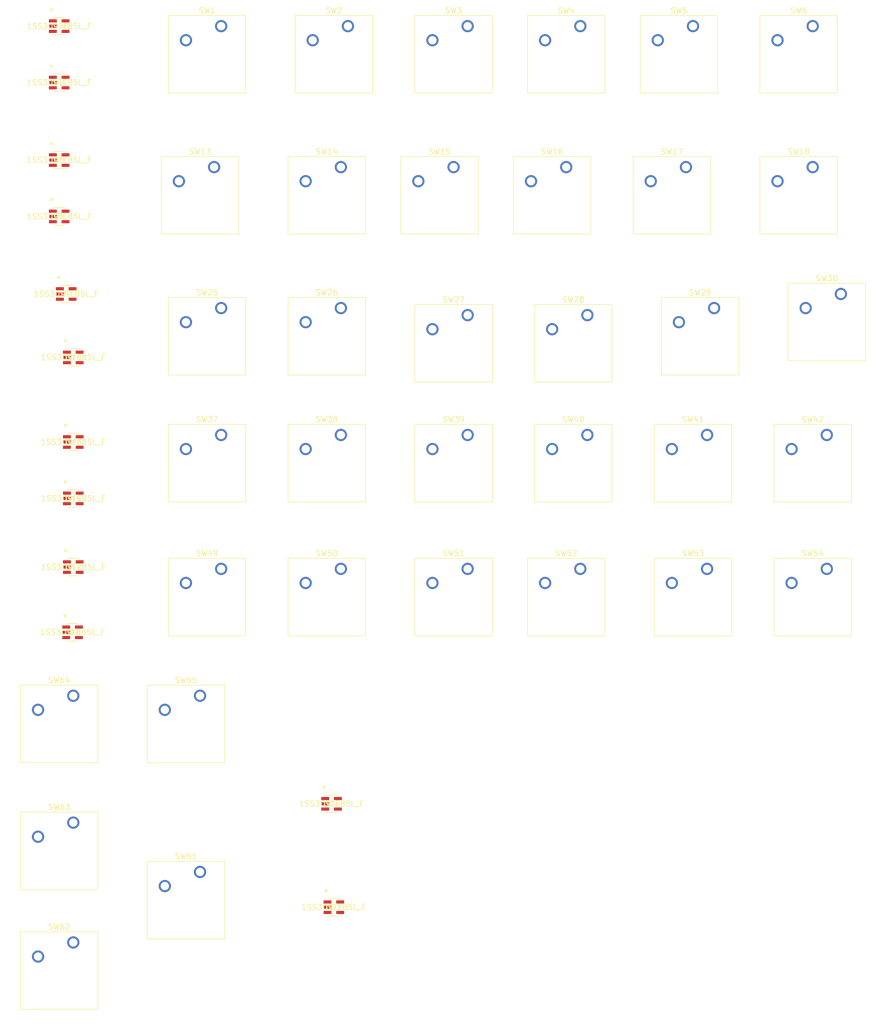
<source format=kicad_pcb>
(kicad_pcb (version 20171130) (host pcbnew "(5.1.6)-1")

  (general
    (thickness 1.6)
    (drawings 0)
    (tracks 0)
    (zones 0)
    (modules 47)
    (nets 55)
  )

  (page A4)
  (layers
    (0 F.Cu signal)
    (31 B.Cu signal)
    (32 B.Adhes user)
    (33 F.Adhes user)
    (34 B.Paste user)
    (35 F.Paste user)
    (36 B.SilkS user)
    (37 F.SilkS user)
    (38 B.Mask user)
    (39 F.Mask user)
    (40 Dwgs.User user)
    (41 Cmts.User user)
    (42 Eco1.User user)
    (43 Eco2.User user)
    (44 Edge.Cuts user)
    (45 Margin user)
    (46 B.CrtYd user)
    (47 F.CrtYd user)
    (48 B.Fab user)
    (49 F.Fab user)
  )

  (setup
    (last_trace_width 0.25)
    (trace_clearance 0.2)
    (zone_clearance 0.508)
    (zone_45_only no)
    (trace_min 0.2)
    (via_size 0.8)
    (via_drill 0.4)
    (via_min_size 0.4)
    (via_min_drill 0.3)
    (uvia_size 0.3)
    (uvia_drill 0.1)
    (uvias_allowed no)
    (uvia_min_size 0.2)
    (uvia_min_drill 0.1)
    (edge_width 0.05)
    (segment_width 0.2)
    (pcb_text_width 0.3)
    (pcb_text_size 1.5 1.5)
    (mod_edge_width 0.12)
    (mod_text_size 1 1)
    (mod_text_width 0.15)
    (pad_size 1.524 1.524)
    (pad_drill 0.762)
    (pad_to_mask_clearance 0.05)
    (aux_axis_origin 0 0)
    (visible_elements 7FFFFFFF)
    (pcbplotparams
      (layerselection 0x010fc_ffffffff)
      (usegerberextensions false)
      (usegerberattributes true)
      (usegerberadvancedattributes true)
      (creategerberjobfile true)
      (excludeedgelayer true)
      (linewidth 0.100000)
      (plotframeref false)
      (viasonmask false)
      (mode 1)
      (useauxorigin false)
      (hpglpennumber 1)
      (hpglpenspeed 20)
      (hpglpendiameter 15.000000)
      (psnegative false)
      (psa4output false)
      (plotreference true)
      (plotvalue true)
      (plotinvisibletext false)
      (padsonsilk false)
      (subtractmaskfromsilk false)
      (outputformat 1)
      (mirror false)
      (drillshape 1)
      (scaleselection 1)
      (outputdirectory ""))
  )

  (net 0 "")
  (net 1 "Net-(SW1-Pad1)")
  (net 2 "Net-(SW2-Pad1)")
  (net 3 "Net-(SW3-Pad1)")
  (net 4 "Net-(SW4-Pad1)")
  (net 5 "Net-(SW5-Pad1)")
  (net 6 "Net-(SW6-Pad1)")
  (net 7 "Net-(SW13-Pad1)")
  (net 8 "Net-(SW14-Pad1)")
  (net 9 "Net-(SW15-Pad1)")
  (net 10 "Net-(SW16-Pad1)")
  (net 11 "Net-(SW17-Pad1)")
  (net 12 "Net-(SW18-Pad1)")
  (net 13 "Net-(SW25-Pad1)")
  (net 14 "Net-(SW26-Pad1)")
  (net 15 "Net-(SW27-Pad1)")
  (net 16 "Net-(SW28-Pad1)")
  (net 17 "Net-(SW29-Pad1)")
  (net 18 "Net-(SW30-Pad1)")
  (net 19 "Net-(SW37-Pad1)")
  (net 20 "Net-(SW38-Pad1)")
  (net 21 "Net-(SW39-Pad1)")
  (net 22 "Net-(SW40-Pad1)")
  (net 23 "Net-(SW41-Pad1)")
  (net 24 "Net-(SW42-Pad1)")
  (net 25 "Net-(SW49-Pad1)")
  (net 26 "Net-(SW50-Pad1)")
  (net 27 "Net-(SW51-Pad1)")
  (net 28 "Net-(SW52-Pad1)")
  (net 29 "Net-(SW53-Pad1)")
  (net 30 "Net-(SW54-Pad1)")
  (net 31 "Net-(SW61-Pad1)")
  (net 32 "Net-(SW62-Pad1)")
  (net 33 "Net-(SW63-Pad1)")
  (net 34 "Net-(SW64-Pad1)")
  (net 35 "Net-(SW65-Pad1)")
  (net 36 F6L)
  (net 37 "Net-(U2-Pad5)")
  (net 38 "Net-(U2-Pad4)")
  (net 39 F7L)
  (net 40 "Net-(U6-Pad5)")
  (net 41 "Net-(U6-Pad4)")
  (net 42 B1L)
  (net 43 "Net-(U10-Pad5)")
  (net 44 "Net-(U10-Pad4)")
  (net 45 B3L)
  (net 46 "Net-(U14-Pad5)")
  (net 47 "Net-(U14-Pad4)")
  (net 48 B2L)
  (net 49 "Net-(U18-Pad5)")
  (net 50 "Net-(U18-Pad4)")
  (net 51 B6L)
  (net 52 "Net-(U22-Pad5)")
  (net 53 "Net-(U22-Pad4)")
  (net 54 "Net-(U22-Pad1)")

  (net_class Default "This is the default net class."
    (clearance 0.2)
    (trace_width 0.25)
    (via_dia 0.8)
    (via_drill 0.4)
    (uvia_dia 0.3)
    (uvia_drill 0.1)
    (add_net B1L)
    (add_net B2L)
    (add_net B3L)
    (add_net B6L)
    (add_net F6L)
    (add_net F7L)
    (add_net "Net-(SW1-Pad1)")
    (add_net "Net-(SW13-Pad1)")
    (add_net "Net-(SW14-Pad1)")
    (add_net "Net-(SW15-Pad1)")
    (add_net "Net-(SW16-Pad1)")
    (add_net "Net-(SW17-Pad1)")
    (add_net "Net-(SW18-Pad1)")
    (add_net "Net-(SW2-Pad1)")
    (add_net "Net-(SW25-Pad1)")
    (add_net "Net-(SW26-Pad1)")
    (add_net "Net-(SW27-Pad1)")
    (add_net "Net-(SW28-Pad1)")
    (add_net "Net-(SW29-Pad1)")
    (add_net "Net-(SW3-Pad1)")
    (add_net "Net-(SW30-Pad1)")
    (add_net "Net-(SW37-Pad1)")
    (add_net "Net-(SW38-Pad1)")
    (add_net "Net-(SW39-Pad1)")
    (add_net "Net-(SW4-Pad1)")
    (add_net "Net-(SW40-Pad1)")
    (add_net "Net-(SW41-Pad1)")
    (add_net "Net-(SW42-Pad1)")
    (add_net "Net-(SW49-Pad1)")
    (add_net "Net-(SW5-Pad1)")
    (add_net "Net-(SW50-Pad1)")
    (add_net "Net-(SW51-Pad1)")
    (add_net "Net-(SW52-Pad1)")
    (add_net "Net-(SW53-Pad1)")
    (add_net "Net-(SW54-Pad1)")
    (add_net "Net-(SW6-Pad1)")
    (add_net "Net-(SW61-Pad1)")
    (add_net "Net-(SW62-Pad1)")
    (add_net "Net-(SW63-Pad1)")
    (add_net "Net-(SW64-Pad1)")
    (add_net "Net-(SW65-Pad1)")
    (add_net "Net-(U10-Pad4)")
    (add_net "Net-(U10-Pad5)")
    (add_net "Net-(U14-Pad4)")
    (add_net "Net-(U14-Pad5)")
    (add_net "Net-(U18-Pad4)")
    (add_net "Net-(U18-Pad5)")
    (add_net "Net-(U2-Pad4)")
    (add_net "Net-(U2-Pad5)")
    (add_net "Net-(U22-Pad1)")
    (add_net "Net-(U22-Pad4)")
    (add_net "Net-(U22-Pad5)")
    (add_net "Net-(U6-Pad4)")
    (add_net "Net-(U6-Pad5)")
  )

  (module 1ss309:1SS309TE85L_F (layer F.Cu) (tedit 0) (tstamp 5F07FEE8)
    (at 26.67 25.4)
    (path /5F03C0B0/5F0551C7)
    (fp_text reference U2 (at 0 0) (layer F.SilkS)
      (effects (font (size 1 1) (thickness 0.15)))
    )
    (fp_text value 1SS309TE85L_F (at 0 0) (layer F.SilkS)
      (effects (font (size 1 1) (thickness 0.15)))
    )
    (fp_line (start -1.0541 1.4834) (end -2.1096 1.4834) (layer F.CrtYd) (width 0.1524))
    (fp_line (start -1.0541 1.7018) (end -1.0541 1.4834) (layer F.CrtYd) (width 0.1524))
    (fp_line (start 1.0541 1.7018) (end -1.0541 1.7018) (layer F.CrtYd) (width 0.1524))
    (fp_line (start 1.0541 1.4834) (end 1.0541 1.7018) (layer F.CrtYd) (width 0.1524))
    (fp_line (start 2.1096 1.4834) (end 1.0541 1.4834) (layer F.CrtYd) (width 0.1524))
    (fp_line (start 2.1096 -1.4834) (end 2.1096 1.4834) (layer F.CrtYd) (width 0.1524))
    (fp_line (start 1.0541 -1.4834) (end 2.1096 -1.4834) (layer F.CrtYd) (width 0.1524))
    (fp_line (start 1.0541 -1.7018) (end 1.0541 -1.4834) (layer F.CrtYd) (width 0.1524))
    (fp_line (start -1.0541 -1.7018) (end 1.0541 -1.7018) (layer F.CrtYd) (width 0.1524))
    (fp_line (start -1.0541 -1.4834) (end -1.0541 -1.7018) (layer F.CrtYd) (width 0.1524))
    (fp_line (start -2.1096 -1.4834) (end -1.0541 -1.4834) (layer F.CrtYd) (width 0.1524))
    (fp_line (start -2.1096 1.4834) (end -2.1096 -1.4834) (layer F.CrtYd) (width 0.1524))
    (fp_line (start -0.8001 -1.4478) (end -0.8001 1.4478) (layer F.Fab) (width 0.1524))
    (fp_line (start 0.8001 -1.4478) (end -0.8001 -1.4478) (layer F.Fab) (width 0.1524))
    (fp_line (start 0.8001 1.4478) (end 0.8001 -1.4478) (layer F.Fab) (width 0.1524))
    (fp_line (start -0.8001 1.4478) (end 0.8001 1.4478) (layer F.Fab) (width 0.1524))
    (fp_line (start 0.9271 -1.5748) (end -0.9271 -1.5748) (layer F.SilkS) (width 0.1524))
    (fp_line (start -0.9271 1.5748) (end 0.9271 1.5748) (layer F.SilkS) (width 0.1524))
    (fp_line (start 1.5 -1.204) (end 0.8001 -1.204) (layer F.Fab) (width 0.1524))
    (fp_line (start 1.5 -0.696) (end 1.5 -1.204) (layer F.Fab) (width 0.1524))
    (fp_line (start 0.8001 -0.696) (end 1.5 -0.696) (layer F.Fab) (width 0.1524))
    (fp_line (start 0.8001 -1.204) (end 0.8001 -0.696) (layer F.Fab) (width 0.1524))
    (fp_line (start 0.8001 -0.254) (end 0.8001 0.254) (layer F.Fab) (width 0.1524))
    (fp_line (start 1.5 0.696) (end 0.8001 0.696) (layer F.Fab) (width 0.1524))
    (fp_line (start 1.5 1.204) (end 1.5 0.696) (layer F.Fab) (width 0.1524))
    (fp_line (start 0.8001 1.204) (end 1.5 1.204) (layer F.Fab) (width 0.1524))
    (fp_line (start 0.8001 0.696) (end 0.8001 1.204) (layer F.Fab) (width 0.1524))
    (fp_line (start -1.5 1.204) (end -0.8001 1.204) (layer F.Fab) (width 0.1524))
    (fp_line (start -1.5 0.696) (end -1.5 1.204) (layer F.Fab) (width 0.1524))
    (fp_line (start -0.8001 0.696) (end -1.5 0.696) (layer F.Fab) (width 0.1524))
    (fp_line (start -0.8001 1.204) (end -0.8001 0.696) (layer F.Fab) (width 0.1524))
    (fp_line (start -1.5 0.254) (end -0.8001 0.254) (layer F.Fab) (width 0.1524))
    (fp_line (start -1.5 -0.254) (end -1.5 0.254) (layer F.Fab) (width 0.1524))
    (fp_line (start -0.8001 -0.254) (end -1.5 -0.254) (layer F.Fab) (width 0.1524))
    (fp_line (start -0.8001 0.254) (end -0.8001 -0.254) (layer F.Fab) (width 0.1524))
    (fp_line (start -1.5 -0.696) (end -0.8001 -0.696) (layer F.Fab) (width 0.1524))
    (fp_line (start -1.5 -1.204) (end -1.5 -0.696) (layer F.Fab) (width 0.1524))
    (fp_line (start -0.8001 -1.204) (end -1.5 -1.204) (layer F.Fab) (width 0.1524))
    (fp_line (start -0.8001 -0.696) (end -0.8001 -1.204) (layer F.Fab) (width 0.1524))
    (fp_arc (start 0 -1.4478) (end 0.3048 -1.4478) (angle 180) (layer F.Fab) (width 0.1524))
    (fp_text user * (at -0.4191 -1.3716) (layer F.Fab)
      (effects (font (size 1 1) (thickness 0.15)))
    )
    (fp_text user * (at -1.3984 -2.6518) (layer F.SilkS)
      (effects (font (size 1 1) (thickness 0.15)))
    )
    (fp_text user 0.056in/1.422mm (at -1.1444 3.8608) (layer Dwgs.User)
      (effects (font (size 1 1) (thickness 0.15)))
    )
    (fp_text user 0.09in/2.289mm (at 0 -3.8608) (layer Dwgs.User)
      (effects (font (size 1 1) (thickness 0.15)))
    )
    (fp_text user 0.022in/0.559mm (at 4.1924 -0.95) (layer Dwgs.User)
      (effects (font (size 1 1) (thickness 0.15)))
    )
    (fp_text user 0.037in/0.95mm (at -4.1924 -0.475) (layer Dwgs.User)
      (effects (font (size 1 1) (thickness 0.15)))
    )
    (fp_text user * (at -0.4191 -1.3716) (layer F.Fab)
      (effects (font (size 1 1) (thickness 0.15)))
    )
    (fp_text user * (at -1.3984 -2.6518) (layer F.SilkS)
      (effects (font (size 1 1) (thickness 0.15)))
    )
    (fp_text user "Copyright 2016 Accelerated Designs. All rights reserved." (at 0 0) (layer Cmts.User)
      (effects (font (size 0.127 0.127) (thickness 0.002)))
    )
    (pad 5 smd rect (at 1.1444 -0.950001) (size 1.4224 0.5588) (layers F.Cu F.Paste F.Mask)
      (net 37 "Net-(U2-Pad5)"))
    (pad 4 smd rect (at 1.1444 0.950001) (size 1.4224 0.5588) (layers F.Cu F.Paste F.Mask)
      (net 38 "Net-(U2-Pad4)"))
    (pad 3 smd rect (at -1.1444 0.950001) (size 1.4224 0.5588) (layers F.Cu F.Paste F.Mask)
      (net 1 "Net-(SW1-Pad1)"))
    (pad 2 smd rect (at -1.1444 0) (size 1.4224 0.5588) (layers F.Cu F.Paste F.Mask)
      (net 36 F6L))
    (pad 1 smd rect (at -1.1444 -0.950001) (size 1.4224 0.5588) (layers F.Cu F.Paste F.Mask)
      (net 6 "Net-(SW6-Pad1)"))
  )

  (module 1ss309:1SS309TE85L_F (layer F.Cu) (tedit 0) (tstamp 5F080370)
    (at 76.2 173.99)
    (path /5F0B7B48/5F0F3EF1)
    (fp_text reference U22 (at 0 0) (layer F.SilkS)
      (effects (font (size 1 1) (thickness 0.15)))
    )
    (fp_text value 1SS309TE85L_F (at 0 0) (layer F.SilkS)
      (effects (font (size 1 1) (thickness 0.15)))
    )
    (fp_line (start -1.0541 1.4834) (end -2.1096 1.4834) (layer F.CrtYd) (width 0.1524))
    (fp_line (start -1.0541 1.7018) (end -1.0541 1.4834) (layer F.CrtYd) (width 0.1524))
    (fp_line (start 1.0541 1.7018) (end -1.0541 1.7018) (layer F.CrtYd) (width 0.1524))
    (fp_line (start 1.0541 1.4834) (end 1.0541 1.7018) (layer F.CrtYd) (width 0.1524))
    (fp_line (start 2.1096 1.4834) (end 1.0541 1.4834) (layer F.CrtYd) (width 0.1524))
    (fp_line (start 2.1096 -1.4834) (end 2.1096 1.4834) (layer F.CrtYd) (width 0.1524))
    (fp_line (start 1.0541 -1.4834) (end 2.1096 -1.4834) (layer F.CrtYd) (width 0.1524))
    (fp_line (start 1.0541 -1.7018) (end 1.0541 -1.4834) (layer F.CrtYd) (width 0.1524))
    (fp_line (start -1.0541 -1.7018) (end 1.0541 -1.7018) (layer F.CrtYd) (width 0.1524))
    (fp_line (start -1.0541 -1.4834) (end -1.0541 -1.7018) (layer F.CrtYd) (width 0.1524))
    (fp_line (start -2.1096 -1.4834) (end -1.0541 -1.4834) (layer F.CrtYd) (width 0.1524))
    (fp_line (start -2.1096 1.4834) (end -2.1096 -1.4834) (layer F.CrtYd) (width 0.1524))
    (fp_line (start -0.8001 -1.4478) (end -0.8001 1.4478) (layer F.Fab) (width 0.1524))
    (fp_line (start 0.8001 -1.4478) (end -0.8001 -1.4478) (layer F.Fab) (width 0.1524))
    (fp_line (start 0.8001 1.4478) (end 0.8001 -1.4478) (layer F.Fab) (width 0.1524))
    (fp_line (start -0.8001 1.4478) (end 0.8001 1.4478) (layer F.Fab) (width 0.1524))
    (fp_line (start 0.9271 -1.5748) (end -0.9271 -1.5748) (layer F.SilkS) (width 0.1524))
    (fp_line (start -0.9271 1.5748) (end 0.9271 1.5748) (layer F.SilkS) (width 0.1524))
    (fp_line (start 1.5 -1.204) (end 0.8001 -1.204) (layer F.Fab) (width 0.1524))
    (fp_line (start 1.5 -0.696) (end 1.5 -1.204) (layer F.Fab) (width 0.1524))
    (fp_line (start 0.8001 -0.696) (end 1.5 -0.696) (layer F.Fab) (width 0.1524))
    (fp_line (start 0.8001 -1.204) (end 0.8001 -0.696) (layer F.Fab) (width 0.1524))
    (fp_line (start 0.8001 -0.254) (end 0.8001 0.254) (layer F.Fab) (width 0.1524))
    (fp_line (start 1.5 0.696) (end 0.8001 0.696) (layer F.Fab) (width 0.1524))
    (fp_line (start 1.5 1.204) (end 1.5 0.696) (layer F.Fab) (width 0.1524))
    (fp_line (start 0.8001 1.204) (end 1.5 1.204) (layer F.Fab) (width 0.1524))
    (fp_line (start 0.8001 0.696) (end 0.8001 1.204) (layer F.Fab) (width 0.1524))
    (fp_line (start -1.5 1.204) (end -0.8001 1.204) (layer F.Fab) (width 0.1524))
    (fp_line (start -1.5 0.696) (end -1.5 1.204) (layer F.Fab) (width 0.1524))
    (fp_line (start -0.8001 0.696) (end -1.5 0.696) (layer F.Fab) (width 0.1524))
    (fp_line (start -0.8001 1.204) (end -0.8001 0.696) (layer F.Fab) (width 0.1524))
    (fp_line (start -1.5 0.254) (end -0.8001 0.254) (layer F.Fab) (width 0.1524))
    (fp_line (start -1.5 -0.254) (end -1.5 0.254) (layer F.Fab) (width 0.1524))
    (fp_line (start -0.8001 -0.254) (end -1.5 -0.254) (layer F.Fab) (width 0.1524))
    (fp_line (start -0.8001 0.254) (end -0.8001 -0.254) (layer F.Fab) (width 0.1524))
    (fp_line (start -1.5 -0.696) (end -0.8001 -0.696) (layer F.Fab) (width 0.1524))
    (fp_line (start -1.5 -1.204) (end -1.5 -0.696) (layer F.Fab) (width 0.1524))
    (fp_line (start -0.8001 -1.204) (end -1.5 -1.204) (layer F.Fab) (width 0.1524))
    (fp_line (start -0.8001 -0.696) (end -0.8001 -1.204) (layer F.Fab) (width 0.1524))
    (fp_arc (start 0 -1.4478) (end 0.3048 -1.4478) (angle 180) (layer F.Fab) (width 0.1524))
    (fp_text user * (at -0.4191 -1.3716) (layer F.Fab)
      (effects (font (size 1 1) (thickness 0.15)))
    )
    (fp_text user * (at -1.3984 -2.6518) (layer F.SilkS)
      (effects (font (size 1 1) (thickness 0.15)))
    )
    (fp_text user 0.056in/1.422mm (at -1.1444 3.8608) (layer Dwgs.User)
      (effects (font (size 1 1) (thickness 0.15)))
    )
    (fp_text user 0.09in/2.289mm (at 0 -3.8608) (layer Dwgs.User)
      (effects (font (size 1 1) (thickness 0.15)))
    )
    (fp_text user 0.022in/0.559mm (at 4.1924 -0.95) (layer Dwgs.User)
      (effects (font (size 1 1) (thickness 0.15)))
    )
    (fp_text user 0.037in/0.95mm (at -4.1924 -0.475) (layer Dwgs.User)
      (effects (font (size 1 1) (thickness 0.15)))
    )
    (fp_text user * (at -0.4191 -1.3716) (layer F.Fab)
      (effects (font (size 1 1) (thickness 0.15)))
    )
    (fp_text user * (at -1.3984 -2.6518) (layer F.SilkS)
      (effects (font (size 1 1) (thickness 0.15)))
    )
    (fp_text user "Copyright 2016 Accelerated Designs. All rights reserved." (at 0 0) (layer Cmts.User)
      (effects (font (size 0.127 0.127) (thickness 0.002)))
    )
    (pad 5 smd rect (at 1.1444 -0.950001) (size 1.4224 0.5588) (layers F.Cu F.Paste F.Mask)
      (net 52 "Net-(U22-Pad5)"))
    (pad 4 smd rect (at 1.1444 0.950001) (size 1.4224 0.5588) (layers F.Cu F.Paste F.Mask)
      (net 53 "Net-(U22-Pad4)"))
    (pad 3 smd rect (at -1.1444 0.950001) (size 1.4224 0.5588) (layers F.Cu F.Paste F.Mask)
      (net 31 "Net-(SW61-Pad1)"))
    (pad 2 smd rect (at -1.1444 0) (size 1.4224 0.5588) (layers F.Cu F.Paste F.Mask)
      (net 51 B6L))
    (pad 1 smd rect (at -1.1444 -0.950001) (size 1.4224 0.5588) (layers F.Cu F.Paste F.Mask)
      (net 54 "Net-(U22-Pad1)"))
  )

  (module 1ss309:1SS309TE85L_F (layer F.Cu) (tedit 0) (tstamp 5F080336)
    (at 75.7858 155.358)
    (path /5F0B7B48/5F0F3EEB)
    (fp_text reference U21 (at 0 0) (layer F.SilkS)
      (effects (font (size 1 1) (thickness 0.15)))
    )
    (fp_text value 1SS309TE85L_F (at 0 0) (layer F.SilkS)
      (effects (font (size 1 1) (thickness 0.15)))
    )
    (fp_line (start -1.0541 1.4834) (end -2.1096 1.4834) (layer F.CrtYd) (width 0.1524))
    (fp_line (start -1.0541 1.7018) (end -1.0541 1.4834) (layer F.CrtYd) (width 0.1524))
    (fp_line (start 1.0541 1.7018) (end -1.0541 1.7018) (layer F.CrtYd) (width 0.1524))
    (fp_line (start 1.0541 1.4834) (end 1.0541 1.7018) (layer F.CrtYd) (width 0.1524))
    (fp_line (start 2.1096 1.4834) (end 1.0541 1.4834) (layer F.CrtYd) (width 0.1524))
    (fp_line (start 2.1096 -1.4834) (end 2.1096 1.4834) (layer F.CrtYd) (width 0.1524))
    (fp_line (start 1.0541 -1.4834) (end 2.1096 -1.4834) (layer F.CrtYd) (width 0.1524))
    (fp_line (start 1.0541 -1.7018) (end 1.0541 -1.4834) (layer F.CrtYd) (width 0.1524))
    (fp_line (start -1.0541 -1.7018) (end 1.0541 -1.7018) (layer F.CrtYd) (width 0.1524))
    (fp_line (start -1.0541 -1.4834) (end -1.0541 -1.7018) (layer F.CrtYd) (width 0.1524))
    (fp_line (start -2.1096 -1.4834) (end -1.0541 -1.4834) (layer F.CrtYd) (width 0.1524))
    (fp_line (start -2.1096 1.4834) (end -2.1096 -1.4834) (layer F.CrtYd) (width 0.1524))
    (fp_line (start -0.8001 -1.4478) (end -0.8001 1.4478) (layer F.Fab) (width 0.1524))
    (fp_line (start 0.8001 -1.4478) (end -0.8001 -1.4478) (layer F.Fab) (width 0.1524))
    (fp_line (start 0.8001 1.4478) (end 0.8001 -1.4478) (layer F.Fab) (width 0.1524))
    (fp_line (start -0.8001 1.4478) (end 0.8001 1.4478) (layer F.Fab) (width 0.1524))
    (fp_line (start 0.9271 -1.5748) (end -0.9271 -1.5748) (layer F.SilkS) (width 0.1524))
    (fp_line (start -0.9271 1.5748) (end 0.9271 1.5748) (layer F.SilkS) (width 0.1524))
    (fp_line (start 1.5 -1.204) (end 0.8001 -1.204) (layer F.Fab) (width 0.1524))
    (fp_line (start 1.5 -0.696) (end 1.5 -1.204) (layer F.Fab) (width 0.1524))
    (fp_line (start 0.8001 -0.696) (end 1.5 -0.696) (layer F.Fab) (width 0.1524))
    (fp_line (start 0.8001 -1.204) (end 0.8001 -0.696) (layer F.Fab) (width 0.1524))
    (fp_line (start 0.8001 -0.254) (end 0.8001 0.254) (layer F.Fab) (width 0.1524))
    (fp_line (start 1.5 0.696) (end 0.8001 0.696) (layer F.Fab) (width 0.1524))
    (fp_line (start 1.5 1.204) (end 1.5 0.696) (layer F.Fab) (width 0.1524))
    (fp_line (start 0.8001 1.204) (end 1.5 1.204) (layer F.Fab) (width 0.1524))
    (fp_line (start 0.8001 0.696) (end 0.8001 1.204) (layer F.Fab) (width 0.1524))
    (fp_line (start -1.5 1.204) (end -0.8001 1.204) (layer F.Fab) (width 0.1524))
    (fp_line (start -1.5 0.696) (end -1.5 1.204) (layer F.Fab) (width 0.1524))
    (fp_line (start -0.8001 0.696) (end -1.5 0.696) (layer F.Fab) (width 0.1524))
    (fp_line (start -0.8001 1.204) (end -0.8001 0.696) (layer F.Fab) (width 0.1524))
    (fp_line (start -1.5 0.254) (end -0.8001 0.254) (layer F.Fab) (width 0.1524))
    (fp_line (start -1.5 -0.254) (end -1.5 0.254) (layer F.Fab) (width 0.1524))
    (fp_line (start -0.8001 -0.254) (end -1.5 -0.254) (layer F.Fab) (width 0.1524))
    (fp_line (start -0.8001 0.254) (end -0.8001 -0.254) (layer F.Fab) (width 0.1524))
    (fp_line (start -1.5 -0.696) (end -0.8001 -0.696) (layer F.Fab) (width 0.1524))
    (fp_line (start -1.5 -1.204) (end -1.5 -0.696) (layer F.Fab) (width 0.1524))
    (fp_line (start -0.8001 -1.204) (end -1.5 -1.204) (layer F.Fab) (width 0.1524))
    (fp_line (start -0.8001 -0.696) (end -0.8001 -1.204) (layer F.Fab) (width 0.1524))
    (fp_arc (start 0 -1.4478) (end 0.3048 -1.4478) (angle 180) (layer F.Fab) (width 0.1524))
    (fp_text user * (at -0.4191 -1.3716) (layer F.Fab)
      (effects (font (size 1 1) (thickness 0.15)))
    )
    (fp_text user * (at -1.3984 -2.6518) (layer F.SilkS)
      (effects (font (size 1 1) (thickness 0.15)))
    )
    (fp_text user 0.056in/1.422mm (at -1.1444 3.8608) (layer Dwgs.User)
      (effects (font (size 1 1) (thickness 0.15)))
    )
    (fp_text user 0.09in/2.289mm (at 0 -3.8608) (layer Dwgs.User)
      (effects (font (size 1 1) (thickness 0.15)))
    )
    (fp_text user 0.022in/0.559mm (at 4.1924 -0.95) (layer Dwgs.User)
      (effects (font (size 1 1) (thickness 0.15)))
    )
    (fp_text user 0.037in/0.95mm (at -4.1924 -0.475) (layer Dwgs.User)
      (effects (font (size 1 1) (thickness 0.15)))
    )
    (fp_text user * (at -0.4191 -1.3716) (layer F.Fab)
      (effects (font (size 1 1) (thickness 0.15)))
    )
    (fp_text user * (at -1.3984 -2.6518) (layer F.SilkS)
      (effects (font (size 1 1) (thickness 0.15)))
    )
    (fp_text user "Copyright 2016 Accelerated Designs. All rights reserved." (at 0 0) (layer Cmts.User)
      (effects (font (size 0.127 0.127) (thickness 0.002)))
    )
    (pad 5 smd rect (at 1.1444 -0.950001) (size 1.4224 0.5588) (layers F.Cu F.Paste F.Mask)
      (net 33 "Net-(SW63-Pad1)"))
    (pad 4 smd rect (at 1.1444 0.950001) (size 1.4224 0.5588) (layers F.Cu F.Paste F.Mask)
      (net 34 "Net-(SW64-Pad1)"))
    (pad 3 smd rect (at -1.1444 0.950001) (size 1.4224 0.5588) (layers F.Cu F.Paste F.Mask)
      (net 35 "Net-(SW65-Pad1)"))
    (pad 2 smd rect (at -1.1444 0) (size 1.4224 0.5588) (layers F.Cu F.Paste F.Mask)
      (net 51 B6L))
    (pad 1 smd rect (at -1.1444 -0.950001) (size 1.4224 0.5588) (layers F.Cu F.Paste F.Mask)
      (net 32 "Net-(SW62-Pad1)"))
  )

  (module 1ss309:1SS309TE85L_F (layer F.Cu) (tedit 0) (tstamp 5F080288)
    (at 29.0844 124.46)
    (path /5F0B7841/5F0E5AC8)
    (fp_text reference U18 (at 0 0) (layer F.SilkS)
      (effects (font (size 1 1) (thickness 0.15)))
    )
    (fp_text value 1SS309TE85L_F (at 0 0) (layer F.SilkS)
      (effects (font (size 1 1) (thickness 0.15)))
    )
    (fp_line (start -1.0541 1.4834) (end -2.1096 1.4834) (layer F.CrtYd) (width 0.1524))
    (fp_line (start -1.0541 1.7018) (end -1.0541 1.4834) (layer F.CrtYd) (width 0.1524))
    (fp_line (start 1.0541 1.7018) (end -1.0541 1.7018) (layer F.CrtYd) (width 0.1524))
    (fp_line (start 1.0541 1.4834) (end 1.0541 1.7018) (layer F.CrtYd) (width 0.1524))
    (fp_line (start 2.1096 1.4834) (end 1.0541 1.4834) (layer F.CrtYd) (width 0.1524))
    (fp_line (start 2.1096 -1.4834) (end 2.1096 1.4834) (layer F.CrtYd) (width 0.1524))
    (fp_line (start 1.0541 -1.4834) (end 2.1096 -1.4834) (layer F.CrtYd) (width 0.1524))
    (fp_line (start 1.0541 -1.7018) (end 1.0541 -1.4834) (layer F.CrtYd) (width 0.1524))
    (fp_line (start -1.0541 -1.7018) (end 1.0541 -1.7018) (layer F.CrtYd) (width 0.1524))
    (fp_line (start -1.0541 -1.4834) (end -1.0541 -1.7018) (layer F.CrtYd) (width 0.1524))
    (fp_line (start -2.1096 -1.4834) (end -1.0541 -1.4834) (layer F.CrtYd) (width 0.1524))
    (fp_line (start -2.1096 1.4834) (end -2.1096 -1.4834) (layer F.CrtYd) (width 0.1524))
    (fp_line (start -0.8001 -1.4478) (end -0.8001 1.4478) (layer F.Fab) (width 0.1524))
    (fp_line (start 0.8001 -1.4478) (end -0.8001 -1.4478) (layer F.Fab) (width 0.1524))
    (fp_line (start 0.8001 1.4478) (end 0.8001 -1.4478) (layer F.Fab) (width 0.1524))
    (fp_line (start -0.8001 1.4478) (end 0.8001 1.4478) (layer F.Fab) (width 0.1524))
    (fp_line (start 0.9271 -1.5748) (end -0.9271 -1.5748) (layer F.SilkS) (width 0.1524))
    (fp_line (start -0.9271 1.5748) (end 0.9271 1.5748) (layer F.SilkS) (width 0.1524))
    (fp_line (start 1.5 -1.204) (end 0.8001 -1.204) (layer F.Fab) (width 0.1524))
    (fp_line (start 1.5 -0.696) (end 1.5 -1.204) (layer F.Fab) (width 0.1524))
    (fp_line (start 0.8001 -0.696) (end 1.5 -0.696) (layer F.Fab) (width 0.1524))
    (fp_line (start 0.8001 -1.204) (end 0.8001 -0.696) (layer F.Fab) (width 0.1524))
    (fp_line (start 0.8001 -0.254) (end 0.8001 0.254) (layer F.Fab) (width 0.1524))
    (fp_line (start 1.5 0.696) (end 0.8001 0.696) (layer F.Fab) (width 0.1524))
    (fp_line (start 1.5 1.204) (end 1.5 0.696) (layer F.Fab) (width 0.1524))
    (fp_line (start 0.8001 1.204) (end 1.5 1.204) (layer F.Fab) (width 0.1524))
    (fp_line (start 0.8001 0.696) (end 0.8001 1.204) (layer F.Fab) (width 0.1524))
    (fp_line (start -1.5 1.204) (end -0.8001 1.204) (layer F.Fab) (width 0.1524))
    (fp_line (start -1.5 0.696) (end -1.5 1.204) (layer F.Fab) (width 0.1524))
    (fp_line (start -0.8001 0.696) (end -1.5 0.696) (layer F.Fab) (width 0.1524))
    (fp_line (start -0.8001 1.204) (end -0.8001 0.696) (layer F.Fab) (width 0.1524))
    (fp_line (start -1.5 0.254) (end -0.8001 0.254) (layer F.Fab) (width 0.1524))
    (fp_line (start -1.5 -0.254) (end -1.5 0.254) (layer F.Fab) (width 0.1524))
    (fp_line (start -0.8001 -0.254) (end -1.5 -0.254) (layer F.Fab) (width 0.1524))
    (fp_line (start -0.8001 0.254) (end -0.8001 -0.254) (layer F.Fab) (width 0.1524))
    (fp_line (start -1.5 -0.696) (end -0.8001 -0.696) (layer F.Fab) (width 0.1524))
    (fp_line (start -1.5 -1.204) (end -1.5 -0.696) (layer F.Fab) (width 0.1524))
    (fp_line (start -0.8001 -1.204) (end -1.5 -1.204) (layer F.Fab) (width 0.1524))
    (fp_line (start -0.8001 -0.696) (end -0.8001 -1.204) (layer F.Fab) (width 0.1524))
    (fp_arc (start 0 -1.4478) (end 0.3048 -1.4478) (angle 180) (layer F.Fab) (width 0.1524))
    (fp_text user * (at -0.4191 -1.3716) (layer F.Fab)
      (effects (font (size 1 1) (thickness 0.15)))
    )
    (fp_text user * (at -1.3984 -2.6518) (layer F.SilkS)
      (effects (font (size 1 1) (thickness 0.15)))
    )
    (fp_text user 0.056in/1.422mm (at -1.1444 3.8608) (layer Dwgs.User)
      (effects (font (size 1 1) (thickness 0.15)))
    )
    (fp_text user 0.09in/2.289mm (at 0 -3.8608) (layer Dwgs.User)
      (effects (font (size 1 1) (thickness 0.15)))
    )
    (fp_text user 0.022in/0.559mm (at 4.1924 -0.95) (layer Dwgs.User)
      (effects (font (size 1 1) (thickness 0.15)))
    )
    (fp_text user 0.037in/0.95mm (at -4.1924 -0.475) (layer Dwgs.User)
      (effects (font (size 1 1) (thickness 0.15)))
    )
    (fp_text user * (at -0.4191 -1.3716) (layer F.Fab)
      (effects (font (size 1 1) (thickness 0.15)))
    )
    (fp_text user * (at -1.3984 -2.6518) (layer F.SilkS)
      (effects (font (size 1 1) (thickness 0.15)))
    )
    (fp_text user "Copyright 2016 Accelerated Designs. All rights reserved." (at 0 0) (layer Cmts.User)
      (effects (font (size 0.127 0.127) (thickness 0.002)))
    )
    (pad 5 smd rect (at 1.1444 -0.950001) (size 1.4224 0.5588) (layers F.Cu F.Paste F.Mask)
      (net 49 "Net-(U18-Pad5)"))
    (pad 4 smd rect (at 1.1444 0.950001) (size 1.4224 0.5588) (layers F.Cu F.Paste F.Mask)
      (net 50 "Net-(U18-Pad4)"))
    (pad 3 smd rect (at -1.1444 0.950001) (size 1.4224 0.5588) (layers F.Cu F.Paste F.Mask)
      (net 25 "Net-(SW49-Pad1)"))
    (pad 2 smd rect (at -1.1444 0) (size 1.4224 0.5588) (layers F.Cu F.Paste F.Mask)
      (net 48 B2L))
    (pad 1 smd rect (at -1.1444 -0.950001) (size 1.4224 0.5588) (layers F.Cu F.Paste F.Mask)
      (net 30 "Net-(SW54-Pad1)"))
  )

  (module 1ss309:1SS309TE85L_F (layer F.Cu) (tedit 0) (tstamp 5F08024E)
    (at 29.21 112.710001)
    (path /5F0B7841/5F0E5AC2)
    (fp_text reference U17 (at 0 0) (layer F.SilkS)
      (effects (font (size 1 1) (thickness 0.15)))
    )
    (fp_text value 1SS309TE85L_F (at 0 0) (layer F.SilkS)
      (effects (font (size 1 1) (thickness 0.15)))
    )
    (fp_line (start -1.0541 1.4834) (end -2.1096 1.4834) (layer F.CrtYd) (width 0.1524))
    (fp_line (start -1.0541 1.7018) (end -1.0541 1.4834) (layer F.CrtYd) (width 0.1524))
    (fp_line (start 1.0541 1.7018) (end -1.0541 1.7018) (layer F.CrtYd) (width 0.1524))
    (fp_line (start 1.0541 1.4834) (end 1.0541 1.7018) (layer F.CrtYd) (width 0.1524))
    (fp_line (start 2.1096 1.4834) (end 1.0541 1.4834) (layer F.CrtYd) (width 0.1524))
    (fp_line (start 2.1096 -1.4834) (end 2.1096 1.4834) (layer F.CrtYd) (width 0.1524))
    (fp_line (start 1.0541 -1.4834) (end 2.1096 -1.4834) (layer F.CrtYd) (width 0.1524))
    (fp_line (start 1.0541 -1.7018) (end 1.0541 -1.4834) (layer F.CrtYd) (width 0.1524))
    (fp_line (start -1.0541 -1.7018) (end 1.0541 -1.7018) (layer F.CrtYd) (width 0.1524))
    (fp_line (start -1.0541 -1.4834) (end -1.0541 -1.7018) (layer F.CrtYd) (width 0.1524))
    (fp_line (start -2.1096 -1.4834) (end -1.0541 -1.4834) (layer F.CrtYd) (width 0.1524))
    (fp_line (start -2.1096 1.4834) (end -2.1096 -1.4834) (layer F.CrtYd) (width 0.1524))
    (fp_line (start -0.8001 -1.4478) (end -0.8001 1.4478) (layer F.Fab) (width 0.1524))
    (fp_line (start 0.8001 -1.4478) (end -0.8001 -1.4478) (layer F.Fab) (width 0.1524))
    (fp_line (start 0.8001 1.4478) (end 0.8001 -1.4478) (layer F.Fab) (width 0.1524))
    (fp_line (start -0.8001 1.4478) (end 0.8001 1.4478) (layer F.Fab) (width 0.1524))
    (fp_line (start 0.9271 -1.5748) (end -0.9271 -1.5748) (layer F.SilkS) (width 0.1524))
    (fp_line (start -0.9271 1.5748) (end 0.9271 1.5748) (layer F.SilkS) (width 0.1524))
    (fp_line (start 1.5 -1.204) (end 0.8001 -1.204) (layer F.Fab) (width 0.1524))
    (fp_line (start 1.5 -0.696) (end 1.5 -1.204) (layer F.Fab) (width 0.1524))
    (fp_line (start 0.8001 -0.696) (end 1.5 -0.696) (layer F.Fab) (width 0.1524))
    (fp_line (start 0.8001 -1.204) (end 0.8001 -0.696) (layer F.Fab) (width 0.1524))
    (fp_line (start 0.8001 -0.254) (end 0.8001 0.254) (layer F.Fab) (width 0.1524))
    (fp_line (start 1.5 0.696) (end 0.8001 0.696) (layer F.Fab) (width 0.1524))
    (fp_line (start 1.5 1.204) (end 1.5 0.696) (layer F.Fab) (width 0.1524))
    (fp_line (start 0.8001 1.204) (end 1.5 1.204) (layer F.Fab) (width 0.1524))
    (fp_line (start 0.8001 0.696) (end 0.8001 1.204) (layer F.Fab) (width 0.1524))
    (fp_line (start -1.5 1.204) (end -0.8001 1.204) (layer F.Fab) (width 0.1524))
    (fp_line (start -1.5 0.696) (end -1.5 1.204) (layer F.Fab) (width 0.1524))
    (fp_line (start -0.8001 0.696) (end -1.5 0.696) (layer F.Fab) (width 0.1524))
    (fp_line (start -0.8001 1.204) (end -0.8001 0.696) (layer F.Fab) (width 0.1524))
    (fp_line (start -1.5 0.254) (end -0.8001 0.254) (layer F.Fab) (width 0.1524))
    (fp_line (start -1.5 -0.254) (end -1.5 0.254) (layer F.Fab) (width 0.1524))
    (fp_line (start -0.8001 -0.254) (end -1.5 -0.254) (layer F.Fab) (width 0.1524))
    (fp_line (start -0.8001 0.254) (end -0.8001 -0.254) (layer F.Fab) (width 0.1524))
    (fp_line (start -1.5 -0.696) (end -0.8001 -0.696) (layer F.Fab) (width 0.1524))
    (fp_line (start -1.5 -1.204) (end -1.5 -0.696) (layer F.Fab) (width 0.1524))
    (fp_line (start -0.8001 -1.204) (end -1.5 -1.204) (layer F.Fab) (width 0.1524))
    (fp_line (start -0.8001 -0.696) (end -0.8001 -1.204) (layer F.Fab) (width 0.1524))
    (fp_arc (start 0 -1.4478) (end 0.3048 -1.4478) (angle 180) (layer F.Fab) (width 0.1524))
    (fp_text user * (at -0.4191 -1.3716) (layer F.Fab)
      (effects (font (size 1 1) (thickness 0.15)))
    )
    (fp_text user * (at -1.3984 -2.6518) (layer F.SilkS)
      (effects (font (size 1 1) (thickness 0.15)))
    )
    (fp_text user 0.056in/1.422mm (at -1.1444 3.8608) (layer Dwgs.User)
      (effects (font (size 1 1) (thickness 0.15)))
    )
    (fp_text user 0.09in/2.289mm (at 0 -3.8608) (layer Dwgs.User)
      (effects (font (size 1 1) (thickness 0.15)))
    )
    (fp_text user 0.022in/0.559mm (at 4.1924 -0.95) (layer Dwgs.User)
      (effects (font (size 1 1) (thickness 0.15)))
    )
    (fp_text user 0.037in/0.95mm (at -4.1924 -0.475) (layer Dwgs.User)
      (effects (font (size 1 1) (thickness 0.15)))
    )
    (fp_text user * (at -0.4191 -1.3716) (layer F.Fab)
      (effects (font (size 1 1) (thickness 0.15)))
    )
    (fp_text user * (at -1.3984 -2.6518) (layer F.SilkS)
      (effects (font (size 1 1) (thickness 0.15)))
    )
    (fp_text user "Copyright 2016 Accelerated Designs. All rights reserved." (at 0 0) (layer Cmts.User)
      (effects (font (size 0.127 0.127) (thickness 0.002)))
    )
    (pad 5 smd rect (at 1.1444 -0.950001) (size 1.4224 0.5588) (layers F.Cu F.Paste F.Mask)
      (net 27 "Net-(SW51-Pad1)"))
    (pad 4 smd rect (at 1.1444 0.950001) (size 1.4224 0.5588) (layers F.Cu F.Paste F.Mask)
      (net 28 "Net-(SW52-Pad1)"))
    (pad 3 smd rect (at -1.1444 0.950001) (size 1.4224 0.5588) (layers F.Cu F.Paste F.Mask)
      (net 29 "Net-(SW53-Pad1)"))
    (pad 2 smd rect (at -1.1444 0) (size 1.4224 0.5588) (layers F.Cu F.Paste F.Mask)
      (net 48 B2L))
    (pad 1 smd rect (at -1.1444 -0.950001) (size 1.4224 0.5588) (layers F.Cu F.Paste F.Mask)
      (net 26 "Net-(SW50-Pad1)"))
  )

  (module 1ss309:1SS309TE85L_F (layer F.Cu) (tedit 0) (tstamp 5F0801A0)
    (at 29.21 100.33)
    (path /5F0B757C/5F0D87C5)
    (fp_text reference U14 (at 0 0) (layer F.SilkS)
      (effects (font (size 1 1) (thickness 0.15)))
    )
    (fp_text value 1SS309TE85L_F (at 0 0) (layer F.SilkS)
      (effects (font (size 1 1) (thickness 0.15)))
    )
    (fp_line (start -1.0541 1.4834) (end -2.1096 1.4834) (layer F.CrtYd) (width 0.1524))
    (fp_line (start -1.0541 1.7018) (end -1.0541 1.4834) (layer F.CrtYd) (width 0.1524))
    (fp_line (start 1.0541 1.7018) (end -1.0541 1.7018) (layer F.CrtYd) (width 0.1524))
    (fp_line (start 1.0541 1.4834) (end 1.0541 1.7018) (layer F.CrtYd) (width 0.1524))
    (fp_line (start 2.1096 1.4834) (end 1.0541 1.4834) (layer F.CrtYd) (width 0.1524))
    (fp_line (start 2.1096 -1.4834) (end 2.1096 1.4834) (layer F.CrtYd) (width 0.1524))
    (fp_line (start 1.0541 -1.4834) (end 2.1096 -1.4834) (layer F.CrtYd) (width 0.1524))
    (fp_line (start 1.0541 -1.7018) (end 1.0541 -1.4834) (layer F.CrtYd) (width 0.1524))
    (fp_line (start -1.0541 -1.7018) (end 1.0541 -1.7018) (layer F.CrtYd) (width 0.1524))
    (fp_line (start -1.0541 -1.4834) (end -1.0541 -1.7018) (layer F.CrtYd) (width 0.1524))
    (fp_line (start -2.1096 -1.4834) (end -1.0541 -1.4834) (layer F.CrtYd) (width 0.1524))
    (fp_line (start -2.1096 1.4834) (end -2.1096 -1.4834) (layer F.CrtYd) (width 0.1524))
    (fp_line (start -0.8001 -1.4478) (end -0.8001 1.4478) (layer F.Fab) (width 0.1524))
    (fp_line (start 0.8001 -1.4478) (end -0.8001 -1.4478) (layer F.Fab) (width 0.1524))
    (fp_line (start 0.8001 1.4478) (end 0.8001 -1.4478) (layer F.Fab) (width 0.1524))
    (fp_line (start -0.8001 1.4478) (end 0.8001 1.4478) (layer F.Fab) (width 0.1524))
    (fp_line (start 0.9271 -1.5748) (end -0.9271 -1.5748) (layer F.SilkS) (width 0.1524))
    (fp_line (start -0.9271 1.5748) (end 0.9271 1.5748) (layer F.SilkS) (width 0.1524))
    (fp_line (start 1.5 -1.204) (end 0.8001 -1.204) (layer F.Fab) (width 0.1524))
    (fp_line (start 1.5 -0.696) (end 1.5 -1.204) (layer F.Fab) (width 0.1524))
    (fp_line (start 0.8001 -0.696) (end 1.5 -0.696) (layer F.Fab) (width 0.1524))
    (fp_line (start 0.8001 -1.204) (end 0.8001 -0.696) (layer F.Fab) (width 0.1524))
    (fp_line (start 0.8001 -0.254) (end 0.8001 0.254) (layer F.Fab) (width 0.1524))
    (fp_line (start 1.5 0.696) (end 0.8001 0.696) (layer F.Fab) (width 0.1524))
    (fp_line (start 1.5 1.204) (end 1.5 0.696) (layer F.Fab) (width 0.1524))
    (fp_line (start 0.8001 1.204) (end 1.5 1.204) (layer F.Fab) (width 0.1524))
    (fp_line (start 0.8001 0.696) (end 0.8001 1.204) (layer F.Fab) (width 0.1524))
    (fp_line (start -1.5 1.204) (end -0.8001 1.204) (layer F.Fab) (width 0.1524))
    (fp_line (start -1.5 0.696) (end -1.5 1.204) (layer F.Fab) (width 0.1524))
    (fp_line (start -0.8001 0.696) (end -1.5 0.696) (layer F.Fab) (width 0.1524))
    (fp_line (start -0.8001 1.204) (end -0.8001 0.696) (layer F.Fab) (width 0.1524))
    (fp_line (start -1.5 0.254) (end -0.8001 0.254) (layer F.Fab) (width 0.1524))
    (fp_line (start -1.5 -0.254) (end -1.5 0.254) (layer F.Fab) (width 0.1524))
    (fp_line (start -0.8001 -0.254) (end -1.5 -0.254) (layer F.Fab) (width 0.1524))
    (fp_line (start -0.8001 0.254) (end -0.8001 -0.254) (layer F.Fab) (width 0.1524))
    (fp_line (start -1.5 -0.696) (end -0.8001 -0.696) (layer F.Fab) (width 0.1524))
    (fp_line (start -1.5 -1.204) (end -1.5 -0.696) (layer F.Fab) (width 0.1524))
    (fp_line (start -0.8001 -1.204) (end -1.5 -1.204) (layer F.Fab) (width 0.1524))
    (fp_line (start -0.8001 -0.696) (end -0.8001 -1.204) (layer F.Fab) (width 0.1524))
    (fp_arc (start 0 -1.4478) (end 0.3048 -1.4478) (angle 180) (layer F.Fab) (width 0.1524))
    (fp_text user * (at -0.4191 -1.3716) (layer F.Fab)
      (effects (font (size 1 1) (thickness 0.15)))
    )
    (fp_text user * (at -1.3984 -2.6518) (layer F.SilkS)
      (effects (font (size 1 1) (thickness 0.15)))
    )
    (fp_text user 0.056in/1.422mm (at -1.1444 3.8608) (layer Dwgs.User)
      (effects (font (size 1 1) (thickness 0.15)))
    )
    (fp_text user 0.09in/2.289mm (at 0 -3.8608) (layer Dwgs.User)
      (effects (font (size 1 1) (thickness 0.15)))
    )
    (fp_text user 0.022in/0.559mm (at 4.1924 -0.95) (layer Dwgs.User)
      (effects (font (size 1 1) (thickness 0.15)))
    )
    (fp_text user 0.037in/0.95mm (at -4.1924 -0.475) (layer Dwgs.User)
      (effects (font (size 1 1) (thickness 0.15)))
    )
    (fp_text user * (at -0.4191 -1.3716) (layer F.Fab)
      (effects (font (size 1 1) (thickness 0.15)))
    )
    (fp_text user * (at -1.3984 -2.6518) (layer F.SilkS)
      (effects (font (size 1 1) (thickness 0.15)))
    )
    (fp_text user "Copyright 2016 Accelerated Designs. All rights reserved." (at 0 0) (layer Cmts.User)
      (effects (font (size 0.127 0.127) (thickness 0.002)))
    )
    (pad 5 smd rect (at 1.1444 -0.950001) (size 1.4224 0.5588) (layers F.Cu F.Paste F.Mask)
      (net 46 "Net-(U14-Pad5)"))
    (pad 4 smd rect (at 1.1444 0.950001) (size 1.4224 0.5588) (layers F.Cu F.Paste F.Mask)
      (net 47 "Net-(U14-Pad4)"))
    (pad 3 smd rect (at -1.1444 0.950001) (size 1.4224 0.5588) (layers F.Cu F.Paste F.Mask)
      (net 19 "Net-(SW37-Pad1)"))
    (pad 2 smd rect (at -1.1444 0) (size 1.4224 0.5588) (layers F.Cu F.Paste F.Mask)
      (net 45 B3L))
    (pad 1 smd rect (at -1.1444 -0.950001) (size 1.4224 0.5588) (layers F.Cu F.Paste F.Mask)
      (net 24 "Net-(SW42-Pad1)"))
  )

  (module 1ss309:1SS309TE85L_F (layer F.Cu) (tedit 0) (tstamp 5F080166)
    (at 29.21 90.17)
    (path /5F0B757C/5F0D87BF)
    (fp_text reference U13 (at 0 0) (layer F.SilkS)
      (effects (font (size 1 1) (thickness 0.15)))
    )
    (fp_text value 1SS309TE85L_F (at 0 0) (layer F.SilkS)
      (effects (font (size 1 1) (thickness 0.15)))
    )
    (fp_line (start -1.0541 1.4834) (end -2.1096 1.4834) (layer F.CrtYd) (width 0.1524))
    (fp_line (start -1.0541 1.7018) (end -1.0541 1.4834) (layer F.CrtYd) (width 0.1524))
    (fp_line (start 1.0541 1.7018) (end -1.0541 1.7018) (layer F.CrtYd) (width 0.1524))
    (fp_line (start 1.0541 1.4834) (end 1.0541 1.7018) (layer F.CrtYd) (width 0.1524))
    (fp_line (start 2.1096 1.4834) (end 1.0541 1.4834) (layer F.CrtYd) (width 0.1524))
    (fp_line (start 2.1096 -1.4834) (end 2.1096 1.4834) (layer F.CrtYd) (width 0.1524))
    (fp_line (start 1.0541 -1.4834) (end 2.1096 -1.4834) (layer F.CrtYd) (width 0.1524))
    (fp_line (start 1.0541 -1.7018) (end 1.0541 -1.4834) (layer F.CrtYd) (width 0.1524))
    (fp_line (start -1.0541 -1.7018) (end 1.0541 -1.7018) (layer F.CrtYd) (width 0.1524))
    (fp_line (start -1.0541 -1.4834) (end -1.0541 -1.7018) (layer F.CrtYd) (width 0.1524))
    (fp_line (start -2.1096 -1.4834) (end -1.0541 -1.4834) (layer F.CrtYd) (width 0.1524))
    (fp_line (start -2.1096 1.4834) (end -2.1096 -1.4834) (layer F.CrtYd) (width 0.1524))
    (fp_line (start -0.8001 -1.4478) (end -0.8001 1.4478) (layer F.Fab) (width 0.1524))
    (fp_line (start 0.8001 -1.4478) (end -0.8001 -1.4478) (layer F.Fab) (width 0.1524))
    (fp_line (start 0.8001 1.4478) (end 0.8001 -1.4478) (layer F.Fab) (width 0.1524))
    (fp_line (start -0.8001 1.4478) (end 0.8001 1.4478) (layer F.Fab) (width 0.1524))
    (fp_line (start 0.9271 -1.5748) (end -0.9271 -1.5748) (layer F.SilkS) (width 0.1524))
    (fp_line (start -0.9271 1.5748) (end 0.9271 1.5748) (layer F.SilkS) (width 0.1524))
    (fp_line (start 1.5 -1.204) (end 0.8001 -1.204) (layer F.Fab) (width 0.1524))
    (fp_line (start 1.5 -0.696) (end 1.5 -1.204) (layer F.Fab) (width 0.1524))
    (fp_line (start 0.8001 -0.696) (end 1.5 -0.696) (layer F.Fab) (width 0.1524))
    (fp_line (start 0.8001 -1.204) (end 0.8001 -0.696) (layer F.Fab) (width 0.1524))
    (fp_line (start 0.8001 -0.254) (end 0.8001 0.254) (layer F.Fab) (width 0.1524))
    (fp_line (start 1.5 0.696) (end 0.8001 0.696) (layer F.Fab) (width 0.1524))
    (fp_line (start 1.5 1.204) (end 1.5 0.696) (layer F.Fab) (width 0.1524))
    (fp_line (start 0.8001 1.204) (end 1.5 1.204) (layer F.Fab) (width 0.1524))
    (fp_line (start 0.8001 0.696) (end 0.8001 1.204) (layer F.Fab) (width 0.1524))
    (fp_line (start -1.5 1.204) (end -0.8001 1.204) (layer F.Fab) (width 0.1524))
    (fp_line (start -1.5 0.696) (end -1.5 1.204) (layer F.Fab) (width 0.1524))
    (fp_line (start -0.8001 0.696) (end -1.5 0.696) (layer F.Fab) (width 0.1524))
    (fp_line (start -0.8001 1.204) (end -0.8001 0.696) (layer F.Fab) (width 0.1524))
    (fp_line (start -1.5 0.254) (end -0.8001 0.254) (layer F.Fab) (width 0.1524))
    (fp_line (start -1.5 -0.254) (end -1.5 0.254) (layer F.Fab) (width 0.1524))
    (fp_line (start -0.8001 -0.254) (end -1.5 -0.254) (layer F.Fab) (width 0.1524))
    (fp_line (start -0.8001 0.254) (end -0.8001 -0.254) (layer F.Fab) (width 0.1524))
    (fp_line (start -1.5 -0.696) (end -0.8001 -0.696) (layer F.Fab) (width 0.1524))
    (fp_line (start -1.5 -1.204) (end -1.5 -0.696) (layer F.Fab) (width 0.1524))
    (fp_line (start -0.8001 -1.204) (end -1.5 -1.204) (layer F.Fab) (width 0.1524))
    (fp_line (start -0.8001 -0.696) (end -0.8001 -1.204) (layer F.Fab) (width 0.1524))
    (fp_arc (start 0 -1.4478) (end 0.3048 -1.4478) (angle 180) (layer F.Fab) (width 0.1524))
    (fp_text user * (at -0.4191 -1.3716) (layer F.Fab)
      (effects (font (size 1 1) (thickness 0.15)))
    )
    (fp_text user * (at -1.3984 -2.6518) (layer F.SilkS)
      (effects (font (size 1 1) (thickness 0.15)))
    )
    (fp_text user 0.056in/1.422mm (at -1.1444 3.8608) (layer Dwgs.User)
      (effects (font (size 1 1) (thickness 0.15)))
    )
    (fp_text user 0.09in/2.289mm (at 0 -3.8608) (layer Dwgs.User)
      (effects (font (size 1 1) (thickness 0.15)))
    )
    (fp_text user 0.022in/0.559mm (at 4.1924 -0.95) (layer Dwgs.User)
      (effects (font (size 1 1) (thickness 0.15)))
    )
    (fp_text user 0.037in/0.95mm (at -4.1924 -0.475) (layer Dwgs.User)
      (effects (font (size 1 1) (thickness 0.15)))
    )
    (fp_text user * (at -0.4191 -1.3716) (layer F.Fab)
      (effects (font (size 1 1) (thickness 0.15)))
    )
    (fp_text user * (at -1.3984 -2.6518) (layer F.SilkS)
      (effects (font (size 1 1) (thickness 0.15)))
    )
    (fp_text user "Copyright 2016 Accelerated Designs. All rights reserved." (at 0 0) (layer Cmts.User)
      (effects (font (size 0.127 0.127) (thickness 0.002)))
    )
    (pad 5 smd rect (at 1.1444 -0.950001) (size 1.4224 0.5588) (layers F.Cu F.Paste F.Mask)
      (net 21 "Net-(SW39-Pad1)"))
    (pad 4 smd rect (at 1.1444 0.950001) (size 1.4224 0.5588) (layers F.Cu F.Paste F.Mask)
      (net 22 "Net-(SW40-Pad1)"))
    (pad 3 smd rect (at -1.1444 0.950001) (size 1.4224 0.5588) (layers F.Cu F.Paste F.Mask)
      (net 23 "Net-(SW41-Pad1)"))
    (pad 2 smd rect (at -1.1444 0) (size 1.4224 0.5588) (layers F.Cu F.Paste F.Mask)
      (net 45 B3L))
    (pad 1 smd rect (at -1.1444 -0.950001) (size 1.4224 0.5588) (layers F.Cu F.Paste F.Mask)
      (net 20 "Net-(SW38-Pad1)"))
  )

  (module 1ss309:1SS309TE85L_F (layer F.Cu) (tedit 0) (tstamp 5F0800B8)
    (at 29.21 74.93)
    (path /5F0B7252/5F0C7E8E)
    (fp_text reference U10 (at 0 0) (layer F.SilkS)
      (effects (font (size 1 1) (thickness 0.15)))
    )
    (fp_text value 1SS309TE85L_F (at 0 0) (layer F.SilkS)
      (effects (font (size 1 1) (thickness 0.15)))
    )
    (fp_line (start -1.0541 1.4834) (end -2.1096 1.4834) (layer F.CrtYd) (width 0.1524))
    (fp_line (start -1.0541 1.7018) (end -1.0541 1.4834) (layer F.CrtYd) (width 0.1524))
    (fp_line (start 1.0541 1.7018) (end -1.0541 1.7018) (layer F.CrtYd) (width 0.1524))
    (fp_line (start 1.0541 1.4834) (end 1.0541 1.7018) (layer F.CrtYd) (width 0.1524))
    (fp_line (start 2.1096 1.4834) (end 1.0541 1.4834) (layer F.CrtYd) (width 0.1524))
    (fp_line (start 2.1096 -1.4834) (end 2.1096 1.4834) (layer F.CrtYd) (width 0.1524))
    (fp_line (start 1.0541 -1.4834) (end 2.1096 -1.4834) (layer F.CrtYd) (width 0.1524))
    (fp_line (start 1.0541 -1.7018) (end 1.0541 -1.4834) (layer F.CrtYd) (width 0.1524))
    (fp_line (start -1.0541 -1.7018) (end 1.0541 -1.7018) (layer F.CrtYd) (width 0.1524))
    (fp_line (start -1.0541 -1.4834) (end -1.0541 -1.7018) (layer F.CrtYd) (width 0.1524))
    (fp_line (start -2.1096 -1.4834) (end -1.0541 -1.4834) (layer F.CrtYd) (width 0.1524))
    (fp_line (start -2.1096 1.4834) (end -2.1096 -1.4834) (layer F.CrtYd) (width 0.1524))
    (fp_line (start -0.8001 -1.4478) (end -0.8001 1.4478) (layer F.Fab) (width 0.1524))
    (fp_line (start 0.8001 -1.4478) (end -0.8001 -1.4478) (layer F.Fab) (width 0.1524))
    (fp_line (start 0.8001 1.4478) (end 0.8001 -1.4478) (layer F.Fab) (width 0.1524))
    (fp_line (start -0.8001 1.4478) (end 0.8001 1.4478) (layer F.Fab) (width 0.1524))
    (fp_line (start 0.9271 -1.5748) (end -0.9271 -1.5748) (layer F.SilkS) (width 0.1524))
    (fp_line (start -0.9271 1.5748) (end 0.9271 1.5748) (layer F.SilkS) (width 0.1524))
    (fp_line (start 1.5 -1.204) (end 0.8001 -1.204) (layer F.Fab) (width 0.1524))
    (fp_line (start 1.5 -0.696) (end 1.5 -1.204) (layer F.Fab) (width 0.1524))
    (fp_line (start 0.8001 -0.696) (end 1.5 -0.696) (layer F.Fab) (width 0.1524))
    (fp_line (start 0.8001 -1.204) (end 0.8001 -0.696) (layer F.Fab) (width 0.1524))
    (fp_line (start 0.8001 -0.254) (end 0.8001 0.254) (layer F.Fab) (width 0.1524))
    (fp_line (start 1.5 0.696) (end 0.8001 0.696) (layer F.Fab) (width 0.1524))
    (fp_line (start 1.5 1.204) (end 1.5 0.696) (layer F.Fab) (width 0.1524))
    (fp_line (start 0.8001 1.204) (end 1.5 1.204) (layer F.Fab) (width 0.1524))
    (fp_line (start 0.8001 0.696) (end 0.8001 1.204) (layer F.Fab) (width 0.1524))
    (fp_line (start -1.5 1.204) (end -0.8001 1.204) (layer F.Fab) (width 0.1524))
    (fp_line (start -1.5 0.696) (end -1.5 1.204) (layer F.Fab) (width 0.1524))
    (fp_line (start -0.8001 0.696) (end -1.5 0.696) (layer F.Fab) (width 0.1524))
    (fp_line (start -0.8001 1.204) (end -0.8001 0.696) (layer F.Fab) (width 0.1524))
    (fp_line (start -1.5 0.254) (end -0.8001 0.254) (layer F.Fab) (width 0.1524))
    (fp_line (start -1.5 -0.254) (end -1.5 0.254) (layer F.Fab) (width 0.1524))
    (fp_line (start -0.8001 -0.254) (end -1.5 -0.254) (layer F.Fab) (width 0.1524))
    (fp_line (start -0.8001 0.254) (end -0.8001 -0.254) (layer F.Fab) (width 0.1524))
    (fp_line (start -1.5 -0.696) (end -0.8001 -0.696) (layer F.Fab) (width 0.1524))
    (fp_line (start -1.5 -1.204) (end -1.5 -0.696) (layer F.Fab) (width 0.1524))
    (fp_line (start -0.8001 -1.204) (end -1.5 -1.204) (layer F.Fab) (width 0.1524))
    (fp_line (start -0.8001 -0.696) (end -0.8001 -1.204) (layer F.Fab) (width 0.1524))
    (fp_arc (start 0 -1.4478) (end 0.3048 -1.4478) (angle 180) (layer F.Fab) (width 0.1524))
    (fp_text user * (at -0.4191 -1.3716) (layer F.Fab)
      (effects (font (size 1 1) (thickness 0.15)))
    )
    (fp_text user * (at -1.3984 -2.6518) (layer F.SilkS)
      (effects (font (size 1 1) (thickness 0.15)))
    )
    (fp_text user 0.056in/1.422mm (at -1.1444 3.8608) (layer Dwgs.User)
      (effects (font (size 1 1) (thickness 0.15)))
    )
    (fp_text user 0.09in/2.289mm (at 0 -3.8608) (layer Dwgs.User)
      (effects (font (size 1 1) (thickness 0.15)))
    )
    (fp_text user 0.022in/0.559mm (at 4.1924 -0.95) (layer Dwgs.User)
      (effects (font (size 1 1) (thickness 0.15)))
    )
    (fp_text user 0.037in/0.95mm (at -4.1924 -0.475) (layer Dwgs.User)
      (effects (font (size 1 1) (thickness 0.15)))
    )
    (fp_text user * (at -0.4191 -1.3716) (layer F.Fab)
      (effects (font (size 1 1) (thickness 0.15)))
    )
    (fp_text user * (at -1.3984 -2.6518) (layer F.SilkS)
      (effects (font (size 1 1) (thickness 0.15)))
    )
    (fp_text user "Copyright 2016 Accelerated Designs. All rights reserved." (at 0 0) (layer Cmts.User)
      (effects (font (size 0.127 0.127) (thickness 0.002)))
    )
    (pad 5 smd rect (at 1.1444 -0.950001) (size 1.4224 0.5588) (layers F.Cu F.Paste F.Mask)
      (net 43 "Net-(U10-Pad5)"))
    (pad 4 smd rect (at 1.1444 0.950001) (size 1.4224 0.5588) (layers F.Cu F.Paste F.Mask)
      (net 44 "Net-(U10-Pad4)"))
    (pad 3 smd rect (at -1.1444 0.950001) (size 1.4224 0.5588) (layers F.Cu F.Paste F.Mask)
      (net 13 "Net-(SW25-Pad1)"))
    (pad 2 smd rect (at -1.1444 0) (size 1.4224 0.5588) (layers F.Cu F.Paste F.Mask)
      (net 42 B1L))
    (pad 1 smd rect (at -1.1444 -0.950001) (size 1.4224 0.5588) (layers F.Cu F.Paste F.Mask)
      (net 18 "Net-(SW30-Pad1)"))
  )

  (module 1ss309:1SS309TE85L_F (layer F.Cu) (tedit 0) (tstamp 5F08007E)
    (at 27.94 63.5)
    (path /5F0B7252/5F0C7E88)
    (fp_text reference U9 (at 0 0) (layer F.SilkS)
      (effects (font (size 1 1) (thickness 0.15)))
    )
    (fp_text value 1SS309TE85L_F (at 0 0) (layer F.SilkS)
      (effects (font (size 1 1) (thickness 0.15)))
    )
    (fp_line (start -1.0541 1.4834) (end -2.1096 1.4834) (layer F.CrtYd) (width 0.1524))
    (fp_line (start -1.0541 1.7018) (end -1.0541 1.4834) (layer F.CrtYd) (width 0.1524))
    (fp_line (start 1.0541 1.7018) (end -1.0541 1.7018) (layer F.CrtYd) (width 0.1524))
    (fp_line (start 1.0541 1.4834) (end 1.0541 1.7018) (layer F.CrtYd) (width 0.1524))
    (fp_line (start 2.1096 1.4834) (end 1.0541 1.4834) (layer F.CrtYd) (width 0.1524))
    (fp_line (start 2.1096 -1.4834) (end 2.1096 1.4834) (layer F.CrtYd) (width 0.1524))
    (fp_line (start 1.0541 -1.4834) (end 2.1096 -1.4834) (layer F.CrtYd) (width 0.1524))
    (fp_line (start 1.0541 -1.7018) (end 1.0541 -1.4834) (layer F.CrtYd) (width 0.1524))
    (fp_line (start -1.0541 -1.7018) (end 1.0541 -1.7018) (layer F.CrtYd) (width 0.1524))
    (fp_line (start -1.0541 -1.4834) (end -1.0541 -1.7018) (layer F.CrtYd) (width 0.1524))
    (fp_line (start -2.1096 -1.4834) (end -1.0541 -1.4834) (layer F.CrtYd) (width 0.1524))
    (fp_line (start -2.1096 1.4834) (end -2.1096 -1.4834) (layer F.CrtYd) (width 0.1524))
    (fp_line (start -0.8001 -1.4478) (end -0.8001 1.4478) (layer F.Fab) (width 0.1524))
    (fp_line (start 0.8001 -1.4478) (end -0.8001 -1.4478) (layer F.Fab) (width 0.1524))
    (fp_line (start 0.8001 1.4478) (end 0.8001 -1.4478) (layer F.Fab) (width 0.1524))
    (fp_line (start -0.8001 1.4478) (end 0.8001 1.4478) (layer F.Fab) (width 0.1524))
    (fp_line (start 0.9271 -1.5748) (end -0.9271 -1.5748) (layer F.SilkS) (width 0.1524))
    (fp_line (start -0.9271 1.5748) (end 0.9271 1.5748) (layer F.SilkS) (width 0.1524))
    (fp_line (start 1.5 -1.204) (end 0.8001 -1.204) (layer F.Fab) (width 0.1524))
    (fp_line (start 1.5 -0.696) (end 1.5 -1.204) (layer F.Fab) (width 0.1524))
    (fp_line (start 0.8001 -0.696) (end 1.5 -0.696) (layer F.Fab) (width 0.1524))
    (fp_line (start 0.8001 -1.204) (end 0.8001 -0.696) (layer F.Fab) (width 0.1524))
    (fp_line (start 0.8001 -0.254) (end 0.8001 0.254) (layer F.Fab) (width 0.1524))
    (fp_line (start 1.5 0.696) (end 0.8001 0.696) (layer F.Fab) (width 0.1524))
    (fp_line (start 1.5 1.204) (end 1.5 0.696) (layer F.Fab) (width 0.1524))
    (fp_line (start 0.8001 1.204) (end 1.5 1.204) (layer F.Fab) (width 0.1524))
    (fp_line (start 0.8001 0.696) (end 0.8001 1.204) (layer F.Fab) (width 0.1524))
    (fp_line (start -1.5 1.204) (end -0.8001 1.204) (layer F.Fab) (width 0.1524))
    (fp_line (start -1.5 0.696) (end -1.5 1.204) (layer F.Fab) (width 0.1524))
    (fp_line (start -0.8001 0.696) (end -1.5 0.696) (layer F.Fab) (width 0.1524))
    (fp_line (start -0.8001 1.204) (end -0.8001 0.696) (layer F.Fab) (width 0.1524))
    (fp_line (start -1.5 0.254) (end -0.8001 0.254) (layer F.Fab) (width 0.1524))
    (fp_line (start -1.5 -0.254) (end -1.5 0.254) (layer F.Fab) (width 0.1524))
    (fp_line (start -0.8001 -0.254) (end -1.5 -0.254) (layer F.Fab) (width 0.1524))
    (fp_line (start -0.8001 0.254) (end -0.8001 -0.254) (layer F.Fab) (width 0.1524))
    (fp_line (start -1.5 -0.696) (end -0.8001 -0.696) (layer F.Fab) (width 0.1524))
    (fp_line (start -1.5 -1.204) (end -1.5 -0.696) (layer F.Fab) (width 0.1524))
    (fp_line (start -0.8001 -1.204) (end -1.5 -1.204) (layer F.Fab) (width 0.1524))
    (fp_line (start -0.8001 -0.696) (end -0.8001 -1.204) (layer F.Fab) (width 0.1524))
    (fp_arc (start 0 -1.4478) (end 0.3048 -1.4478) (angle 180) (layer F.Fab) (width 0.1524))
    (fp_text user * (at -0.4191 -1.3716) (layer F.Fab)
      (effects (font (size 1 1) (thickness 0.15)))
    )
    (fp_text user * (at -1.3984 -2.6518) (layer F.SilkS)
      (effects (font (size 1 1) (thickness 0.15)))
    )
    (fp_text user 0.056in/1.422mm (at -1.1444 3.8608) (layer Dwgs.User)
      (effects (font (size 1 1) (thickness 0.15)))
    )
    (fp_text user 0.09in/2.289mm (at 0 -3.8608) (layer Dwgs.User)
      (effects (font (size 1 1) (thickness 0.15)))
    )
    (fp_text user 0.022in/0.559mm (at 4.1924 -0.95) (layer Dwgs.User)
      (effects (font (size 1 1) (thickness 0.15)))
    )
    (fp_text user 0.037in/0.95mm (at -4.1924 -0.475) (layer Dwgs.User)
      (effects (font (size 1 1) (thickness 0.15)))
    )
    (fp_text user * (at -0.4191 -1.3716) (layer F.Fab)
      (effects (font (size 1 1) (thickness 0.15)))
    )
    (fp_text user * (at -1.3984 -2.6518) (layer F.SilkS)
      (effects (font (size 1 1) (thickness 0.15)))
    )
    (fp_text user "Copyright 2016 Accelerated Designs. All rights reserved." (at 0 0) (layer Cmts.User)
      (effects (font (size 0.127 0.127) (thickness 0.002)))
    )
    (pad 5 smd rect (at 1.1444 -0.950001) (size 1.4224 0.5588) (layers F.Cu F.Paste F.Mask)
      (net 15 "Net-(SW27-Pad1)"))
    (pad 4 smd rect (at 1.1444 0.950001) (size 1.4224 0.5588) (layers F.Cu F.Paste F.Mask)
      (net 16 "Net-(SW28-Pad1)"))
    (pad 3 smd rect (at -1.1444 0.950001) (size 1.4224 0.5588) (layers F.Cu F.Paste F.Mask)
      (net 17 "Net-(SW29-Pad1)"))
    (pad 2 smd rect (at -1.1444 0) (size 1.4224 0.5588) (layers F.Cu F.Paste F.Mask)
      (net 42 B1L))
    (pad 1 smd rect (at -1.1444 -0.950001) (size 1.4224 0.5588) (layers F.Cu F.Paste F.Mask)
      (net 14 "Net-(SW26-Pad1)"))
  )

  (module 1ss309:1SS309TE85L_F (layer F.Cu) (tedit 0) (tstamp 5F07FFD0)
    (at 26.67 49.53)
    (path /5F09B10B/5F0B1F7D)
    (fp_text reference U6 (at 0 0) (layer F.SilkS)
      (effects (font (size 1 1) (thickness 0.15)))
    )
    (fp_text value 1SS309TE85L_F (at 0 0) (layer F.SilkS)
      (effects (font (size 1 1) (thickness 0.15)))
    )
    (fp_line (start -1.0541 1.4834) (end -2.1096 1.4834) (layer F.CrtYd) (width 0.1524))
    (fp_line (start -1.0541 1.7018) (end -1.0541 1.4834) (layer F.CrtYd) (width 0.1524))
    (fp_line (start 1.0541 1.7018) (end -1.0541 1.7018) (layer F.CrtYd) (width 0.1524))
    (fp_line (start 1.0541 1.4834) (end 1.0541 1.7018) (layer F.CrtYd) (width 0.1524))
    (fp_line (start 2.1096 1.4834) (end 1.0541 1.4834) (layer F.CrtYd) (width 0.1524))
    (fp_line (start 2.1096 -1.4834) (end 2.1096 1.4834) (layer F.CrtYd) (width 0.1524))
    (fp_line (start 1.0541 -1.4834) (end 2.1096 -1.4834) (layer F.CrtYd) (width 0.1524))
    (fp_line (start 1.0541 -1.7018) (end 1.0541 -1.4834) (layer F.CrtYd) (width 0.1524))
    (fp_line (start -1.0541 -1.7018) (end 1.0541 -1.7018) (layer F.CrtYd) (width 0.1524))
    (fp_line (start -1.0541 -1.4834) (end -1.0541 -1.7018) (layer F.CrtYd) (width 0.1524))
    (fp_line (start -2.1096 -1.4834) (end -1.0541 -1.4834) (layer F.CrtYd) (width 0.1524))
    (fp_line (start -2.1096 1.4834) (end -2.1096 -1.4834) (layer F.CrtYd) (width 0.1524))
    (fp_line (start -0.8001 -1.4478) (end -0.8001 1.4478) (layer F.Fab) (width 0.1524))
    (fp_line (start 0.8001 -1.4478) (end -0.8001 -1.4478) (layer F.Fab) (width 0.1524))
    (fp_line (start 0.8001 1.4478) (end 0.8001 -1.4478) (layer F.Fab) (width 0.1524))
    (fp_line (start -0.8001 1.4478) (end 0.8001 1.4478) (layer F.Fab) (width 0.1524))
    (fp_line (start 0.9271 -1.5748) (end -0.9271 -1.5748) (layer F.SilkS) (width 0.1524))
    (fp_line (start -0.9271 1.5748) (end 0.9271 1.5748) (layer F.SilkS) (width 0.1524))
    (fp_line (start 1.5 -1.204) (end 0.8001 -1.204) (layer F.Fab) (width 0.1524))
    (fp_line (start 1.5 -0.696) (end 1.5 -1.204) (layer F.Fab) (width 0.1524))
    (fp_line (start 0.8001 -0.696) (end 1.5 -0.696) (layer F.Fab) (width 0.1524))
    (fp_line (start 0.8001 -1.204) (end 0.8001 -0.696) (layer F.Fab) (width 0.1524))
    (fp_line (start 0.8001 -0.254) (end 0.8001 0.254) (layer F.Fab) (width 0.1524))
    (fp_line (start 1.5 0.696) (end 0.8001 0.696) (layer F.Fab) (width 0.1524))
    (fp_line (start 1.5 1.204) (end 1.5 0.696) (layer F.Fab) (width 0.1524))
    (fp_line (start 0.8001 1.204) (end 1.5 1.204) (layer F.Fab) (width 0.1524))
    (fp_line (start 0.8001 0.696) (end 0.8001 1.204) (layer F.Fab) (width 0.1524))
    (fp_line (start -1.5 1.204) (end -0.8001 1.204) (layer F.Fab) (width 0.1524))
    (fp_line (start -1.5 0.696) (end -1.5 1.204) (layer F.Fab) (width 0.1524))
    (fp_line (start -0.8001 0.696) (end -1.5 0.696) (layer F.Fab) (width 0.1524))
    (fp_line (start -0.8001 1.204) (end -0.8001 0.696) (layer F.Fab) (width 0.1524))
    (fp_line (start -1.5 0.254) (end -0.8001 0.254) (layer F.Fab) (width 0.1524))
    (fp_line (start -1.5 -0.254) (end -1.5 0.254) (layer F.Fab) (width 0.1524))
    (fp_line (start -0.8001 -0.254) (end -1.5 -0.254) (layer F.Fab) (width 0.1524))
    (fp_line (start -0.8001 0.254) (end -0.8001 -0.254) (layer F.Fab) (width 0.1524))
    (fp_line (start -1.5 -0.696) (end -0.8001 -0.696) (layer F.Fab) (width 0.1524))
    (fp_line (start -1.5 -1.204) (end -1.5 -0.696) (layer F.Fab) (width 0.1524))
    (fp_line (start -0.8001 -1.204) (end -1.5 -1.204) (layer F.Fab) (width 0.1524))
    (fp_line (start -0.8001 -0.696) (end -0.8001 -1.204) (layer F.Fab) (width 0.1524))
    (fp_arc (start 0 -1.4478) (end 0.3048 -1.4478) (angle 180) (layer F.Fab) (width 0.1524))
    (fp_text user * (at -0.4191 -1.3716) (layer F.Fab)
      (effects (font (size 1 1) (thickness 0.15)))
    )
    (fp_text user * (at -1.3984 -2.6518) (layer F.SilkS)
      (effects (font (size 1 1) (thickness 0.15)))
    )
    (fp_text user 0.056in/1.422mm (at -1.1444 3.8608) (layer Dwgs.User)
      (effects (font (size 1 1) (thickness 0.15)))
    )
    (fp_text user 0.09in/2.289mm (at 0 -3.8608) (layer Dwgs.User)
      (effects (font (size 1 1) (thickness 0.15)))
    )
    (fp_text user 0.022in/0.559mm (at 4.1924 -0.95) (layer Dwgs.User)
      (effects (font (size 1 1) (thickness 0.15)))
    )
    (fp_text user 0.037in/0.95mm (at -4.1924 -0.475) (layer Dwgs.User)
      (effects (font (size 1 1) (thickness 0.15)))
    )
    (fp_text user * (at -0.4191 -1.3716) (layer F.Fab)
      (effects (font (size 1 1) (thickness 0.15)))
    )
    (fp_text user * (at -1.3984 -2.6518) (layer F.SilkS)
      (effects (font (size 1 1) (thickness 0.15)))
    )
    (fp_text user "Copyright 2016 Accelerated Designs. All rights reserved." (at 0 0) (layer Cmts.User)
      (effects (font (size 0.127 0.127) (thickness 0.002)))
    )
    (pad 5 smd rect (at 1.1444 -0.950001) (size 1.4224 0.5588) (layers F.Cu F.Paste F.Mask)
      (net 40 "Net-(U6-Pad5)"))
    (pad 4 smd rect (at 1.1444 0.950001) (size 1.4224 0.5588) (layers F.Cu F.Paste F.Mask)
      (net 41 "Net-(U6-Pad4)"))
    (pad 3 smd rect (at -1.1444 0.950001) (size 1.4224 0.5588) (layers F.Cu F.Paste F.Mask)
      (net 7 "Net-(SW13-Pad1)"))
    (pad 2 smd rect (at -1.1444 0) (size 1.4224 0.5588) (layers F.Cu F.Paste F.Mask)
      (net 39 F7L))
    (pad 1 smd rect (at -1.1444 -0.950001) (size 1.4224 0.5588) (layers F.Cu F.Paste F.Mask)
      (net 12 "Net-(SW18-Pad1)"))
  )

  (module 1ss309:1SS309TE85L_F (layer F.Cu) (tedit 0) (tstamp 5F07FF96)
    (at 26.67 39.37)
    (path /5F09B10B/5F0B1F77)
    (fp_text reference U5 (at 0 0) (layer F.SilkS)
      (effects (font (size 1 1) (thickness 0.15)))
    )
    (fp_text value 1SS309TE85L_F (at 0 0) (layer F.SilkS)
      (effects (font (size 1 1) (thickness 0.15)))
    )
    (fp_line (start -1.0541 1.4834) (end -2.1096 1.4834) (layer F.CrtYd) (width 0.1524))
    (fp_line (start -1.0541 1.7018) (end -1.0541 1.4834) (layer F.CrtYd) (width 0.1524))
    (fp_line (start 1.0541 1.7018) (end -1.0541 1.7018) (layer F.CrtYd) (width 0.1524))
    (fp_line (start 1.0541 1.4834) (end 1.0541 1.7018) (layer F.CrtYd) (width 0.1524))
    (fp_line (start 2.1096 1.4834) (end 1.0541 1.4834) (layer F.CrtYd) (width 0.1524))
    (fp_line (start 2.1096 -1.4834) (end 2.1096 1.4834) (layer F.CrtYd) (width 0.1524))
    (fp_line (start 1.0541 -1.4834) (end 2.1096 -1.4834) (layer F.CrtYd) (width 0.1524))
    (fp_line (start 1.0541 -1.7018) (end 1.0541 -1.4834) (layer F.CrtYd) (width 0.1524))
    (fp_line (start -1.0541 -1.7018) (end 1.0541 -1.7018) (layer F.CrtYd) (width 0.1524))
    (fp_line (start -1.0541 -1.4834) (end -1.0541 -1.7018) (layer F.CrtYd) (width 0.1524))
    (fp_line (start -2.1096 -1.4834) (end -1.0541 -1.4834) (layer F.CrtYd) (width 0.1524))
    (fp_line (start -2.1096 1.4834) (end -2.1096 -1.4834) (layer F.CrtYd) (width 0.1524))
    (fp_line (start -0.8001 -1.4478) (end -0.8001 1.4478) (layer F.Fab) (width 0.1524))
    (fp_line (start 0.8001 -1.4478) (end -0.8001 -1.4478) (layer F.Fab) (width 0.1524))
    (fp_line (start 0.8001 1.4478) (end 0.8001 -1.4478) (layer F.Fab) (width 0.1524))
    (fp_line (start -0.8001 1.4478) (end 0.8001 1.4478) (layer F.Fab) (width 0.1524))
    (fp_line (start 0.9271 -1.5748) (end -0.9271 -1.5748) (layer F.SilkS) (width 0.1524))
    (fp_line (start -0.9271 1.5748) (end 0.9271 1.5748) (layer F.SilkS) (width 0.1524))
    (fp_line (start 1.5 -1.204) (end 0.8001 -1.204) (layer F.Fab) (width 0.1524))
    (fp_line (start 1.5 -0.696) (end 1.5 -1.204) (layer F.Fab) (width 0.1524))
    (fp_line (start 0.8001 -0.696) (end 1.5 -0.696) (layer F.Fab) (width 0.1524))
    (fp_line (start 0.8001 -1.204) (end 0.8001 -0.696) (layer F.Fab) (width 0.1524))
    (fp_line (start 0.8001 -0.254) (end 0.8001 0.254) (layer F.Fab) (width 0.1524))
    (fp_line (start 1.5 0.696) (end 0.8001 0.696) (layer F.Fab) (width 0.1524))
    (fp_line (start 1.5 1.204) (end 1.5 0.696) (layer F.Fab) (width 0.1524))
    (fp_line (start 0.8001 1.204) (end 1.5 1.204) (layer F.Fab) (width 0.1524))
    (fp_line (start 0.8001 0.696) (end 0.8001 1.204) (layer F.Fab) (width 0.1524))
    (fp_line (start -1.5 1.204) (end -0.8001 1.204) (layer F.Fab) (width 0.1524))
    (fp_line (start -1.5 0.696) (end -1.5 1.204) (layer F.Fab) (width 0.1524))
    (fp_line (start -0.8001 0.696) (end -1.5 0.696) (layer F.Fab) (width 0.1524))
    (fp_line (start -0.8001 1.204) (end -0.8001 0.696) (layer F.Fab) (width 0.1524))
    (fp_line (start -1.5 0.254) (end -0.8001 0.254) (layer F.Fab) (width 0.1524))
    (fp_line (start -1.5 -0.254) (end -1.5 0.254) (layer F.Fab) (width 0.1524))
    (fp_line (start -0.8001 -0.254) (end -1.5 -0.254) (layer F.Fab) (width 0.1524))
    (fp_line (start -0.8001 0.254) (end -0.8001 -0.254) (layer F.Fab) (width 0.1524))
    (fp_line (start -1.5 -0.696) (end -0.8001 -0.696) (layer F.Fab) (width 0.1524))
    (fp_line (start -1.5 -1.204) (end -1.5 -0.696) (layer F.Fab) (width 0.1524))
    (fp_line (start -0.8001 -1.204) (end -1.5 -1.204) (layer F.Fab) (width 0.1524))
    (fp_line (start -0.8001 -0.696) (end -0.8001 -1.204) (layer F.Fab) (width 0.1524))
    (fp_arc (start 0 -1.4478) (end 0.3048 -1.4478) (angle 180) (layer F.Fab) (width 0.1524))
    (fp_text user * (at -0.4191 -1.3716) (layer F.Fab)
      (effects (font (size 1 1) (thickness 0.15)))
    )
    (fp_text user * (at -1.3984 -2.6518) (layer F.SilkS)
      (effects (font (size 1 1) (thickness 0.15)))
    )
    (fp_text user 0.056in/1.422mm (at -1.1444 3.8608) (layer Dwgs.User)
      (effects (font (size 1 1) (thickness 0.15)))
    )
    (fp_text user 0.09in/2.289mm (at 0 -3.8608) (layer Dwgs.User)
      (effects (font (size 1 1) (thickness 0.15)))
    )
    (fp_text user 0.022in/0.559mm (at 4.1924 -0.95) (layer Dwgs.User)
      (effects (font (size 1 1) (thickness 0.15)))
    )
    (fp_text user 0.037in/0.95mm (at -4.1924 -0.475) (layer Dwgs.User)
      (effects (font (size 1 1) (thickness 0.15)))
    )
    (fp_text user * (at -0.4191 -1.3716) (layer F.Fab)
      (effects (font (size 1 1) (thickness 0.15)))
    )
    (fp_text user * (at -1.3984 -2.6518) (layer F.SilkS)
      (effects (font (size 1 1) (thickness 0.15)))
    )
    (fp_text user "Copyright 2016 Accelerated Designs. All rights reserved." (at 0 0) (layer Cmts.User)
      (effects (font (size 0.127 0.127) (thickness 0.002)))
    )
    (pad 5 smd rect (at 1.1444 -0.950001) (size 1.4224 0.5588) (layers F.Cu F.Paste F.Mask)
      (net 9 "Net-(SW15-Pad1)"))
    (pad 4 smd rect (at 1.1444 0.950001) (size 1.4224 0.5588) (layers F.Cu F.Paste F.Mask)
      (net 10 "Net-(SW16-Pad1)"))
    (pad 3 smd rect (at -1.1444 0.950001) (size 1.4224 0.5588) (layers F.Cu F.Paste F.Mask)
      (net 11 "Net-(SW17-Pad1)"))
    (pad 2 smd rect (at -1.1444 0) (size 1.4224 0.5588) (layers F.Cu F.Paste F.Mask)
      (net 39 F7L))
    (pad 1 smd rect (at -1.1444 -0.950001) (size 1.4224 0.5588) (layers F.Cu F.Paste F.Mask)
      (net 8 "Net-(SW14-Pad1)"))
  )

  (module 1ss309:1SS309TE85L_F (layer F.Cu) (tedit 0) (tstamp 5F07FEAE)
    (at 26.67 15.24)
    (path /5F03C0B0/5F0551C1)
    (fp_text reference U1 (at 1.27 0) (layer F.SilkS)
      (effects (font (size 1 1) (thickness 0.15)))
    )
    (fp_text value 1SS309TE85L_F (at 0 0) (layer F.SilkS)
      (effects (font (size 1 1) (thickness 0.15)))
    )
    (fp_line (start -1.0541 1.4834) (end -2.1096 1.4834) (layer F.CrtYd) (width 0.1524))
    (fp_line (start -1.0541 1.7018) (end -1.0541 1.4834) (layer F.CrtYd) (width 0.1524))
    (fp_line (start 1.0541 1.7018) (end -1.0541 1.7018) (layer F.CrtYd) (width 0.1524))
    (fp_line (start 1.0541 1.4834) (end 1.0541 1.7018) (layer F.CrtYd) (width 0.1524))
    (fp_line (start 2.1096 1.4834) (end 1.0541 1.4834) (layer F.CrtYd) (width 0.1524))
    (fp_line (start 2.1096 -1.4834) (end 2.1096 1.4834) (layer F.CrtYd) (width 0.1524))
    (fp_line (start 1.0541 -1.4834) (end 2.1096 -1.4834) (layer F.CrtYd) (width 0.1524))
    (fp_line (start 1.0541 -1.7018) (end 1.0541 -1.4834) (layer F.CrtYd) (width 0.1524))
    (fp_line (start -1.0541 -1.7018) (end 1.0541 -1.7018) (layer F.CrtYd) (width 0.1524))
    (fp_line (start -1.0541 -1.4834) (end -1.0541 -1.7018) (layer F.CrtYd) (width 0.1524))
    (fp_line (start -2.1096 -1.4834) (end -1.0541 -1.4834) (layer F.CrtYd) (width 0.1524))
    (fp_line (start -2.1096 1.4834) (end -2.1096 -1.4834) (layer F.CrtYd) (width 0.1524))
    (fp_line (start -0.8001 -1.4478) (end -0.8001 1.4478) (layer F.Fab) (width 0.1524))
    (fp_line (start 0.8001 -1.4478) (end -0.8001 -1.4478) (layer F.Fab) (width 0.1524))
    (fp_line (start 0.8001 1.4478) (end 0.8001 -1.4478) (layer F.Fab) (width 0.1524))
    (fp_line (start -0.8001 1.4478) (end 0.8001 1.4478) (layer F.Fab) (width 0.1524))
    (fp_line (start 0.9271 -1.5748) (end -0.9271 -1.5748) (layer F.SilkS) (width 0.1524))
    (fp_line (start -0.9271 1.5748) (end 0.9271 1.5748) (layer F.SilkS) (width 0.1524))
    (fp_line (start 1.5 -1.204) (end 0.8001 -1.204) (layer F.Fab) (width 0.1524))
    (fp_line (start 1.5 -0.696) (end 1.5 -1.204) (layer F.Fab) (width 0.1524))
    (fp_line (start 0.8001 -0.696) (end 1.5 -0.696) (layer F.Fab) (width 0.1524))
    (fp_line (start 0.8001 -1.204) (end 0.8001 -0.696) (layer F.Fab) (width 0.1524))
    (fp_line (start 0.8001 -0.254) (end 0.8001 0.254) (layer F.Fab) (width 0.1524))
    (fp_line (start 1.5 0.696) (end 0.8001 0.696) (layer F.Fab) (width 0.1524))
    (fp_line (start 1.5 1.204) (end 1.5 0.696) (layer F.Fab) (width 0.1524))
    (fp_line (start 0.8001 1.204) (end 1.5 1.204) (layer F.Fab) (width 0.1524))
    (fp_line (start 0.8001 0.696) (end 0.8001 1.204) (layer F.Fab) (width 0.1524))
    (fp_line (start -1.5 1.204) (end -0.8001 1.204) (layer F.Fab) (width 0.1524))
    (fp_line (start -1.5 0.696) (end -1.5 1.204) (layer F.Fab) (width 0.1524))
    (fp_line (start -0.8001 0.696) (end -1.5 0.696) (layer F.Fab) (width 0.1524))
    (fp_line (start -0.8001 1.204) (end -0.8001 0.696) (layer F.Fab) (width 0.1524))
    (fp_line (start -1.5 0.254) (end -0.8001 0.254) (layer F.Fab) (width 0.1524))
    (fp_line (start -1.5 -0.254) (end -1.5 0.254) (layer F.Fab) (width 0.1524))
    (fp_line (start -0.8001 -0.254) (end -1.5 -0.254) (layer F.Fab) (width 0.1524))
    (fp_line (start -0.8001 0.254) (end -0.8001 -0.254) (layer F.Fab) (width 0.1524))
    (fp_line (start -1.5 -0.696) (end -0.8001 -0.696) (layer F.Fab) (width 0.1524))
    (fp_line (start -1.5 -1.204) (end -1.5 -0.696) (layer F.Fab) (width 0.1524))
    (fp_line (start -0.8001 -1.204) (end -1.5 -1.204) (layer F.Fab) (width 0.1524))
    (fp_line (start -0.8001 -0.696) (end -0.8001 -1.204) (layer F.Fab) (width 0.1524))
    (fp_arc (start 0 -1.4478) (end 0.3048 -1.4478) (angle 180) (layer F.Fab) (width 0.1524))
    (fp_text user * (at -0.4191 -1.3716) (layer F.Fab)
      (effects (font (size 1 1) (thickness 0.15)))
    )
    (fp_text user * (at -1.3984 -2.6518) (layer F.SilkS)
      (effects (font (size 1 1) (thickness 0.15)))
    )
    (fp_text user 0.056in/1.422mm (at -1.1444 3.8608) (layer Dwgs.User)
      (effects (font (size 1 1) (thickness 0.15)))
    )
    (fp_text user 0.09in/2.289mm (at 0 -3.8608) (layer Dwgs.User)
      (effects (font (size 1 1) (thickness 0.15)))
    )
    (fp_text user 0.022in/0.559mm (at 4.1924 -0.95) (layer Dwgs.User)
      (effects (font (size 1 1) (thickness 0.15)))
    )
    (fp_text user 0.037in/0.95mm (at -4.1924 -0.475) (layer Dwgs.User)
      (effects (font (size 1 1) (thickness 0.15)))
    )
    (fp_text user * (at -0.4191 -1.3716) (layer F.Fab)
      (effects (font (size 1 1) (thickness 0.15)))
    )
    (fp_text user * (at -1.3984 -2.6518) (layer F.SilkS)
      (effects (font (size 1 1) (thickness 0.15)))
    )
    (fp_text user "Copyright 2016 Accelerated Designs. All rights reserved." (at 0 0) (layer Cmts.User)
      (effects (font (size 0.127 0.127) (thickness 0.002)))
    )
    (pad 5 smd rect (at 1.1444 -0.950001) (size 1.4224 0.5588) (layers F.Cu F.Paste F.Mask)
      (net 3 "Net-(SW3-Pad1)"))
    (pad 4 smd rect (at 1.1444 0.950001) (size 1.4224 0.5588) (layers F.Cu F.Paste F.Mask)
      (net 4 "Net-(SW4-Pad1)"))
    (pad 3 smd rect (at -1.1444 0.950001) (size 1.4224 0.5588) (layers F.Cu F.Paste F.Mask)
      (net 5 "Net-(SW5-Pad1)"))
    (pad 2 smd rect (at -1.1444 0) (size 1.4224 0.5588) (layers F.Cu F.Paste F.Mask)
      (net 36 F6L))
    (pad 1 smd rect (at -1.1444 -0.950001) (size 1.4224 0.5588) (layers F.Cu F.Paste F.Mask)
      (net 2 "Net-(SW2-Pad1)"))
  )

  (module Button_Switch_Keyboard:SW_Cherry_MX_1.00u_PCB (layer F.Cu) (tedit 5A02FE24) (tstamp 5F07FDF2)
    (at 52.07 135.89)
    (descr "Cherry MX keyswitch, 1.00u, PCB mount, http://cherryamericas.com/wp-content/uploads/2014/12/mx_cat.pdf")
    (tags "Cherry MX keyswitch 1.00u PCB")
    (path /5F0B7B48/5F0F3ED3)
    (fp_text reference SW65 (at -2.54 -2.794) (layer F.SilkS)
      (effects (font (size 1 1) (thickness 0.15)))
    )
    (fp_text value SW_MEC_5G (at -2.54 12.954) (layer F.Fab)
      (effects (font (size 1 1) (thickness 0.15)))
    )
    (fp_line (start -9.525 12.065) (end -9.525 -1.905) (layer F.SilkS) (width 0.12))
    (fp_line (start 4.445 12.065) (end -9.525 12.065) (layer F.SilkS) (width 0.12))
    (fp_line (start 4.445 -1.905) (end 4.445 12.065) (layer F.SilkS) (width 0.12))
    (fp_line (start -9.525 -1.905) (end 4.445 -1.905) (layer F.SilkS) (width 0.12))
    (fp_line (start -12.065 14.605) (end -12.065 -4.445) (layer Dwgs.User) (width 0.15))
    (fp_line (start 6.985 14.605) (end -12.065 14.605) (layer Dwgs.User) (width 0.15))
    (fp_line (start 6.985 -4.445) (end 6.985 14.605) (layer Dwgs.User) (width 0.15))
    (fp_line (start -12.065 -4.445) (end 6.985 -4.445) (layer Dwgs.User) (width 0.15))
    (fp_line (start -9.14 -1.52) (end 4.06 -1.52) (layer F.CrtYd) (width 0.05))
    (fp_line (start 4.06 -1.52) (end 4.06 11.68) (layer F.CrtYd) (width 0.05))
    (fp_line (start 4.06 11.68) (end -9.14 11.68) (layer F.CrtYd) (width 0.05))
    (fp_line (start -9.14 11.68) (end -9.14 -1.52) (layer F.CrtYd) (width 0.05))
    (fp_line (start -8.89 11.43) (end -8.89 -1.27) (layer F.Fab) (width 0.1))
    (fp_line (start 3.81 11.43) (end -8.89 11.43) (layer F.Fab) (width 0.1))
    (fp_line (start 3.81 -1.27) (end 3.81 11.43) (layer F.Fab) (width 0.1))
    (fp_line (start -8.89 -1.27) (end 3.81 -1.27) (layer F.Fab) (width 0.1))
    (fp_text user %R (at -2.54 -2.794) (layer F.Fab)
      (effects (font (size 1 1) (thickness 0.15)))
    )
    (pad "" np_thru_hole circle (at 2.54 5.08) (size 1.7 1.7) (drill 1.7) (layers *.Cu *.Mask))
    (pad "" np_thru_hole circle (at -7.62 5.08) (size 1.7 1.7) (drill 1.7) (layers *.Cu *.Mask))
    (pad "" np_thru_hole circle (at -2.54 5.08) (size 4 4) (drill 4) (layers *.Cu *.Mask))
    (pad 2 thru_hole circle (at -6.35 2.54) (size 2.2 2.2) (drill 1.5) (layers *.Cu *.Mask)
      (net 35 "Net-(SW65-Pad1)"))
    (pad 1 thru_hole circle (at 0 0) (size 2.2 2.2) (drill 1.5) (layers *.Cu *.Mask)
      (net 35 "Net-(SW65-Pad1)"))
    (model ${KISYS3DMOD}/Button_Switch_Keyboard.3dshapes/SW_Cherry_MX_1.00u_PCB.wrl
      (at (xyz 0 0 0))
      (scale (xyz 1 1 1))
      (rotate (xyz 0 0 0))
    )
  )

  (module Button_Switch_Keyboard:SW_Cherry_MX_1.00u_PCB (layer F.Cu) (tedit 5A02FE24) (tstamp 5F07FDD8)
    (at 29.21 135.89)
    (descr "Cherry MX keyswitch, 1.00u, PCB mount, http://cherryamericas.com/wp-content/uploads/2014/12/mx_cat.pdf")
    (tags "Cherry MX keyswitch 1.00u PCB")
    (path /5F0B7B48/5F0F3ED9)
    (fp_text reference SW64 (at -2.54 -2.794) (layer F.SilkS)
      (effects (font (size 1 1) (thickness 0.15)))
    )
    (fp_text value SW_MEC_5G (at -2.54 12.954) (layer F.Fab)
      (effects (font (size 1 1) (thickness 0.15)))
    )
    (fp_line (start -9.525 12.065) (end -9.525 -1.905) (layer F.SilkS) (width 0.12))
    (fp_line (start 4.445 12.065) (end -9.525 12.065) (layer F.SilkS) (width 0.12))
    (fp_line (start 4.445 -1.905) (end 4.445 12.065) (layer F.SilkS) (width 0.12))
    (fp_line (start -9.525 -1.905) (end 4.445 -1.905) (layer F.SilkS) (width 0.12))
    (fp_line (start -12.065 14.605) (end -12.065 -4.445) (layer Dwgs.User) (width 0.15))
    (fp_line (start 6.985 14.605) (end -12.065 14.605) (layer Dwgs.User) (width 0.15))
    (fp_line (start 6.985 -4.445) (end 6.985 14.605) (layer Dwgs.User) (width 0.15))
    (fp_line (start -12.065 -4.445) (end 6.985 -4.445) (layer Dwgs.User) (width 0.15))
    (fp_line (start -9.14 -1.52) (end 4.06 -1.52) (layer F.CrtYd) (width 0.05))
    (fp_line (start 4.06 -1.52) (end 4.06 11.68) (layer F.CrtYd) (width 0.05))
    (fp_line (start 4.06 11.68) (end -9.14 11.68) (layer F.CrtYd) (width 0.05))
    (fp_line (start -9.14 11.68) (end -9.14 -1.52) (layer F.CrtYd) (width 0.05))
    (fp_line (start -8.89 11.43) (end -8.89 -1.27) (layer F.Fab) (width 0.1))
    (fp_line (start 3.81 11.43) (end -8.89 11.43) (layer F.Fab) (width 0.1))
    (fp_line (start 3.81 -1.27) (end 3.81 11.43) (layer F.Fab) (width 0.1))
    (fp_line (start -8.89 -1.27) (end 3.81 -1.27) (layer F.Fab) (width 0.1))
    (fp_text user %R (at -2.54 -2.794) (layer F.Fab)
      (effects (font (size 1 1) (thickness 0.15)))
    )
    (pad "" np_thru_hole circle (at 2.54 5.08) (size 1.7 1.7) (drill 1.7) (layers *.Cu *.Mask))
    (pad "" np_thru_hole circle (at -7.62 5.08) (size 1.7 1.7) (drill 1.7) (layers *.Cu *.Mask))
    (pad "" np_thru_hole circle (at -2.54 5.08) (size 4 4) (drill 4) (layers *.Cu *.Mask))
    (pad 2 thru_hole circle (at -6.35 2.54) (size 2.2 2.2) (drill 1.5) (layers *.Cu *.Mask)
      (net 34 "Net-(SW64-Pad1)"))
    (pad 1 thru_hole circle (at 0 0) (size 2.2 2.2) (drill 1.5) (layers *.Cu *.Mask)
      (net 34 "Net-(SW64-Pad1)"))
    (model ${KISYS3DMOD}/Button_Switch_Keyboard.3dshapes/SW_Cherry_MX_1.00u_PCB.wrl
      (at (xyz 0 0 0))
      (scale (xyz 1 1 1))
      (rotate (xyz 0 0 0))
    )
  )

  (module Button_Switch_Keyboard:SW_Cherry_MX_1.00u_PCB (layer F.Cu) (tedit 5A02FE24) (tstamp 5F07FDBE)
    (at 29.21 158.75)
    (descr "Cherry MX keyswitch, 1.00u, PCB mount, http://cherryamericas.com/wp-content/uploads/2014/12/mx_cat.pdf")
    (tags "Cherry MX keyswitch 1.00u PCB")
    (path /5F0B7B48/5F0F3EDF)
    (fp_text reference SW63 (at -2.54 -2.794) (layer F.SilkS)
      (effects (font (size 1 1) (thickness 0.15)))
    )
    (fp_text value SW_MEC_5G (at -2.54 12.954) (layer F.Fab)
      (effects (font (size 1 1) (thickness 0.15)))
    )
    (fp_line (start -9.525 12.065) (end -9.525 -1.905) (layer F.SilkS) (width 0.12))
    (fp_line (start 4.445 12.065) (end -9.525 12.065) (layer F.SilkS) (width 0.12))
    (fp_line (start 4.445 -1.905) (end 4.445 12.065) (layer F.SilkS) (width 0.12))
    (fp_line (start -9.525 -1.905) (end 4.445 -1.905) (layer F.SilkS) (width 0.12))
    (fp_line (start -12.065 14.605) (end -12.065 -4.445) (layer Dwgs.User) (width 0.15))
    (fp_line (start 6.985 14.605) (end -12.065 14.605) (layer Dwgs.User) (width 0.15))
    (fp_line (start 6.985 -4.445) (end 6.985 14.605) (layer Dwgs.User) (width 0.15))
    (fp_line (start -12.065 -4.445) (end 6.985 -4.445) (layer Dwgs.User) (width 0.15))
    (fp_line (start -9.14 -1.52) (end 4.06 -1.52) (layer F.CrtYd) (width 0.05))
    (fp_line (start 4.06 -1.52) (end 4.06 11.68) (layer F.CrtYd) (width 0.05))
    (fp_line (start 4.06 11.68) (end -9.14 11.68) (layer F.CrtYd) (width 0.05))
    (fp_line (start -9.14 11.68) (end -9.14 -1.52) (layer F.CrtYd) (width 0.05))
    (fp_line (start -8.89 11.43) (end -8.89 -1.27) (layer F.Fab) (width 0.1))
    (fp_line (start 3.81 11.43) (end -8.89 11.43) (layer F.Fab) (width 0.1))
    (fp_line (start 3.81 -1.27) (end 3.81 11.43) (layer F.Fab) (width 0.1))
    (fp_line (start -8.89 -1.27) (end 3.81 -1.27) (layer F.Fab) (width 0.1))
    (fp_text user %R (at -2.54 -2.794) (layer F.Fab)
      (effects (font (size 1 1) (thickness 0.15)))
    )
    (pad "" np_thru_hole circle (at 2.54 5.08) (size 1.7 1.7) (drill 1.7) (layers *.Cu *.Mask))
    (pad "" np_thru_hole circle (at -7.62 5.08) (size 1.7 1.7) (drill 1.7) (layers *.Cu *.Mask))
    (pad "" np_thru_hole circle (at -2.54 5.08) (size 4 4) (drill 4) (layers *.Cu *.Mask))
    (pad 2 thru_hole circle (at -6.35 2.54) (size 2.2 2.2) (drill 1.5) (layers *.Cu *.Mask)
      (net 33 "Net-(SW63-Pad1)"))
    (pad 1 thru_hole circle (at 0 0) (size 2.2 2.2) (drill 1.5) (layers *.Cu *.Mask)
      (net 33 "Net-(SW63-Pad1)"))
    (model ${KISYS3DMOD}/Button_Switch_Keyboard.3dshapes/SW_Cherry_MX_1.00u_PCB.wrl
      (at (xyz 0 0 0))
      (scale (xyz 1 1 1))
      (rotate (xyz 0 0 0))
    )
  )

  (module Button_Switch_Keyboard:SW_Cherry_MX_1.00u_PCB (layer F.Cu) (tedit 5A02FE24) (tstamp 5F07FDA4)
    (at 29.21 180.34)
    (descr "Cherry MX keyswitch, 1.00u, PCB mount, http://cherryamericas.com/wp-content/uploads/2014/12/mx_cat.pdf")
    (tags "Cherry MX keyswitch 1.00u PCB")
    (path /5F0B7B48/5F0F3EE5)
    (fp_text reference SW62 (at -2.54 -2.794) (layer F.SilkS)
      (effects (font (size 1 1) (thickness 0.15)))
    )
    (fp_text value SW_MEC_5G (at -2.54 12.954) (layer F.Fab)
      (effects (font (size 1 1) (thickness 0.15)))
    )
    (fp_line (start -9.525 12.065) (end -9.525 -1.905) (layer F.SilkS) (width 0.12))
    (fp_line (start 4.445 12.065) (end -9.525 12.065) (layer F.SilkS) (width 0.12))
    (fp_line (start 4.445 -1.905) (end 4.445 12.065) (layer F.SilkS) (width 0.12))
    (fp_line (start -9.525 -1.905) (end 4.445 -1.905) (layer F.SilkS) (width 0.12))
    (fp_line (start -12.065 14.605) (end -12.065 -4.445) (layer Dwgs.User) (width 0.15))
    (fp_line (start 6.985 14.605) (end -12.065 14.605) (layer Dwgs.User) (width 0.15))
    (fp_line (start 6.985 -4.445) (end 6.985 14.605) (layer Dwgs.User) (width 0.15))
    (fp_line (start -12.065 -4.445) (end 6.985 -4.445) (layer Dwgs.User) (width 0.15))
    (fp_line (start -9.14 -1.52) (end 4.06 -1.52) (layer F.CrtYd) (width 0.05))
    (fp_line (start 4.06 -1.52) (end 4.06 11.68) (layer F.CrtYd) (width 0.05))
    (fp_line (start 4.06 11.68) (end -9.14 11.68) (layer F.CrtYd) (width 0.05))
    (fp_line (start -9.14 11.68) (end -9.14 -1.52) (layer F.CrtYd) (width 0.05))
    (fp_line (start -8.89 11.43) (end -8.89 -1.27) (layer F.Fab) (width 0.1))
    (fp_line (start 3.81 11.43) (end -8.89 11.43) (layer F.Fab) (width 0.1))
    (fp_line (start 3.81 -1.27) (end 3.81 11.43) (layer F.Fab) (width 0.1))
    (fp_line (start -8.89 -1.27) (end 3.81 -1.27) (layer F.Fab) (width 0.1))
    (fp_text user %R (at -2.54 -2.794) (layer F.Fab)
      (effects (font (size 1 1) (thickness 0.15)))
    )
    (pad "" np_thru_hole circle (at 2.54 5.08) (size 1.7 1.7) (drill 1.7) (layers *.Cu *.Mask))
    (pad "" np_thru_hole circle (at -7.62 5.08) (size 1.7 1.7) (drill 1.7) (layers *.Cu *.Mask))
    (pad "" np_thru_hole circle (at -2.54 5.08) (size 4 4) (drill 4) (layers *.Cu *.Mask))
    (pad 2 thru_hole circle (at -6.35 2.54) (size 2.2 2.2) (drill 1.5) (layers *.Cu *.Mask)
      (net 32 "Net-(SW62-Pad1)"))
    (pad 1 thru_hole circle (at 0 0) (size 2.2 2.2) (drill 1.5) (layers *.Cu *.Mask)
      (net 32 "Net-(SW62-Pad1)"))
    (model ${KISYS3DMOD}/Button_Switch_Keyboard.3dshapes/SW_Cherry_MX_1.00u_PCB.wrl
      (at (xyz 0 0 0))
      (scale (xyz 1 1 1))
      (rotate (xyz 0 0 0))
    )
  )

  (module Button_Switch_Keyboard:SW_Cherry_MX_1.00u_PCB (layer F.Cu) (tedit 5A02FE24) (tstamp 5F07FD8A)
    (at 52.07 167.64)
    (descr "Cherry MX keyswitch, 1.00u, PCB mount, http://cherryamericas.com/wp-content/uploads/2014/12/mx_cat.pdf")
    (tags "Cherry MX keyswitch 1.00u PCB")
    (path /5F0B7B48/5F0F3F04)
    (fp_text reference SW61 (at -2.54 -2.794) (layer F.SilkS)
      (effects (font (size 1 1) (thickness 0.15)))
    )
    (fp_text value SW_MEC_5G (at -2.54 12.954) (layer F.Fab)
      (effects (font (size 1 1) (thickness 0.15)))
    )
    (fp_line (start -9.525 12.065) (end -9.525 -1.905) (layer F.SilkS) (width 0.12))
    (fp_line (start 4.445 12.065) (end -9.525 12.065) (layer F.SilkS) (width 0.12))
    (fp_line (start 4.445 -1.905) (end 4.445 12.065) (layer F.SilkS) (width 0.12))
    (fp_line (start -9.525 -1.905) (end 4.445 -1.905) (layer F.SilkS) (width 0.12))
    (fp_line (start -12.065 14.605) (end -12.065 -4.445) (layer Dwgs.User) (width 0.15))
    (fp_line (start 6.985 14.605) (end -12.065 14.605) (layer Dwgs.User) (width 0.15))
    (fp_line (start 6.985 -4.445) (end 6.985 14.605) (layer Dwgs.User) (width 0.15))
    (fp_line (start -12.065 -4.445) (end 6.985 -4.445) (layer Dwgs.User) (width 0.15))
    (fp_line (start -9.14 -1.52) (end 4.06 -1.52) (layer F.CrtYd) (width 0.05))
    (fp_line (start 4.06 -1.52) (end 4.06 11.68) (layer F.CrtYd) (width 0.05))
    (fp_line (start 4.06 11.68) (end -9.14 11.68) (layer F.CrtYd) (width 0.05))
    (fp_line (start -9.14 11.68) (end -9.14 -1.52) (layer F.CrtYd) (width 0.05))
    (fp_line (start -8.89 11.43) (end -8.89 -1.27) (layer F.Fab) (width 0.1))
    (fp_line (start 3.81 11.43) (end -8.89 11.43) (layer F.Fab) (width 0.1))
    (fp_line (start 3.81 -1.27) (end 3.81 11.43) (layer F.Fab) (width 0.1))
    (fp_line (start -8.89 -1.27) (end 3.81 -1.27) (layer F.Fab) (width 0.1))
    (fp_text user %R (at -2.54 -2.794) (layer F.Fab)
      (effects (font (size 1 1) (thickness 0.15)))
    )
    (pad "" np_thru_hole circle (at 2.54 5.08) (size 1.7 1.7) (drill 1.7) (layers *.Cu *.Mask))
    (pad "" np_thru_hole circle (at -7.62 5.08) (size 1.7 1.7) (drill 1.7) (layers *.Cu *.Mask))
    (pad "" np_thru_hole circle (at -2.54 5.08) (size 4 4) (drill 4) (layers *.Cu *.Mask))
    (pad 2 thru_hole circle (at -6.35 2.54) (size 2.2 2.2) (drill 1.5) (layers *.Cu *.Mask)
      (net 31 "Net-(SW61-Pad1)"))
    (pad 1 thru_hole circle (at 0 0) (size 2.2 2.2) (drill 1.5) (layers *.Cu *.Mask)
      (net 31 "Net-(SW61-Pad1)"))
    (model ${KISYS3DMOD}/Button_Switch_Keyboard.3dshapes/SW_Cherry_MX_1.00u_PCB.wrl
      (at (xyz 0 0 0))
      (scale (xyz 1 1 1))
      (rotate (xyz 0 0 0))
    )
  )

  (module Button_Switch_Keyboard:SW_Cherry_MX_1.00u_PCB (layer F.Cu) (tedit 5A02FE24) (tstamp 5F07FCD4)
    (at 165.1 113.03)
    (descr "Cherry MX keyswitch, 1.00u, PCB mount, http://cherryamericas.com/wp-content/uploads/2014/12/mx_cat.pdf")
    (tags "Cherry MX keyswitch 1.00u PCB")
    (path /5F0B7841/5F0E5AA4)
    (fp_text reference SW54 (at -2.54 -2.794) (layer F.SilkS)
      (effects (font (size 1 1) (thickness 0.15)))
    )
    (fp_text value SW_MEC_5G (at -2.54 12.954) (layer F.Fab)
      (effects (font (size 1 1) (thickness 0.15)))
    )
    (fp_line (start -9.525 12.065) (end -9.525 -1.905) (layer F.SilkS) (width 0.12))
    (fp_line (start 4.445 12.065) (end -9.525 12.065) (layer F.SilkS) (width 0.12))
    (fp_line (start 4.445 -1.905) (end 4.445 12.065) (layer F.SilkS) (width 0.12))
    (fp_line (start -9.525 -1.905) (end 4.445 -1.905) (layer F.SilkS) (width 0.12))
    (fp_line (start -12.065 14.605) (end -12.065 -4.445) (layer Dwgs.User) (width 0.15))
    (fp_line (start 6.985 14.605) (end -12.065 14.605) (layer Dwgs.User) (width 0.15))
    (fp_line (start 6.985 -4.445) (end 6.985 14.605) (layer Dwgs.User) (width 0.15))
    (fp_line (start -12.065 -4.445) (end 6.985 -4.445) (layer Dwgs.User) (width 0.15))
    (fp_line (start -9.14 -1.52) (end 4.06 -1.52) (layer F.CrtYd) (width 0.05))
    (fp_line (start 4.06 -1.52) (end 4.06 11.68) (layer F.CrtYd) (width 0.05))
    (fp_line (start 4.06 11.68) (end -9.14 11.68) (layer F.CrtYd) (width 0.05))
    (fp_line (start -9.14 11.68) (end -9.14 -1.52) (layer F.CrtYd) (width 0.05))
    (fp_line (start -8.89 11.43) (end -8.89 -1.27) (layer F.Fab) (width 0.1))
    (fp_line (start 3.81 11.43) (end -8.89 11.43) (layer F.Fab) (width 0.1))
    (fp_line (start 3.81 -1.27) (end 3.81 11.43) (layer F.Fab) (width 0.1))
    (fp_line (start -8.89 -1.27) (end 3.81 -1.27) (layer F.Fab) (width 0.1))
    (fp_text user %R (at -2.54 -2.794) (layer F.Fab)
      (effects (font (size 1 1) (thickness 0.15)))
    )
    (pad "" np_thru_hole circle (at 2.54 5.08) (size 1.7 1.7) (drill 1.7) (layers *.Cu *.Mask))
    (pad "" np_thru_hole circle (at -7.62 5.08) (size 1.7 1.7) (drill 1.7) (layers *.Cu *.Mask))
    (pad "" np_thru_hole circle (at -2.54 5.08) (size 4 4) (drill 4) (layers *.Cu *.Mask))
    (pad 2 thru_hole circle (at -6.35 2.54) (size 2.2 2.2) (drill 1.5) (layers *.Cu *.Mask)
      (net 30 "Net-(SW54-Pad1)"))
    (pad 1 thru_hole circle (at 0 0) (size 2.2 2.2) (drill 1.5) (layers *.Cu *.Mask)
      (net 30 "Net-(SW54-Pad1)"))
    (model ${KISYS3DMOD}/Button_Switch_Keyboard.3dshapes/SW_Cherry_MX_1.00u_PCB.wrl
      (at (xyz 0 0 0))
      (scale (xyz 1 1 1))
      (rotate (xyz 0 0 0))
    )
  )

  (module Button_Switch_Keyboard:SW_Cherry_MX_1.00u_PCB (layer F.Cu) (tedit 5A02FE24) (tstamp 5F07FCBA)
    (at 143.51 113.03)
    (descr "Cherry MX keyswitch, 1.00u, PCB mount, http://cherryamericas.com/wp-content/uploads/2014/12/mx_cat.pdf")
    (tags "Cherry MX keyswitch 1.00u PCB")
    (path /5F0B7841/5F0E5AAA)
    (fp_text reference SW53 (at -2.54 -2.794) (layer F.SilkS)
      (effects (font (size 1 1) (thickness 0.15)))
    )
    (fp_text value SW_MEC_5G (at -2.54 12.954) (layer F.Fab)
      (effects (font (size 1 1) (thickness 0.15)))
    )
    (fp_line (start -9.525 12.065) (end -9.525 -1.905) (layer F.SilkS) (width 0.12))
    (fp_line (start 4.445 12.065) (end -9.525 12.065) (layer F.SilkS) (width 0.12))
    (fp_line (start 4.445 -1.905) (end 4.445 12.065) (layer F.SilkS) (width 0.12))
    (fp_line (start -9.525 -1.905) (end 4.445 -1.905) (layer F.SilkS) (width 0.12))
    (fp_line (start -12.065 14.605) (end -12.065 -4.445) (layer Dwgs.User) (width 0.15))
    (fp_line (start 6.985 14.605) (end -12.065 14.605) (layer Dwgs.User) (width 0.15))
    (fp_line (start 6.985 -4.445) (end 6.985 14.605) (layer Dwgs.User) (width 0.15))
    (fp_line (start -12.065 -4.445) (end 6.985 -4.445) (layer Dwgs.User) (width 0.15))
    (fp_line (start -9.14 -1.52) (end 4.06 -1.52) (layer F.CrtYd) (width 0.05))
    (fp_line (start 4.06 -1.52) (end 4.06 11.68) (layer F.CrtYd) (width 0.05))
    (fp_line (start 4.06 11.68) (end -9.14 11.68) (layer F.CrtYd) (width 0.05))
    (fp_line (start -9.14 11.68) (end -9.14 -1.52) (layer F.CrtYd) (width 0.05))
    (fp_line (start -8.89 11.43) (end -8.89 -1.27) (layer F.Fab) (width 0.1))
    (fp_line (start 3.81 11.43) (end -8.89 11.43) (layer F.Fab) (width 0.1))
    (fp_line (start 3.81 -1.27) (end 3.81 11.43) (layer F.Fab) (width 0.1))
    (fp_line (start -8.89 -1.27) (end 3.81 -1.27) (layer F.Fab) (width 0.1))
    (fp_text user %R (at -2.54 -2.794) (layer F.Fab)
      (effects (font (size 1 1) (thickness 0.15)))
    )
    (pad "" np_thru_hole circle (at 2.54 5.08) (size 1.7 1.7) (drill 1.7) (layers *.Cu *.Mask))
    (pad "" np_thru_hole circle (at -7.62 5.08) (size 1.7 1.7) (drill 1.7) (layers *.Cu *.Mask))
    (pad "" np_thru_hole circle (at -2.54 5.08) (size 4 4) (drill 4) (layers *.Cu *.Mask))
    (pad 2 thru_hole circle (at -6.35 2.54) (size 2.2 2.2) (drill 1.5) (layers *.Cu *.Mask)
      (net 29 "Net-(SW53-Pad1)"))
    (pad 1 thru_hole circle (at 0 0) (size 2.2 2.2) (drill 1.5) (layers *.Cu *.Mask)
      (net 29 "Net-(SW53-Pad1)"))
    (model ${KISYS3DMOD}/Button_Switch_Keyboard.3dshapes/SW_Cherry_MX_1.00u_PCB.wrl
      (at (xyz 0 0 0))
      (scale (xyz 1 1 1))
      (rotate (xyz 0 0 0))
    )
  )

  (module Button_Switch_Keyboard:SW_Cherry_MX_1.00u_PCB (layer F.Cu) (tedit 5A02FE24) (tstamp 5F07FCA0)
    (at 120.65 113.03)
    (descr "Cherry MX keyswitch, 1.00u, PCB mount, http://cherryamericas.com/wp-content/uploads/2014/12/mx_cat.pdf")
    (tags "Cherry MX keyswitch 1.00u PCB")
    (path /5F0B7841/5F0E5AB0)
    (fp_text reference SW52 (at -2.54 -2.794) (layer F.SilkS)
      (effects (font (size 1 1) (thickness 0.15)))
    )
    (fp_text value SW_MEC_5G (at -2.54 12.954) (layer F.Fab)
      (effects (font (size 1 1) (thickness 0.15)))
    )
    (fp_line (start -9.525 12.065) (end -9.525 -1.905) (layer F.SilkS) (width 0.12))
    (fp_line (start 4.445 12.065) (end -9.525 12.065) (layer F.SilkS) (width 0.12))
    (fp_line (start 4.445 -1.905) (end 4.445 12.065) (layer F.SilkS) (width 0.12))
    (fp_line (start -9.525 -1.905) (end 4.445 -1.905) (layer F.SilkS) (width 0.12))
    (fp_line (start -12.065 14.605) (end -12.065 -4.445) (layer Dwgs.User) (width 0.15))
    (fp_line (start 6.985 14.605) (end -12.065 14.605) (layer Dwgs.User) (width 0.15))
    (fp_line (start 6.985 -4.445) (end 6.985 14.605) (layer Dwgs.User) (width 0.15))
    (fp_line (start -12.065 -4.445) (end 6.985 -4.445) (layer Dwgs.User) (width 0.15))
    (fp_line (start -9.14 -1.52) (end 4.06 -1.52) (layer F.CrtYd) (width 0.05))
    (fp_line (start 4.06 -1.52) (end 4.06 11.68) (layer F.CrtYd) (width 0.05))
    (fp_line (start 4.06 11.68) (end -9.14 11.68) (layer F.CrtYd) (width 0.05))
    (fp_line (start -9.14 11.68) (end -9.14 -1.52) (layer F.CrtYd) (width 0.05))
    (fp_line (start -8.89 11.43) (end -8.89 -1.27) (layer F.Fab) (width 0.1))
    (fp_line (start 3.81 11.43) (end -8.89 11.43) (layer F.Fab) (width 0.1))
    (fp_line (start 3.81 -1.27) (end 3.81 11.43) (layer F.Fab) (width 0.1))
    (fp_line (start -8.89 -1.27) (end 3.81 -1.27) (layer F.Fab) (width 0.1))
    (fp_text user %R (at -2.54 -2.794) (layer F.Fab)
      (effects (font (size 1 1) (thickness 0.15)))
    )
    (pad "" np_thru_hole circle (at 2.54 5.08) (size 1.7 1.7) (drill 1.7) (layers *.Cu *.Mask))
    (pad "" np_thru_hole circle (at -7.62 5.08) (size 1.7 1.7) (drill 1.7) (layers *.Cu *.Mask))
    (pad "" np_thru_hole circle (at -2.54 5.08) (size 4 4) (drill 4) (layers *.Cu *.Mask))
    (pad 2 thru_hole circle (at -6.35 2.54) (size 2.2 2.2) (drill 1.5) (layers *.Cu *.Mask)
      (net 28 "Net-(SW52-Pad1)"))
    (pad 1 thru_hole circle (at 0 0) (size 2.2 2.2) (drill 1.5) (layers *.Cu *.Mask)
      (net 28 "Net-(SW52-Pad1)"))
    (model ${KISYS3DMOD}/Button_Switch_Keyboard.3dshapes/SW_Cherry_MX_1.00u_PCB.wrl
      (at (xyz 0 0 0))
      (scale (xyz 1 1 1))
      (rotate (xyz 0 0 0))
    )
  )

  (module Button_Switch_Keyboard:SW_Cherry_MX_1.00u_PCB (layer F.Cu) (tedit 5A02FE24) (tstamp 5F07FC86)
    (at 100.33 113.03)
    (descr "Cherry MX keyswitch, 1.00u, PCB mount, http://cherryamericas.com/wp-content/uploads/2014/12/mx_cat.pdf")
    (tags "Cherry MX keyswitch 1.00u PCB")
    (path /5F0B7841/5F0E5AB6)
    (fp_text reference SW51 (at -2.54 -2.794) (layer F.SilkS)
      (effects (font (size 1 1) (thickness 0.15)))
    )
    (fp_text value SW_MEC_5G (at -2.54 12.954) (layer F.Fab)
      (effects (font (size 1 1) (thickness 0.15)))
    )
    (fp_line (start -9.525 12.065) (end -9.525 -1.905) (layer F.SilkS) (width 0.12))
    (fp_line (start 4.445 12.065) (end -9.525 12.065) (layer F.SilkS) (width 0.12))
    (fp_line (start 4.445 -1.905) (end 4.445 12.065) (layer F.SilkS) (width 0.12))
    (fp_line (start -9.525 -1.905) (end 4.445 -1.905) (layer F.SilkS) (width 0.12))
    (fp_line (start -12.065 14.605) (end -12.065 -4.445) (layer Dwgs.User) (width 0.15))
    (fp_line (start 6.985 14.605) (end -12.065 14.605) (layer Dwgs.User) (width 0.15))
    (fp_line (start 6.985 -4.445) (end 6.985 14.605) (layer Dwgs.User) (width 0.15))
    (fp_line (start -12.065 -4.445) (end 6.985 -4.445) (layer Dwgs.User) (width 0.15))
    (fp_line (start -9.14 -1.52) (end 4.06 -1.52) (layer F.CrtYd) (width 0.05))
    (fp_line (start 4.06 -1.52) (end 4.06 11.68) (layer F.CrtYd) (width 0.05))
    (fp_line (start 4.06 11.68) (end -9.14 11.68) (layer F.CrtYd) (width 0.05))
    (fp_line (start -9.14 11.68) (end -9.14 -1.52) (layer F.CrtYd) (width 0.05))
    (fp_line (start -8.89 11.43) (end -8.89 -1.27) (layer F.Fab) (width 0.1))
    (fp_line (start 3.81 11.43) (end -8.89 11.43) (layer F.Fab) (width 0.1))
    (fp_line (start 3.81 -1.27) (end 3.81 11.43) (layer F.Fab) (width 0.1))
    (fp_line (start -8.89 -1.27) (end 3.81 -1.27) (layer F.Fab) (width 0.1))
    (fp_text user %R (at -2.54 -2.794) (layer F.Fab)
      (effects (font (size 1 1) (thickness 0.15)))
    )
    (pad "" np_thru_hole circle (at 2.54 5.08) (size 1.7 1.7) (drill 1.7) (layers *.Cu *.Mask))
    (pad "" np_thru_hole circle (at -7.62 5.08) (size 1.7 1.7) (drill 1.7) (layers *.Cu *.Mask))
    (pad "" np_thru_hole circle (at -2.54 5.08) (size 4 4) (drill 4) (layers *.Cu *.Mask))
    (pad 2 thru_hole circle (at -6.35 2.54) (size 2.2 2.2) (drill 1.5) (layers *.Cu *.Mask)
      (net 27 "Net-(SW51-Pad1)"))
    (pad 1 thru_hole circle (at 0 0) (size 2.2 2.2) (drill 1.5) (layers *.Cu *.Mask)
      (net 27 "Net-(SW51-Pad1)"))
    (model ${KISYS3DMOD}/Button_Switch_Keyboard.3dshapes/SW_Cherry_MX_1.00u_PCB.wrl
      (at (xyz 0 0 0))
      (scale (xyz 1 1 1))
      (rotate (xyz 0 0 0))
    )
  )

  (module Button_Switch_Keyboard:SW_Cherry_MX_1.00u_PCB (layer F.Cu) (tedit 5A02FE24) (tstamp 5F07FC6C)
    (at 77.47 113.03)
    (descr "Cherry MX keyswitch, 1.00u, PCB mount, http://cherryamericas.com/wp-content/uploads/2014/12/mx_cat.pdf")
    (tags "Cherry MX keyswitch 1.00u PCB")
    (path /5F0B7841/5F0E5ABC)
    (fp_text reference SW50 (at -2.54 -2.794) (layer F.SilkS)
      (effects (font (size 1 1) (thickness 0.15)))
    )
    (fp_text value SW_MEC_5G (at -2.54 12.954) (layer F.Fab)
      (effects (font (size 1 1) (thickness 0.15)))
    )
    (fp_line (start -9.525 12.065) (end -9.525 -1.905) (layer F.SilkS) (width 0.12))
    (fp_line (start 4.445 12.065) (end -9.525 12.065) (layer F.SilkS) (width 0.12))
    (fp_line (start 4.445 -1.905) (end 4.445 12.065) (layer F.SilkS) (width 0.12))
    (fp_line (start -9.525 -1.905) (end 4.445 -1.905) (layer F.SilkS) (width 0.12))
    (fp_line (start -12.065 14.605) (end -12.065 -4.445) (layer Dwgs.User) (width 0.15))
    (fp_line (start 6.985 14.605) (end -12.065 14.605) (layer Dwgs.User) (width 0.15))
    (fp_line (start 6.985 -4.445) (end 6.985 14.605) (layer Dwgs.User) (width 0.15))
    (fp_line (start -12.065 -4.445) (end 6.985 -4.445) (layer Dwgs.User) (width 0.15))
    (fp_line (start -9.14 -1.52) (end 4.06 -1.52) (layer F.CrtYd) (width 0.05))
    (fp_line (start 4.06 -1.52) (end 4.06 11.68) (layer F.CrtYd) (width 0.05))
    (fp_line (start 4.06 11.68) (end -9.14 11.68) (layer F.CrtYd) (width 0.05))
    (fp_line (start -9.14 11.68) (end -9.14 -1.52) (layer F.CrtYd) (width 0.05))
    (fp_line (start -8.89 11.43) (end -8.89 -1.27) (layer F.Fab) (width 0.1))
    (fp_line (start 3.81 11.43) (end -8.89 11.43) (layer F.Fab) (width 0.1))
    (fp_line (start 3.81 -1.27) (end 3.81 11.43) (layer F.Fab) (width 0.1))
    (fp_line (start -8.89 -1.27) (end 3.81 -1.27) (layer F.Fab) (width 0.1))
    (fp_text user %R (at -2.54 -2.794) (layer F.Fab)
      (effects (font (size 1 1) (thickness 0.15)))
    )
    (pad "" np_thru_hole circle (at 2.54 5.08) (size 1.7 1.7) (drill 1.7) (layers *.Cu *.Mask))
    (pad "" np_thru_hole circle (at -7.62 5.08) (size 1.7 1.7) (drill 1.7) (layers *.Cu *.Mask))
    (pad "" np_thru_hole circle (at -2.54 5.08) (size 4 4) (drill 4) (layers *.Cu *.Mask))
    (pad 2 thru_hole circle (at -6.35 2.54) (size 2.2 2.2) (drill 1.5) (layers *.Cu *.Mask)
      (net 26 "Net-(SW50-Pad1)"))
    (pad 1 thru_hole circle (at 0 0) (size 2.2 2.2) (drill 1.5) (layers *.Cu *.Mask)
      (net 26 "Net-(SW50-Pad1)"))
    (model ${KISYS3DMOD}/Button_Switch_Keyboard.3dshapes/SW_Cherry_MX_1.00u_PCB.wrl
      (at (xyz 0 0 0))
      (scale (xyz 1 1 1))
      (rotate (xyz 0 0 0))
    )
  )

  (module Button_Switch_Keyboard:SW_Cherry_MX_1.00u_PCB (layer F.Cu) (tedit 5A02FE24) (tstamp 5F07FC52)
    (at 55.88 113.03)
    (descr "Cherry MX keyswitch, 1.00u, PCB mount, http://cherryamericas.com/wp-content/uploads/2014/12/mx_cat.pdf")
    (tags "Cherry MX keyswitch 1.00u PCB")
    (path /5F0B7841/5F0E5ADB)
    (fp_text reference SW49 (at -2.54 -2.794) (layer F.SilkS)
      (effects (font (size 1 1) (thickness 0.15)))
    )
    (fp_text value SW_MEC_5G (at -2.54 12.954) (layer F.Fab)
      (effects (font (size 1 1) (thickness 0.15)))
    )
    (fp_line (start -9.525 12.065) (end -9.525 -1.905) (layer F.SilkS) (width 0.12))
    (fp_line (start 4.445 12.065) (end -9.525 12.065) (layer F.SilkS) (width 0.12))
    (fp_line (start 4.445 -1.905) (end 4.445 12.065) (layer F.SilkS) (width 0.12))
    (fp_line (start -9.525 -1.905) (end 4.445 -1.905) (layer F.SilkS) (width 0.12))
    (fp_line (start -12.065 14.605) (end -12.065 -4.445) (layer Dwgs.User) (width 0.15))
    (fp_line (start 6.985 14.605) (end -12.065 14.605) (layer Dwgs.User) (width 0.15))
    (fp_line (start 6.985 -4.445) (end 6.985 14.605) (layer Dwgs.User) (width 0.15))
    (fp_line (start -12.065 -4.445) (end 6.985 -4.445) (layer Dwgs.User) (width 0.15))
    (fp_line (start -9.14 -1.52) (end 4.06 -1.52) (layer F.CrtYd) (width 0.05))
    (fp_line (start 4.06 -1.52) (end 4.06 11.68) (layer F.CrtYd) (width 0.05))
    (fp_line (start 4.06 11.68) (end -9.14 11.68) (layer F.CrtYd) (width 0.05))
    (fp_line (start -9.14 11.68) (end -9.14 -1.52) (layer F.CrtYd) (width 0.05))
    (fp_line (start -8.89 11.43) (end -8.89 -1.27) (layer F.Fab) (width 0.1))
    (fp_line (start 3.81 11.43) (end -8.89 11.43) (layer F.Fab) (width 0.1))
    (fp_line (start 3.81 -1.27) (end 3.81 11.43) (layer F.Fab) (width 0.1))
    (fp_line (start -8.89 -1.27) (end 3.81 -1.27) (layer F.Fab) (width 0.1))
    (fp_text user %R (at -2.54 -2.794) (layer F.Fab)
      (effects (font (size 1 1) (thickness 0.15)))
    )
    (pad "" np_thru_hole circle (at 2.54 5.08) (size 1.7 1.7) (drill 1.7) (layers *.Cu *.Mask))
    (pad "" np_thru_hole circle (at -7.62 5.08) (size 1.7 1.7) (drill 1.7) (layers *.Cu *.Mask))
    (pad "" np_thru_hole circle (at -2.54 5.08) (size 4 4) (drill 4) (layers *.Cu *.Mask))
    (pad 2 thru_hole circle (at -6.35 2.54) (size 2.2 2.2) (drill 1.5) (layers *.Cu *.Mask)
      (net 25 "Net-(SW49-Pad1)"))
    (pad 1 thru_hole circle (at 0 0) (size 2.2 2.2) (drill 1.5) (layers *.Cu *.Mask)
      (net 25 "Net-(SW49-Pad1)"))
    (model ${KISYS3DMOD}/Button_Switch_Keyboard.3dshapes/SW_Cherry_MX_1.00u_PCB.wrl
      (at (xyz 0 0 0))
      (scale (xyz 1 1 1))
      (rotate (xyz 0 0 0))
    )
  )

  (module Button_Switch_Keyboard:SW_Cherry_MX_1.00u_PCB (layer F.Cu) (tedit 5A02FE24) (tstamp 5F07FB9C)
    (at 165.1 88.9)
    (descr "Cherry MX keyswitch, 1.00u, PCB mount, http://cherryamericas.com/wp-content/uploads/2014/12/mx_cat.pdf")
    (tags "Cherry MX keyswitch 1.00u PCB")
    (path /5F0B757C/5F0D87A1)
    (fp_text reference SW42 (at -2.54 -2.794) (layer F.SilkS)
      (effects (font (size 1 1) (thickness 0.15)))
    )
    (fp_text value SW_MEC_5G (at -2.54 12.954) (layer F.Fab)
      (effects (font (size 1 1) (thickness 0.15)))
    )
    (fp_line (start -9.525 12.065) (end -9.525 -1.905) (layer F.SilkS) (width 0.12))
    (fp_line (start 4.445 12.065) (end -9.525 12.065) (layer F.SilkS) (width 0.12))
    (fp_line (start 4.445 -1.905) (end 4.445 12.065) (layer F.SilkS) (width 0.12))
    (fp_line (start -9.525 -1.905) (end 4.445 -1.905) (layer F.SilkS) (width 0.12))
    (fp_line (start -12.065 14.605) (end -12.065 -4.445) (layer Dwgs.User) (width 0.15))
    (fp_line (start 6.985 14.605) (end -12.065 14.605) (layer Dwgs.User) (width 0.15))
    (fp_line (start 6.985 -4.445) (end 6.985 14.605) (layer Dwgs.User) (width 0.15))
    (fp_line (start -12.065 -4.445) (end 6.985 -4.445) (layer Dwgs.User) (width 0.15))
    (fp_line (start -9.14 -1.52) (end 4.06 -1.52) (layer F.CrtYd) (width 0.05))
    (fp_line (start 4.06 -1.52) (end 4.06 11.68) (layer F.CrtYd) (width 0.05))
    (fp_line (start 4.06 11.68) (end -9.14 11.68) (layer F.CrtYd) (width 0.05))
    (fp_line (start -9.14 11.68) (end -9.14 -1.52) (layer F.CrtYd) (width 0.05))
    (fp_line (start -8.89 11.43) (end -8.89 -1.27) (layer F.Fab) (width 0.1))
    (fp_line (start 3.81 11.43) (end -8.89 11.43) (layer F.Fab) (width 0.1))
    (fp_line (start 3.81 -1.27) (end 3.81 11.43) (layer F.Fab) (width 0.1))
    (fp_line (start -8.89 -1.27) (end 3.81 -1.27) (layer F.Fab) (width 0.1))
    (fp_text user %R (at -2.54 -2.794) (layer F.Fab)
      (effects (font (size 1 1) (thickness 0.15)))
    )
    (pad "" np_thru_hole circle (at 2.54 5.08) (size 1.7 1.7) (drill 1.7) (layers *.Cu *.Mask))
    (pad "" np_thru_hole circle (at -7.62 5.08) (size 1.7 1.7) (drill 1.7) (layers *.Cu *.Mask))
    (pad "" np_thru_hole circle (at -2.54 5.08) (size 4 4) (drill 4) (layers *.Cu *.Mask))
    (pad 2 thru_hole circle (at -6.35 2.54) (size 2.2 2.2) (drill 1.5) (layers *.Cu *.Mask)
      (net 24 "Net-(SW42-Pad1)"))
    (pad 1 thru_hole circle (at 0 0) (size 2.2 2.2) (drill 1.5) (layers *.Cu *.Mask)
      (net 24 "Net-(SW42-Pad1)"))
    (model ${KISYS3DMOD}/Button_Switch_Keyboard.3dshapes/SW_Cherry_MX_1.00u_PCB.wrl
      (at (xyz 0 0 0))
      (scale (xyz 1 1 1))
      (rotate (xyz 0 0 0))
    )
  )

  (module Button_Switch_Keyboard:SW_Cherry_MX_1.00u_PCB (layer F.Cu) (tedit 5A02FE24) (tstamp 5F07FB82)
    (at 143.51 88.9)
    (descr "Cherry MX keyswitch, 1.00u, PCB mount, http://cherryamericas.com/wp-content/uploads/2014/12/mx_cat.pdf")
    (tags "Cherry MX keyswitch 1.00u PCB")
    (path /5F0B757C/5F0D87A7)
    (fp_text reference SW41 (at -2.54 -2.794) (layer F.SilkS)
      (effects (font (size 1 1) (thickness 0.15)))
    )
    (fp_text value SW_MEC_5G (at -2.54 12.954) (layer F.Fab)
      (effects (font (size 1 1) (thickness 0.15)))
    )
    (fp_line (start -9.525 12.065) (end -9.525 -1.905) (layer F.SilkS) (width 0.12))
    (fp_line (start 4.445 12.065) (end -9.525 12.065) (layer F.SilkS) (width 0.12))
    (fp_line (start 4.445 -1.905) (end 4.445 12.065) (layer F.SilkS) (width 0.12))
    (fp_line (start -9.525 -1.905) (end 4.445 -1.905) (layer F.SilkS) (width 0.12))
    (fp_line (start -12.065 14.605) (end -12.065 -4.445) (layer Dwgs.User) (width 0.15))
    (fp_line (start 6.985 14.605) (end -12.065 14.605) (layer Dwgs.User) (width 0.15))
    (fp_line (start 6.985 -4.445) (end 6.985 14.605) (layer Dwgs.User) (width 0.15))
    (fp_line (start -12.065 -4.445) (end 6.985 -4.445) (layer Dwgs.User) (width 0.15))
    (fp_line (start -9.14 -1.52) (end 4.06 -1.52) (layer F.CrtYd) (width 0.05))
    (fp_line (start 4.06 -1.52) (end 4.06 11.68) (layer F.CrtYd) (width 0.05))
    (fp_line (start 4.06 11.68) (end -9.14 11.68) (layer F.CrtYd) (width 0.05))
    (fp_line (start -9.14 11.68) (end -9.14 -1.52) (layer F.CrtYd) (width 0.05))
    (fp_line (start -8.89 11.43) (end -8.89 -1.27) (layer F.Fab) (width 0.1))
    (fp_line (start 3.81 11.43) (end -8.89 11.43) (layer F.Fab) (width 0.1))
    (fp_line (start 3.81 -1.27) (end 3.81 11.43) (layer F.Fab) (width 0.1))
    (fp_line (start -8.89 -1.27) (end 3.81 -1.27) (layer F.Fab) (width 0.1))
    (fp_text user %R (at -2.54 -2.794) (layer F.Fab)
      (effects (font (size 1 1) (thickness 0.15)))
    )
    (pad "" np_thru_hole circle (at 2.54 5.08) (size 1.7 1.7) (drill 1.7) (layers *.Cu *.Mask))
    (pad "" np_thru_hole circle (at -7.62 5.08) (size 1.7 1.7) (drill 1.7) (layers *.Cu *.Mask))
    (pad "" np_thru_hole circle (at -2.54 5.08) (size 4 4) (drill 4) (layers *.Cu *.Mask))
    (pad 2 thru_hole circle (at -6.35 2.54) (size 2.2 2.2) (drill 1.5) (layers *.Cu *.Mask)
      (net 23 "Net-(SW41-Pad1)"))
    (pad 1 thru_hole circle (at 0 0) (size 2.2 2.2) (drill 1.5) (layers *.Cu *.Mask)
      (net 23 "Net-(SW41-Pad1)"))
    (model ${KISYS3DMOD}/Button_Switch_Keyboard.3dshapes/SW_Cherry_MX_1.00u_PCB.wrl
      (at (xyz 0 0 0))
      (scale (xyz 1 1 1))
      (rotate (xyz 0 0 0))
    )
  )

  (module Button_Switch_Keyboard:SW_Cherry_MX_1.00u_PCB (layer F.Cu) (tedit 5A02FE24) (tstamp 5F07FB68)
    (at 121.92 88.9)
    (descr "Cherry MX keyswitch, 1.00u, PCB mount, http://cherryamericas.com/wp-content/uploads/2014/12/mx_cat.pdf")
    (tags "Cherry MX keyswitch 1.00u PCB")
    (path /5F0B757C/5F0D87AD)
    (fp_text reference SW40 (at -2.54 -2.794) (layer F.SilkS)
      (effects (font (size 1 1) (thickness 0.15)))
    )
    (fp_text value SW_MEC_5G (at -2.54 12.954) (layer F.Fab)
      (effects (font (size 1 1) (thickness 0.15)))
    )
    (fp_line (start -9.525 12.065) (end -9.525 -1.905) (layer F.SilkS) (width 0.12))
    (fp_line (start 4.445 12.065) (end -9.525 12.065) (layer F.SilkS) (width 0.12))
    (fp_line (start 4.445 -1.905) (end 4.445 12.065) (layer F.SilkS) (width 0.12))
    (fp_line (start -9.525 -1.905) (end 4.445 -1.905) (layer F.SilkS) (width 0.12))
    (fp_line (start -12.065 14.605) (end -12.065 -4.445) (layer Dwgs.User) (width 0.15))
    (fp_line (start 6.985 14.605) (end -12.065 14.605) (layer Dwgs.User) (width 0.15))
    (fp_line (start 6.985 -4.445) (end 6.985 14.605) (layer Dwgs.User) (width 0.15))
    (fp_line (start -12.065 -4.445) (end 6.985 -4.445) (layer Dwgs.User) (width 0.15))
    (fp_line (start -9.14 -1.52) (end 4.06 -1.52) (layer F.CrtYd) (width 0.05))
    (fp_line (start 4.06 -1.52) (end 4.06 11.68) (layer F.CrtYd) (width 0.05))
    (fp_line (start 4.06 11.68) (end -9.14 11.68) (layer F.CrtYd) (width 0.05))
    (fp_line (start -9.14 11.68) (end -9.14 -1.52) (layer F.CrtYd) (width 0.05))
    (fp_line (start -8.89 11.43) (end -8.89 -1.27) (layer F.Fab) (width 0.1))
    (fp_line (start 3.81 11.43) (end -8.89 11.43) (layer F.Fab) (width 0.1))
    (fp_line (start 3.81 -1.27) (end 3.81 11.43) (layer F.Fab) (width 0.1))
    (fp_line (start -8.89 -1.27) (end 3.81 -1.27) (layer F.Fab) (width 0.1))
    (fp_text user %R (at -2.54 -2.794) (layer F.Fab)
      (effects (font (size 1 1) (thickness 0.15)))
    )
    (pad "" np_thru_hole circle (at 2.54 5.08) (size 1.7 1.7) (drill 1.7) (layers *.Cu *.Mask))
    (pad "" np_thru_hole circle (at -7.62 5.08) (size 1.7 1.7) (drill 1.7) (layers *.Cu *.Mask))
    (pad "" np_thru_hole circle (at -2.54 5.08) (size 4 4) (drill 4) (layers *.Cu *.Mask))
    (pad 2 thru_hole circle (at -6.35 2.54) (size 2.2 2.2) (drill 1.5) (layers *.Cu *.Mask)
      (net 22 "Net-(SW40-Pad1)"))
    (pad 1 thru_hole circle (at 0 0) (size 2.2 2.2) (drill 1.5) (layers *.Cu *.Mask)
      (net 22 "Net-(SW40-Pad1)"))
    (model ${KISYS3DMOD}/Button_Switch_Keyboard.3dshapes/SW_Cherry_MX_1.00u_PCB.wrl
      (at (xyz 0 0 0))
      (scale (xyz 1 1 1))
      (rotate (xyz 0 0 0))
    )
  )

  (module Button_Switch_Keyboard:SW_Cherry_MX_1.00u_PCB (layer F.Cu) (tedit 5A02FE24) (tstamp 5F07FB4E)
    (at 100.33 88.9)
    (descr "Cherry MX keyswitch, 1.00u, PCB mount, http://cherryamericas.com/wp-content/uploads/2014/12/mx_cat.pdf")
    (tags "Cherry MX keyswitch 1.00u PCB")
    (path /5F0B757C/5F0D87B3)
    (fp_text reference SW39 (at -2.54 -2.794) (layer F.SilkS)
      (effects (font (size 1 1) (thickness 0.15)))
    )
    (fp_text value SW_MEC_5G (at -2.54 12.954) (layer F.Fab)
      (effects (font (size 1 1) (thickness 0.15)))
    )
    (fp_line (start -9.525 12.065) (end -9.525 -1.905) (layer F.SilkS) (width 0.12))
    (fp_line (start 4.445 12.065) (end -9.525 12.065) (layer F.SilkS) (width 0.12))
    (fp_line (start 4.445 -1.905) (end 4.445 12.065) (layer F.SilkS) (width 0.12))
    (fp_line (start -9.525 -1.905) (end 4.445 -1.905) (layer F.SilkS) (width 0.12))
    (fp_line (start -12.065 14.605) (end -12.065 -4.445) (layer Dwgs.User) (width 0.15))
    (fp_line (start 6.985 14.605) (end -12.065 14.605) (layer Dwgs.User) (width 0.15))
    (fp_line (start 6.985 -4.445) (end 6.985 14.605) (layer Dwgs.User) (width 0.15))
    (fp_line (start -12.065 -4.445) (end 6.985 -4.445) (layer Dwgs.User) (width 0.15))
    (fp_line (start -9.14 -1.52) (end 4.06 -1.52) (layer F.CrtYd) (width 0.05))
    (fp_line (start 4.06 -1.52) (end 4.06 11.68) (layer F.CrtYd) (width 0.05))
    (fp_line (start 4.06 11.68) (end -9.14 11.68) (layer F.CrtYd) (width 0.05))
    (fp_line (start -9.14 11.68) (end -9.14 -1.52) (layer F.CrtYd) (width 0.05))
    (fp_line (start -8.89 11.43) (end -8.89 -1.27) (layer F.Fab) (width 0.1))
    (fp_line (start 3.81 11.43) (end -8.89 11.43) (layer F.Fab) (width 0.1))
    (fp_line (start 3.81 -1.27) (end 3.81 11.43) (layer F.Fab) (width 0.1))
    (fp_line (start -8.89 -1.27) (end 3.81 -1.27) (layer F.Fab) (width 0.1))
    (fp_text user %R (at -2.54 -2.794) (layer F.Fab)
      (effects (font (size 1 1) (thickness 0.15)))
    )
    (pad "" np_thru_hole circle (at 2.54 5.08) (size 1.7 1.7) (drill 1.7) (layers *.Cu *.Mask))
    (pad "" np_thru_hole circle (at -7.62 5.08) (size 1.7 1.7) (drill 1.7) (layers *.Cu *.Mask))
    (pad "" np_thru_hole circle (at -2.54 5.08) (size 4 4) (drill 4) (layers *.Cu *.Mask))
    (pad 2 thru_hole circle (at -6.35 2.54) (size 2.2 2.2) (drill 1.5) (layers *.Cu *.Mask)
      (net 21 "Net-(SW39-Pad1)"))
    (pad 1 thru_hole circle (at 0 0) (size 2.2 2.2) (drill 1.5) (layers *.Cu *.Mask)
      (net 21 "Net-(SW39-Pad1)"))
    (model ${KISYS3DMOD}/Button_Switch_Keyboard.3dshapes/SW_Cherry_MX_1.00u_PCB.wrl
      (at (xyz 0 0 0))
      (scale (xyz 1 1 1))
      (rotate (xyz 0 0 0))
    )
  )

  (module Button_Switch_Keyboard:SW_Cherry_MX_1.00u_PCB (layer F.Cu) (tedit 5A02FE24) (tstamp 5F07FB34)
    (at 77.47 88.9)
    (descr "Cherry MX keyswitch, 1.00u, PCB mount, http://cherryamericas.com/wp-content/uploads/2014/12/mx_cat.pdf")
    (tags "Cherry MX keyswitch 1.00u PCB")
    (path /5F0B757C/5F0D87B9)
    (fp_text reference SW38 (at -2.54 -2.794) (layer F.SilkS)
      (effects (font (size 1 1) (thickness 0.15)))
    )
    (fp_text value SW_MEC_5G (at -2.54 12.954) (layer F.Fab)
      (effects (font (size 1 1) (thickness 0.15)))
    )
    (fp_line (start -9.525 12.065) (end -9.525 -1.905) (layer F.SilkS) (width 0.12))
    (fp_line (start 4.445 12.065) (end -9.525 12.065) (layer F.SilkS) (width 0.12))
    (fp_line (start 4.445 -1.905) (end 4.445 12.065) (layer F.SilkS) (width 0.12))
    (fp_line (start -9.525 -1.905) (end 4.445 -1.905) (layer F.SilkS) (width 0.12))
    (fp_line (start -12.065 14.605) (end -12.065 -4.445) (layer Dwgs.User) (width 0.15))
    (fp_line (start 6.985 14.605) (end -12.065 14.605) (layer Dwgs.User) (width 0.15))
    (fp_line (start 6.985 -4.445) (end 6.985 14.605) (layer Dwgs.User) (width 0.15))
    (fp_line (start -12.065 -4.445) (end 6.985 -4.445) (layer Dwgs.User) (width 0.15))
    (fp_line (start -9.14 -1.52) (end 4.06 -1.52) (layer F.CrtYd) (width 0.05))
    (fp_line (start 4.06 -1.52) (end 4.06 11.68) (layer F.CrtYd) (width 0.05))
    (fp_line (start 4.06 11.68) (end -9.14 11.68) (layer F.CrtYd) (width 0.05))
    (fp_line (start -9.14 11.68) (end -9.14 -1.52) (layer F.CrtYd) (width 0.05))
    (fp_line (start -8.89 11.43) (end -8.89 -1.27) (layer F.Fab) (width 0.1))
    (fp_line (start 3.81 11.43) (end -8.89 11.43) (layer F.Fab) (width 0.1))
    (fp_line (start 3.81 -1.27) (end 3.81 11.43) (layer F.Fab) (width 0.1))
    (fp_line (start -8.89 -1.27) (end 3.81 -1.27) (layer F.Fab) (width 0.1))
    (fp_text user %R (at -2.54 -2.794) (layer F.Fab)
      (effects (font (size 1 1) (thickness 0.15)))
    )
    (pad "" np_thru_hole circle (at 2.54 5.08) (size 1.7 1.7) (drill 1.7) (layers *.Cu *.Mask))
    (pad "" np_thru_hole circle (at -7.62 5.08) (size 1.7 1.7) (drill 1.7) (layers *.Cu *.Mask))
    (pad "" np_thru_hole circle (at -2.54 5.08) (size 4 4) (drill 4) (layers *.Cu *.Mask))
    (pad 2 thru_hole circle (at -6.35 2.54) (size 2.2 2.2) (drill 1.5) (layers *.Cu *.Mask)
      (net 20 "Net-(SW38-Pad1)"))
    (pad 1 thru_hole circle (at 0 0) (size 2.2 2.2) (drill 1.5) (layers *.Cu *.Mask)
      (net 20 "Net-(SW38-Pad1)"))
    (model ${KISYS3DMOD}/Button_Switch_Keyboard.3dshapes/SW_Cherry_MX_1.00u_PCB.wrl
      (at (xyz 0 0 0))
      (scale (xyz 1 1 1))
      (rotate (xyz 0 0 0))
    )
  )

  (module Button_Switch_Keyboard:SW_Cherry_MX_1.00u_PCB (layer F.Cu) (tedit 5A02FE24) (tstamp 5F07FB1A)
    (at 55.88 88.9)
    (descr "Cherry MX keyswitch, 1.00u, PCB mount, http://cherryamericas.com/wp-content/uploads/2014/12/mx_cat.pdf")
    (tags "Cherry MX keyswitch 1.00u PCB")
    (path /5F0B757C/5F0D87D8)
    (fp_text reference SW37 (at -2.54 -2.794) (layer F.SilkS)
      (effects (font (size 1 1) (thickness 0.15)))
    )
    (fp_text value SW_MEC_5G (at -2.54 12.954) (layer F.Fab)
      (effects (font (size 1 1) (thickness 0.15)))
    )
    (fp_line (start -9.525 12.065) (end -9.525 -1.905) (layer F.SilkS) (width 0.12))
    (fp_line (start 4.445 12.065) (end -9.525 12.065) (layer F.SilkS) (width 0.12))
    (fp_line (start 4.445 -1.905) (end 4.445 12.065) (layer F.SilkS) (width 0.12))
    (fp_line (start -9.525 -1.905) (end 4.445 -1.905) (layer F.SilkS) (width 0.12))
    (fp_line (start -12.065 14.605) (end -12.065 -4.445) (layer Dwgs.User) (width 0.15))
    (fp_line (start 6.985 14.605) (end -12.065 14.605) (layer Dwgs.User) (width 0.15))
    (fp_line (start 6.985 -4.445) (end 6.985 14.605) (layer Dwgs.User) (width 0.15))
    (fp_line (start -12.065 -4.445) (end 6.985 -4.445) (layer Dwgs.User) (width 0.15))
    (fp_line (start -9.14 -1.52) (end 4.06 -1.52) (layer F.CrtYd) (width 0.05))
    (fp_line (start 4.06 -1.52) (end 4.06 11.68) (layer F.CrtYd) (width 0.05))
    (fp_line (start 4.06 11.68) (end -9.14 11.68) (layer F.CrtYd) (width 0.05))
    (fp_line (start -9.14 11.68) (end -9.14 -1.52) (layer F.CrtYd) (width 0.05))
    (fp_line (start -8.89 11.43) (end -8.89 -1.27) (layer F.Fab) (width 0.1))
    (fp_line (start 3.81 11.43) (end -8.89 11.43) (layer F.Fab) (width 0.1))
    (fp_line (start 3.81 -1.27) (end 3.81 11.43) (layer F.Fab) (width 0.1))
    (fp_line (start -8.89 -1.27) (end 3.81 -1.27) (layer F.Fab) (width 0.1))
    (fp_text user %R (at -2.54 -2.794) (layer F.Fab)
      (effects (font (size 1 1) (thickness 0.15)))
    )
    (pad "" np_thru_hole circle (at 2.54 5.08) (size 1.7 1.7) (drill 1.7) (layers *.Cu *.Mask))
    (pad "" np_thru_hole circle (at -7.62 5.08) (size 1.7 1.7) (drill 1.7) (layers *.Cu *.Mask))
    (pad "" np_thru_hole circle (at -2.54 5.08) (size 4 4) (drill 4) (layers *.Cu *.Mask))
    (pad 2 thru_hole circle (at -6.35 2.54) (size 2.2 2.2) (drill 1.5) (layers *.Cu *.Mask)
      (net 19 "Net-(SW37-Pad1)"))
    (pad 1 thru_hole circle (at 0 0) (size 2.2 2.2) (drill 1.5) (layers *.Cu *.Mask)
      (net 19 "Net-(SW37-Pad1)"))
    (model ${KISYS3DMOD}/Button_Switch_Keyboard.3dshapes/SW_Cherry_MX_1.00u_PCB.wrl
      (at (xyz 0 0 0))
      (scale (xyz 1 1 1))
      (rotate (xyz 0 0 0))
    )
  )

  (module Button_Switch_Keyboard:SW_Cherry_MX_1.00u_PCB (layer F.Cu) (tedit 5A02FE24) (tstamp 5F07FA64)
    (at 167.64 63.5)
    (descr "Cherry MX keyswitch, 1.00u, PCB mount, http://cherryamericas.com/wp-content/uploads/2014/12/mx_cat.pdf")
    (tags "Cherry MX keyswitch 1.00u PCB")
    (path /5F0B7252/5F0C7E6A)
    (fp_text reference SW30 (at -2.54 -2.794) (layer F.SilkS)
      (effects (font (size 1 1) (thickness 0.15)))
    )
    (fp_text value SW_MEC_5G (at -2.54 12.954) (layer F.Fab)
      (effects (font (size 1 1) (thickness 0.15)))
    )
    (fp_line (start -9.525 12.065) (end -9.525 -1.905) (layer F.SilkS) (width 0.12))
    (fp_line (start 4.445 12.065) (end -9.525 12.065) (layer F.SilkS) (width 0.12))
    (fp_line (start 4.445 -1.905) (end 4.445 12.065) (layer F.SilkS) (width 0.12))
    (fp_line (start -9.525 -1.905) (end 4.445 -1.905) (layer F.SilkS) (width 0.12))
    (fp_line (start -12.065 14.605) (end -12.065 -4.445) (layer Dwgs.User) (width 0.15))
    (fp_line (start 6.985 14.605) (end -12.065 14.605) (layer Dwgs.User) (width 0.15))
    (fp_line (start 6.985 -4.445) (end 6.985 14.605) (layer Dwgs.User) (width 0.15))
    (fp_line (start -12.065 -4.445) (end 6.985 -4.445) (layer Dwgs.User) (width 0.15))
    (fp_line (start -9.14 -1.52) (end 4.06 -1.52) (layer F.CrtYd) (width 0.05))
    (fp_line (start 4.06 -1.52) (end 4.06 11.68) (layer F.CrtYd) (width 0.05))
    (fp_line (start 4.06 11.68) (end -9.14 11.68) (layer F.CrtYd) (width 0.05))
    (fp_line (start -9.14 11.68) (end -9.14 -1.52) (layer F.CrtYd) (width 0.05))
    (fp_line (start -8.89 11.43) (end -8.89 -1.27) (layer F.Fab) (width 0.1))
    (fp_line (start 3.81 11.43) (end -8.89 11.43) (layer F.Fab) (width 0.1))
    (fp_line (start 3.81 -1.27) (end 3.81 11.43) (layer F.Fab) (width 0.1))
    (fp_line (start -8.89 -1.27) (end 3.81 -1.27) (layer F.Fab) (width 0.1))
    (fp_text user %R (at -2.54 -2.794) (layer F.Fab)
      (effects (font (size 1 1) (thickness 0.15)))
    )
    (pad "" np_thru_hole circle (at 2.54 5.08) (size 1.7 1.7) (drill 1.7) (layers *.Cu *.Mask))
    (pad "" np_thru_hole circle (at -7.62 5.08) (size 1.7 1.7) (drill 1.7) (layers *.Cu *.Mask))
    (pad "" np_thru_hole circle (at -2.54 5.08) (size 4 4) (drill 4) (layers *.Cu *.Mask))
    (pad 2 thru_hole circle (at -6.35 2.54) (size 2.2 2.2) (drill 1.5) (layers *.Cu *.Mask)
      (net 18 "Net-(SW30-Pad1)"))
    (pad 1 thru_hole circle (at 0 0) (size 2.2 2.2) (drill 1.5) (layers *.Cu *.Mask)
      (net 18 "Net-(SW30-Pad1)"))
    (model ${KISYS3DMOD}/Button_Switch_Keyboard.3dshapes/SW_Cherry_MX_1.00u_PCB.wrl
      (at (xyz 0 0 0))
      (scale (xyz 1 1 1))
      (rotate (xyz 0 0 0))
    )
  )

  (module Button_Switch_Keyboard:SW_Cherry_MX_1.00u_PCB (layer F.Cu) (tedit 5A02FE24) (tstamp 5F07FA4A)
    (at 144.78 66.04)
    (descr "Cherry MX keyswitch, 1.00u, PCB mount, http://cherryamericas.com/wp-content/uploads/2014/12/mx_cat.pdf")
    (tags "Cherry MX keyswitch 1.00u PCB")
    (path /5F0B7252/5F0C7E70)
    (fp_text reference SW29 (at -2.54 -2.794) (layer F.SilkS)
      (effects (font (size 1 1) (thickness 0.15)))
    )
    (fp_text value SW_MEC_5G (at -2.54 12.954) (layer F.Fab)
      (effects (font (size 1 1) (thickness 0.15)))
    )
    (fp_line (start -9.525 12.065) (end -9.525 -1.905) (layer F.SilkS) (width 0.12))
    (fp_line (start 4.445 12.065) (end -9.525 12.065) (layer F.SilkS) (width 0.12))
    (fp_line (start 4.445 -1.905) (end 4.445 12.065) (layer F.SilkS) (width 0.12))
    (fp_line (start -9.525 -1.905) (end 4.445 -1.905) (layer F.SilkS) (width 0.12))
    (fp_line (start -12.065 14.605) (end -12.065 -4.445) (layer Dwgs.User) (width 0.15))
    (fp_line (start 6.985 14.605) (end -12.065 14.605) (layer Dwgs.User) (width 0.15))
    (fp_line (start 6.985 -4.445) (end 6.985 14.605) (layer Dwgs.User) (width 0.15))
    (fp_line (start -12.065 -4.445) (end 6.985 -4.445) (layer Dwgs.User) (width 0.15))
    (fp_line (start -9.14 -1.52) (end 4.06 -1.52) (layer F.CrtYd) (width 0.05))
    (fp_line (start 4.06 -1.52) (end 4.06 11.68) (layer F.CrtYd) (width 0.05))
    (fp_line (start 4.06 11.68) (end -9.14 11.68) (layer F.CrtYd) (width 0.05))
    (fp_line (start -9.14 11.68) (end -9.14 -1.52) (layer F.CrtYd) (width 0.05))
    (fp_line (start -8.89 11.43) (end -8.89 -1.27) (layer F.Fab) (width 0.1))
    (fp_line (start 3.81 11.43) (end -8.89 11.43) (layer F.Fab) (width 0.1))
    (fp_line (start 3.81 -1.27) (end 3.81 11.43) (layer F.Fab) (width 0.1))
    (fp_line (start -8.89 -1.27) (end 3.81 -1.27) (layer F.Fab) (width 0.1))
    (fp_text user %R (at -2.54 -2.794) (layer F.Fab)
      (effects (font (size 1 1) (thickness 0.15)))
    )
    (pad "" np_thru_hole circle (at 2.54 5.08) (size 1.7 1.7) (drill 1.7) (layers *.Cu *.Mask))
    (pad "" np_thru_hole circle (at -7.62 5.08) (size 1.7 1.7) (drill 1.7) (layers *.Cu *.Mask))
    (pad "" np_thru_hole circle (at -2.54 5.08) (size 4 4) (drill 4) (layers *.Cu *.Mask))
    (pad 2 thru_hole circle (at -6.35 2.54) (size 2.2 2.2) (drill 1.5) (layers *.Cu *.Mask)
      (net 17 "Net-(SW29-Pad1)"))
    (pad 1 thru_hole circle (at 0 0) (size 2.2 2.2) (drill 1.5) (layers *.Cu *.Mask)
      (net 17 "Net-(SW29-Pad1)"))
    (model ${KISYS3DMOD}/Button_Switch_Keyboard.3dshapes/SW_Cherry_MX_1.00u_PCB.wrl
      (at (xyz 0 0 0))
      (scale (xyz 1 1 1))
      (rotate (xyz 0 0 0))
    )
  )

  (module Button_Switch_Keyboard:SW_Cherry_MX_1.00u_PCB (layer F.Cu) (tedit 5A02FE24) (tstamp 5F07FA30)
    (at 121.92 67.31)
    (descr "Cherry MX keyswitch, 1.00u, PCB mount, http://cherryamericas.com/wp-content/uploads/2014/12/mx_cat.pdf")
    (tags "Cherry MX keyswitch 1.00u PCB")
    (path /5F0B7252/5F0C7E76)
    (fp_text reference SW28 (at -2.54 -2.794) (layer F.SilkS)
      (effects (font (size 1 1) (thickness 0.15)))
    )
    (fp_text value SW_MEC_5G (at -2.54 12.954) (layer F.Fab)
      (effects (font (size 1 1) (thickness 0.15)))
    )
    (fp_line (start -9.525 12.065) (end -9.525 -1.905) (layer F.SilkS) (width 0.12))
    (fp_line (start 4.445 12.065) (end -9.525 12.065) (layer F.SilkS) (width 0.12))
    (fp_line (start 4.445 -1.905) (end 4.445 12.065) (layer F.SilkS) (width 0.12))
    (fp_line (start -9.525 -1.905) (end 4.445 -1.905) (layer F.SilkS) (width 0.12))
    (fp_line (start -12.065 14.605) (end -12.065 -4.445) (layer Dwgs.User) (width 0.15))
    (fp_line (start 6.985 14.605) (end -12.065 14.605) (layer Dwgs.User) (width 0.15))
    (fp_line (start 6.985 -4.445) (end 6.985 14.605) (layer Dwgs.User) (width 0.15))
    (fp_line (start -12.065 -4.445) (end 6.985 -4.445) (layer Dwgs.User) (width 0.15))
    (fp_line (start -9.14 -1.52) (end 4.06 -1.52) (layer F.CrtYd) (width 0.05))
    (fp_line (start 4.06 -1.52) (end 4.06 11.68) (layer F.CrtYd) (width 0.05))
    (fp_line (start 4.06 11.68) (end -9.14 11.68) (layer F.CrtYd) (width 0.05))
    (fp_line (start -9.14 11.68) (end -9.14 -1.52) (layer F.CrtYd) (width 0.05))
    (fp_line (start -8.89 11.43) (end -8.89 -1.27) (layer F.Fab) (width 0.1))
    (fp_line (start 3.81 11.43) (end -8.89 11.43) (layer F.Fab) (width 0.1))
    (fp_line (start 3.81 -1.27) (end 3.81 11.43) (layer F.Fab) (width 0.1))
    (fp_line (start -8.89 -1.27) (end 3.81 -1.27) (layer F.Fab) (width 0.1))
    (fp_text user %R (at -2.54 -2.794) (layer F.Fab)
      (effects (font (size 1 1) (thickness 0.15)))
    )
    (pad "" np_thru_hole circle (at 2.54 5.08) (size 1.7 1.7) (drill 1.7) (layers *.Cu *.Mask))
    (pad "" np_thru_hole circle (at -7.62 5.08) (size 1.7 1.7) (drill 1.7) (layers *.Cu *.Mask))
    (pad "" np_thru_hole circle (at -2.54 5.08) (size 4 4) (drill 4) (layers *.Cu *.Mask))
    (pad 2 thru_hole circle (at -6.35 2.54) (size 2.2 2.2) (drill 1.5) (layers *.Cu *.Mask)
      (net 16 "Net-(SW28-Pad1)"))
    (pad 1 thru_hole circle (at 0 0) (size 2.2 2.2) (drill 1.5) (layers *.Cu *.Mask)
      (net 16 "Net-(SW28-Pad1)"))
    (model ${KISYS3DMOD}/Button_Switch_Keyboard.3dshapes/SW_Cherry_MX_1.00u_PCB.wrl
      (at (xyz 0 0 0))
      (scale (xyz 1 1 1))
      (rotate (xyz 0 0 0))
    )
  )

  (module Button_Switch_Keyboard:SW_Cherry_MX_1.00u_PCB (layer F.Cu) (tedit 5A02FE24) (tstamp 5F07FA16)
    (at 100.33 67.31)
    (descr "Cherry MX keyswitch, 1.00u, PCB mount, http://cherryamericas.com/wp-content/uploads/2014/12/mx_cat.pdf")
    (tags "Cherry MX keyswitch 1.00u PCB")
    (path /5F0B7252/5F0C7E7C)
    (fp_text reference SW27 (at -2.54 -2.794) (layer F.SilkS)
      (effects (font (size 1 1) (thickness 0.15)))
    )
    (fp_text value SW_MEC_5G (at -2.54 12.954) (layer F.Fab)
      (effects (font (size 1 1) (thickness 0.15)))
    )
    (fp_line (start -9.525 12.065) (end -9.525 -1.905) (layer F.SilkS) (width 0.12))
    (fp_line (start 4.445 12.065) (end -9.525 12.065) (layer F.SilkS) (width 0.12))
    (fp_line (start 4.445 -1.905) (end 4.445 12.065) (layer F.SilkS) (width 0.12))
    (fp_line (start -9.525 -1.905) (end 4.445 -1.905) (layer F.SilkS) (width 0.12))
    (fp_line (start -12.065 14.605) (end -12.065 -4.445) (layer Dwgs.User) (width 0.15))
    (fp_line (start 6.985 14.605) (end -12.065 14.605) (layer Dwgs.User) (width 0.15))
    (fp_line (start 6.985 -4.445) (end 6.985 14.605) (layer Dwgs.User) (width 0.15))
    (fp_line (start -12.065 -4.445) (end 6.985 -4.445) (layer Dwgs.User) (width 0.15))
    (fp_line (start -9.14 -1.52) (end 4.06 -1.52) (layer F.CrtYd) (width 0.05))
    (fp_line (start 4.06 -1.52) (end 4.06 11.68) (layer F.CrtYd) (width 0.05))
    (fp_line (start 4.06 11.68) (end -9.14 11.68) (layer F.CrtYd) (width 0.05))
    (fp_line (start -9.14 11.68) (end -9.14 -1.52) (layer F.CrtYd) (width 0.05))
    (fp_line (start -8.89 11.43) (end -8.89 -1.27) (layer F.Fab) (width 0.1))
    (fp_line (start 3.81 11.43) (end -8.89 11.43) (layer F.Fab) (width 0.1))
    (fp_line (start 3.81 -1.27) (end 3.81 11.43) (layer F.Fab) (width 0.1))
    (fp_line (start -8.89 -1.27) (end 3.81 -1.27) (layer F.Fab) (width 0.1))
    (fp_text user %R (at -2.54 -2.794) (layer F.Fab)
      (effects (font (size 1 1) (thickness 0.15)))
    )
    (pad "" np_thru_hole circle (at 2.54 5.08) (size 1.7 1.7) (drill 1.7) (layers *.Cu *.Mask))
    (pad "" np_thru_hole circle (at -7.62 5.08) (size 1.7 1.7) (drill 1.7) (layers *.Cu *.Mask))
    (pad "" np_thru_hole circle (at -2.54 5.08) (size 4 4) (drill 4) (layers *.Cu *.Mask))
    (pad 2 thru_hole circle (at -6.35 2.54) (size 2.2 2.2) (drill 1.5) (layers *.Cu *.Mask)
      (net 15 "Net-(SW27-Pad1)"))
    (pad 1 thru_hole circle (at 0 0) (size 2.2 2.2) (drill 1.5) (layers *.Cu *.Mask)
      (net 15 "Net-(SW27-Pad1)"))
    (model ${KISYS3DMOD}/Button_Switch_Keyboard.3dshapes/SW_Cherry_MX_1.00u_PCB.wrl
      (at (xyz 0 0 0))
      (scale (xyz 1 1 1))
      (rotate (xyz 0 0 0))
    )
  )

  (module Button_Switch_Keyboard:SW_Cherry_MX_1.00u_PCB (layer F.Cu) (tedit 5A02FE24) (tstamp 5F07F9FC)
    (at 77.47 66.04)
    (descr "Cherry MX keyswitch, 1.00u, PCB mount, http://cherryamericas.com/wp-content/uploads/2014/12/mx_cat.pdf")
    (tags "Cherry MX keyswitch 1.00u PCB")
    (path /5F0B7252/5F0C7E82)
    (fp_text reference SW26 (at -2.54 -2.794) (layer F.SilkS)
      (effects (font (size 1 1) (thickness 0.15)))
    )
    (fp_text value SW_MEC_5G (at -2.54 12.954) (layer F.Fab)
      (effects (font (size 1 1) (thickness 0.15)))
    )
    (fp_line (start -9.525 12.065) (end -9.525 -1.905) (layer F.SilkS) (width 0.12))
    (fp_line (start 4.445 12.065) (end -9.525 12.065) (layer F.SilkS) (width 0.12))
    (fp_line (start 4.445 -1.905) (end 4.445 12.065) (layer F.SilkS) (width 0.12))
    (fp_line (start -9.525 -1.905) (end 4.445 -1.905) (layer F.SilkS) (width 0.12))
    (fp_line (start -12.065 14.605) (end -12.065 -4.445) (layer Dwgs.User) (width 0.15))
    (fp_line (start 6.985 14.605) (end -12.065 14.605) (layer Dwgs.User) (width 0.15))
    (fp_line (start 6.985 -4.445) (end 6.985 14.605) (layer Dwgs.User) (width 0.15))
    (fp_line (start -12.065 -4.445) (end 6.985 -4.445) (layer Dwgs.User) (width 0.15))
    (fp_line (start -9.14 -1.52) (end 4.06 -1.52) (layer F.CrtYd) (width 0.05))
    (fp_line (start 4.06 -1.52) (end 4.06 11.68) (layer F.CrtYd) (width 0.05))
    (fp_line (start 4.06 11.68) (end -9.14 11.68) (layer F.CrtYd) (width 0.05))
    (fp_line (start -9.14 11.68) (end -9.14 -1.52) (layer F.CrtYd) (width 0.05))
    (fp_line (start -8.89 11.43) (end -8.89 -1.27) (layer F.Fab) (width 0.1))
    (fp_line (start 3.81 11.43) (end -8.89 11.43) (layer F.Fab) (width 0.1))
    (fp_line (start 3.81 -1.27) (end 3.81 11.43) (layer F.Fab) (width 0.1))
    (fp_line (start -8.89 -1.27) (end 3.81 -1.27) (layer F.Fab) (width 0.1))
    (fp_text user %R (at -2.54 -2.794) (layer F.Fab)
      (effects (font (size 1 1) (thickness 0.15)))
    )
    (pad "" np_thru_hole circle (at 2.54 5.08) (size 1.7 1.7) (drill 1.7) (layers *.Cu *.Mask))
    (pad "" np_thru_hole circle (at -7.62 5.08) (size 1.7 1.7) (drill 1.7) (layers *.Cu *.Mask))
    (pad "" np_thru_hole circle (at -2.54 5.08) (size 4 4) (drill 4) (layers *.Cu *.Mask))
    (pad 2 thru_hole circle (at -6.35 2.54) (size 2.2 2.2) (drill 1.5) (layers *.Cu *.Mask)
      (net 14 "Net-(SW26-Pad1)"))
    (pad 1 thru_hole circle (at 0 0) (size 2.2 2.2) (drill 1.5) (layers *.Cu *.Mask)
      (net 14 "Net-(SW26-Pad1)"))
    (model ${KISYS3DMOD}/Button_Switch_Keyboard.3dshapes/SW_Cherry_MX_1.00u_PCB.wrl
      (at (xyz 0 0 0))
      (scale (xyz 1 1 1))
      (rotate (xyz 0 0 0))
    )
  )

  (module Button_Switch_Keyboard:SW_Cherry_MX_1.00u_PCB (layer F.Cu) (tedit 5A02FE24) (tstamp 5F07F9E2)
    (at 55.88 66.04)
    (descr "Cherry MX keyswitch, 1.00u, PCB mount, http://cherryamericas.com/wp-content/uploads/2014/12/mx_cat.pdf")
    (tags "Cherry MX keyswitch 1.00u PCB")
    (path /5F0B7252/5F0C7EA1)
    (fp_text reference SW25 (at -2.54 -2.794) (layer F.SilkS)
      (effects (font (size 1 1) (thickness 0.15)))
    )
    (fp_text value SW_MEC_5G (at -2.54 12.954) (layer F.Fab)
      (effects (font (size 1 1) (thickness 0.15)))
    )
    (fp_line (start -9.525 12.065) (end -9.525 -1.905) (layer F.SilkS) (width 0.12))
    (fp_line (start 4.445 12.065) (end -9.525 12.065) (layer F.SilkS) (width 0.12))
    (fp_line (start 4.445 -1.905) (end 4.445 12.065) (layer F.SilkS) (width 0.12))
    (fp_line (start -9.525 -1.905) (end 4.445 -1.905) (layer F.SilkS) (width 0.12))
    (fp_line (start -12.065 14.605) (end -12.065 -4.445) (layer Dwgs.User) (width 0.15))
    (fp_line (start 6.985 14.605) (end -12.065 14.605) (layer Dwgs.User) (width 0.15))
    (fp_line (start 6.985 -4.445) (end 6.985 14.605) (layer Dwgs.User) (width 0.15))
    (fp_line (start -12.065 -4.445) (end 6.985 -4.445) (layer Dwgs.User) (width 0.15))
    (fp_line (start -9.14 -1.52) (end 4.06 -1.52) (layer F.CrtYd) (width 0.05))
    (fp_line (start 4.06 -1.52) (end 4.06 11.68) (layer F.CrtYd) (width 0.05))
    (fp_line (start 4.06 11.68) (end -9.14 11.68) (layer F.CrtYd) (width 0.05))
    (fp_line (start -9.14 11.68) (end -9.14 -1.52) (layer F.CrtYd) (width 0.05))
    (fp_line (start -8.89 11.43) (end -8.89 -1.27) (layer F.Fab) (width 0.1))
    (fp_line (start 3.81 11.43) (end -8.89 11.43) (layer F.Fab) (width 0.1))
    (fp_line (start 3.81 -1.27) (end 3.81 11.43) (layer F.Fab) (width 0.1))
    (fp_line (start -8.89 -1.27) (end 3.81 -1.27) (layer F.Fab) (width 0.1))
    (fp_text user %R (at -2.54 -2.794) (layer F.Fab)
      (effects (font (size 1 1) (thickness 0.15)))
    )
    (pad "" np_thru_hole circle (at 2.54 5.08) (size 1.7 1.7) (drill 1.7) (layers *.Cu *.Mask))
    (pad "" np_thru_hole circle (at -7.62 5.08) (size 1.7 1.7) (drill 1.7) (layers *.Cu *.Mask))
    (pad "" np_thru_hole circle (at -2.54 5.08) (size 4 4) (drill 4) (layers *.Cu *.Mask))
    (pad 2 thru_hole circle (at -6.35 2.54) (size 2.2 2.2) (drill 1.5) (layers *.Cu *.Mask)
      (net 13 "Net-(SW25-Pad1)"))
    (pad 1 thru_hole circle (at 0 0) (size 2.2 2.2) (drill 1.5) (layers *.Cu *.Mask)
      (net 13 "Net-(SW25-Pad1)"))
    (model ${KISYS3DMOD}/Button_Switch_Keyboard.3dshapes/SW_Cherry_MX_1.00u_PCB.wrl
      (at (xyz 0 0 0))
      (scale (xyz 1 1 1))
      (rotate (xyz 0 0 0))
    )
  )

  (module Button_Switch_Keyboard:SW_Cherry_MX_1.00u_PCB (layer F.Cu) (tedit 5A02FE24) (tstamp 5F07F92C)
    (at 162.56 40.64)
    (descr "Cherry MX keyswitch, 1.00u, PCB mount, http://cherryamericas.com/wp-content/uploads/2014/12/mx_cat.pdf")
    (tags "Cherry MX keyswitch 1.00u PCB")
    (path /5F09B10B/5F0B1F59)
    (fp_text reference SW18 (at -2.54 -2.794) (layer F.SilkS)
      (effects (font (size 1 1) (thickness 0.15)))
    )
    (fp_text value SW_MEC_5G (at -2.54 12.954) (layer F.Fab)
      (effects (font (size 1 1) (thickness 0.15)))
    )
    (fp_line (start -9.525 12.065) (end -9.525 -1.905) (layer F.SilkS) (width 0.12))
    (fp_line (start 4.445 12.065) (end -9.525 12.065) (layer F.SilkS) (width 0.12))
    (fp_line (start 4.445 -1.905) (end 4.445 12.065) (layer F.SilkS) (width 0.12))
    (fp_line (start -9.525 -1.905) (end 4.445 -1.905) (layer F.SilkS) (width 0.12))
    (fp_line (start -12.065 14.605) (end -12.065 -4.445) (layer Dwgs.User) (width 0.15))
    (fp_line (start 6.985 14.605) (end -12.065 14.605) (layer Dwgs.User) (width 0.15))
    (fp_line (start 6.985 -4.445) (end 6.985 14.605) (layer Dwgs.User) (width 0.15))
    (fp_line (start -12.065 -4.445) (end 6.985 -4.445) (layer Dwgs.User) (width 0.15))
    (fp_line (start -9.14 -1.52) (end 4.06 -1.52) (layer F.CrtYd) (width 0.05))
    (fp_line (start 4.06 -1.52) (end 4.06 11.68) (layer F.CrtYd) (width 0.05))
    (fp_line (start 4.06 11.68) (end -9.14 11.68) (layer F.CrtYd) (width 0.05))
    (fp_line (start -9.14 11.68) (end -9.14 -1.52) (layer F.CrtYd) (width 0.05))
    (fp_line (start -8.89 11.43) (end -8.89 -1.27) (layer F.Fab) (width 0.1))
    (fp_line (start 3.81 11.43) (end -8.89 11.43) (layer F.Fab) (width 0.1))
    (fp_line (start 3.81 -1.27) (end 3.81 11.43) (layer F.Fab) (width 0.1))
    (fp_line (start -8.89 -1.27) (end 3.81 -1.27) (layer F.Fab) (width 0.1))
    (fp_text user %R (at -2.54 -2.794) (layer F.Fab)
      (effects (font (size 1 1) (thickness 0.15)))
    )
    (pad "" np_thru_hole circle (at 2.54 5.08) (size 1.7 1.7) (drill 1.7) (layers *.Cu *.Mask))
    (pad "" np_thru_hole circle (at -7.62 5.08) (size 1.7 1.7) (drill 1.7) (layers *.Cu *.Mask))
    (pad "" np_thru_hole circle (at -2.54 5.08) (size 4 4) (drill 4) (layers *.Cu *.Mask))
    (pad 2 thru_hole circle (at -6.35 2.54) (size 2.2 2.2) (drill 1.5) (layers *.Cu *.Mask)
      (net 12 "Net-(SW18-Pad1)"))
    (pad 1 thru_hole circle (at 0 0) (size 2.2 2.2) (drill 1.5) (layers *.Cu *.Mask)
      (net 12 "Net-(SW18-Pad1)"))
    (model ${KISYS3DMOD}/Button_Switch_Keyboard.3dshapes/SW_Cherry_MX_1.00u_PCB.wrl
      (at (xyz 0 0 0))
      (scale (xyz 1 1 1))
      (rotate (xyz 0 0 0))
    )
  )

  (module Button_Switch_Keyboard:SW_Cherry_MX_1.00u_PCB (layer F.Cu) (tedit 5A02FE24) (tstamp 5F07F912)
    (at 139.7 40.64)
    (descr "Cherry MX keyswitch, 1.00u, PCB mount, http://cherryamericas.com/wp-content/uploads/2014/12/mx_cat.pdf")
    (tags "Cherry MX keyswitch 1.00u PCB")
    (path /5F09B10B/5F0B1F5F)
    (fp_text reference SW17 (at -2.54 -2.794) (layer F.SilkS)
      (effects (font (size 1 1) (thickness 0.15)))
    )
    (fp_text value SW_MEC_5G (at -2.54 12.954) (layer F.Fab)
      (effects (font (size 1 1) (thickness 0.15)))
    )
    (fp_line (start -9.525 12.065) (end -9.525 -1.905) (layer F.SilkS) (width 0.12))
    (fp_line (start 4.445 12.065) (end -9.525 12.065) (layer F.SilkS) (width 0.12))
    (fp_line (start 4.445 -1.905) (end 4.445 12.065) (layer F.SilkS) (width 0.12))
    (fp_line (start -9.525 -1.905) (end 4.445 -1.905) (layer F.SilkS) (width 0.12))
    (fp_line (start -12.065 14.605) (end -12.065 -4.445) (layer Dwgs.User) (width 0.15))
    (fp_line (start 6.985 14.605) (end -12.065 14.605) (layer Dwgs.User) (width 0.15))
    (fp_line (start 6.985 -4.445) (end 6.985 14.605) (layer Dwgs.User) (width 0.15))
    (fp_line (start -12.065 -4.445) (end 6.985 -4.445) (layer Dwgs.User) (width 0.15))
    (fp_line (start -9.14 -1.52) (end 4.06 -1.52) (layer F.CrtYd) (width 0.05))
    (fp_line (start 4.06 -1.52) (end 4.06 11.68) (layer F.CrtYd) (width 0.05))
    (fp_line (start 4.06 11.68) (end -9.14 11.68) (layer F.CrtYd) (width 0.05))
    (fp_line (start -9.14 11.68) (end -9.14 -1.52) (layer F.CrtYd) (width 0.05))
    (fp_line (start -8.89 11.43) (end -8.89 -1.27) (layer F.Fab) (width 0.1))
    (fp_line (start 3.81 11.43) (end -8.89 11.43) (layer F.Fab) (width 0.1))
    (fp_line (start 3.81 -1.27) (end 3.81 11.43) (layer F.Fab) (width 0.1))
    (fp_line (start -8.89 -1.27) (end 3.81 -1.27) (layer F.Fab) (width 0.1))
    (fp_text user %R (at -2.54 -2.794) (layer F.Fab)
      (effects (font (size 1 1) (thickness 0.15)))
    )
    (pad "" np_thru_hole circle (at 2.54 5.08) (size 1.7 1.7) (drill 1.7) (layers *.Cu *.Mask))
    (pad "" np_thru_hole circle (at -7.62 5.08) (size 1.7 1.7) (drill 1.7) (layers *.Cu *.Mask))
    (pad "" np_thru_hole circle (at -2.54 5.08) (size 4 4) (drill 4) (layers *.Cu *.Mask))
    (pad 2 thru_hole circle (at -6.35 2.54) (size 2.2 2.2) (drill 1.5) (layers *.Cu *.Mask)
      (net 11 "Net-(SW17-Pad1)"))
    (pad 1 thru_hole circle (at 0 0) (size 2.2 2.2) (drill 1.5) (layers *.Cu *.Mask)
      (net 11 "Net-(SW17-Pad1)"))
    (model ${KISYS3DMOD}/Button_Switch_Keyboard.3dshapes/SW_Cherry_MX_1.00u_PCB.wrl
      (at (xyz 0 0 0))
      (scale (xyz 1 1 1))
      (rotate (xyz 0 0 0))
    )
  )

  (module Button_Switch_Keyboard:SW_Cherry_MX_1.00u_PCB (layer F.Cu) (tedit 5A02FE24) (tstamp 5F07F8F8)
    (at 118.11 40.64)
    (descr "Cherry MX keyswitch, 1.00u, PCB mount, http://cherryamericas.com/wp-content/uploads/2014/12/mx_cat.pdf")
    (tags "Cherry MX keyswitch 1.00u PCB")
    (path /5F09B10B/5F0B1F65)
    (fp_text reference SW16 (at -2.54 -2.794) (layer F.SilkS)
      (effects (font (size 1 1) (thickness 0.15)))
    )
    (fp_text value SW_MEC_5G (at -2.54 12.954) (layer F.Fab)
      (effects (font (size 1 1) (thickness 0.15)))
    )
    (fp_line (start -9.525 12.065) (end -9.525 -1.905) (layer F.SilkS) (width 0.12))
    (fp_line (start 4.445 12.065) (end -9.525 12.065) (layer F.SilkS) (width 0.12))
    (fp_line (start 4.445 -1.905) (end 4.445 12.065) (layer F.SilkS) (width 0.12))
    (fp_line (start -9.525 -1.905) (end 4.445 -1.905) (layer F.SilkS) (width 0.12))
    (fp_line (start -12.065 14.605) (end -12.065 -4.445) (layer Dwgs.User) (width 0.15))
    (fp_line (start 6.985 14.605) (end -12.065 14.605) (layer Dwgs.User) (width 0.15))
    (fp_line (start 6.985 -4.445) (end 6.985 14.605) (layer Dwgs.User) (width 0.15))
    (fp_line (start -12.065 -4.445) (end 6.985 -4.445) (layer Dwgs.User) (width 0.15))
    (fp_line (start -9.14 -1.52) (end 4.06 -1.52) (layer F.CrtYd) (width 0.05))
    (fp_line (start 4.06 -1.52) (end 4.06 11.68) (layer F.CrtYd) (width 0.05))
    (fp_line (start 4.06 11.68) (end -9.14 11.68) (layer F.CrtYd) (width 0.05))
    (fp_line (start -9.14 11.68) (end -9.14 -1.52) (layer F.CrtYd) (width 0.05))
    (fp_line (start -8.89 11.43) (end -8.89 -1.27) (layer F.Fab) (width 0.1))
    (fp_line (start 3.81 11.43) (end -8.89 11.43) (layer F.Fab) (width 0.1))
    (fp_line (start 3.81 -1.27) (end 3.81 11.43) (layer F.Fab) (width 0.1))
    (fp_line (start -8.89 -1.27) (end 3.81 -1.27) (layer F.Fab) (width 0.1))
    (fp_text user %R (at -2.54 -2.794) (layer F.Fab)
      (effects (font (size 1 1) (thickness 0.15)))
    )
    (pad "" np_thru_hole circle (at 2.54 5.08) (size 1.7 1.7) (drill 1.7) (layers *.Cu *.Mask))
    (pad "" np_thru_hole circle (at -7.62 5.08) (size 1.7 1.7) (drill 1.7) (layers *.Cu *.Mask))
    (pad "" np_thru_hole circle (at -2.54 5.08) (size 4 4) (drill 4) (layers *.Cu *.Mask))
    (pad 2 thru_hole circle (at -6.35 2.54) (size 2.2 2.2) (drill 1.5) (layers *.Cu *.Mask)
      (net 10 "Net-(SW16-Pad1)"))
    (pad 1 thru_hole circle (at 0 0) (size 2.2 2.2) (drill 1.5) (layers *.Cu *.Mask)
      (net 10 "Net-(SW16-Pad1)"))
    (model ${KISYS3DMOD}/Button_Switch_Keyboard.3dshapes/SW_Cherry_MX_1.00u_PCB.wrl
      (at (xyz 0 0 0))
      (scale (xyz 1 1 1))
      (rotate (xyz 0 0 0))
    )
  )

  (module Button_Switch_Keyboard:SW_Cherry_MX_1.00u_PCB (layer F.Cu) (tedit 5A02FE24) (tstamp 5F07F8DE)
    (at 97.79 40.64)
    (descr "Cherry MX keyswitch, 1.00u, PCB mount, http://cherryamericas.com/wp-content/uploads/2014/12/mx_cat.pdf")
    (tags "Cherry MX keyswitch 1.00u PCB")
    (path /5F09B10B/5F0B1F6B)
    (fp_text reference SW15 (at -2.54 -2.794) (layer F.SilkS)
      (effects (font (size 1 1) (thickness 0.15)))
    )
    (fp_text value SW_MEC_5G (at -2.54 12.954) (layer F.Fab)
      (effects (font (size 1 1) (thickness 0.15)))
    )
    (fp_line (start -9.525 12.065) (end -9.525 -1.905) (layer F.SilkS) (width 0.12))
    (fp_line (start 4.445 12.065) (end -9.525 12.065) (layer F.SilkS) (width 0.12))
    (fp_line (start 4.445 -1.905) (end 4.445 12.065) (layer F.SilkS) (width 0.12))
    (fp_line (start -9.525 -1.905) (end 4.445 -1.905) (layer F.SilkS) (width 0.12))
    (fp_line (start -12.065 14.605) (end -12.065 -4.445) (layer Dwgs.User) (width 0.15))
    (fp_line (start 6.985 14.605) (end -12.065 14.605) (layer Dwgs.User) (width 0.15))
    (fp_line (start 6.985 -4.445) (end 6.985 14.605) (layer Dwgs.User) (width 0.15))
    (fp_line (start -12.065 -4.445) (end 6.985 -4.445) (layer Dwgs.User) (width 0.15))
    (fp_line (start -9.14 -1.52) (end 4.06 -1.52) (layer F.CrtYd) (width 0.05))
    (fp_line (start 4.06 -1.52) (end 4.06 11.68) (layer F.CrtYd) (width 0.05))
    (fp_line (start 4.06 11.68) (end -9.14 11.68) (layer F.CrtYd) (width 0.05))
    (fp_line (start -9.14 11.68) (end -9.14 -1.52) (layer F.CrtYd) (width 0.05))
    (fp_line (start -8.89 11.43) (end -8.89 -1.27) (layer F.Fab) (width 0.1))
    (fp_line (start 3.81 11.43) (end -8.89 11.43) (layer F.Fab) (width 0.1))
    (fp_line (start 3.81 -1.27) (end 3.81 11.43) (layer F.Fab) (width 0.1))
    (fp_line (start -8.89 -1.27) (end 3.81 -1.27) (layer F.Fab) (width 0.1))
    (fp_text user %R (at -2.54 -2.794) (layer F.Fab)
      (effects (font (size 1 1) (thickness 0.15)))
    )
    (pad "" np_thru_hole circle (at 2.54 5.08) (size 1.7 1.7) (drill 1.7) (layers *.Cu *.Mask))
    (pad "" np_thru_hole circle (at -7.62 5.08) (size 1.7 1.7) (drill 1.7) (layers *.Cu *.Mask))
    (pad "" np_thru_hole circle (at -2.54 5.08) (size 4 4) (drill 4) (layers *.Cu *.Mask))
    (pad 2 thru_hole circle (at -6.35 2.54) (size 2.2 2.2) (drill 1.5) (layers *.Cu *.Mask)
      (net 9 "Net-(SW15-Pad1)"))
    (pad 1 thru_hole circle (at 0 0) (size 2.2 2.2) (drill 1.5) (layers *.Cu *.Mask)
      (net 9 "Net-(SW15-Pad1)"))
    (model ${KISYS3DMOD}/Button_Switch_Keyboard.3dshapes/SW_Cherry_MX_1.00u_PCB.wrl
      (at (xyz 0 0 0))
      (scale (xyz 1 1 1))
      (rotate (xyz 0 0 0))
    )
  )

  (module Button_Switch_Keyboard:SW_Cherry_MX_1.00u_PCB (layer F.Cu) (tedit 5A02FE24) (tstamp 5F07F8C4)
    (at 77.47 40.64)
    (descr "Cherry MX keyswitch, 1.00u, PCB mount, http://cherryamericas.com/wp-content/uploads/2014/12/mx_cat.pdf")
    (tags "Cherry MX keyswitch 1.00u PCB")
    (path /5F09B10B/5F0B1F71)
    (fp_text reference SW14 (at -2.54 -2.794) (layer F.SilkS)
      (effects (font (size 1 1) (thickness 0.15)))
    )
    (fp_text value SW_MEC_5G (at -2.54 12.954) (layer F.Fab)
      (effects (font (size 1 1) (thickness 0.15)))
    )
    (fp_line (start -9.525 12.065) (end -9.525 -1.905) (layer F.SilkS) (width 0.12))
    (fp_line (start 4.445 12.065) (end -9.525 12.065) (layer F.SilkS) (width 0.12))
    (fp_line (start 4.445 -1.905) (end 4.445 12.065) (layer F.SilkS) (width 0.12))
    (fp_line (start -9.525 -1.905) (end 4.445 -1.905) (layer F.SilkS) (width 0.12))
    (fp_line (start -12.065 14.605) (end -12.065 -4.445) (layer Dwgs.User) (width 0.15))
    (fp_line (start 6.985 14.605) (end -12.065 14.605) (layer Dwgs.User) (width 0.15))
    (fp_line (start 6.985 -4.445) (end 6.985 14.605) (layer Dwgs.User) (width 0.15))
    (fp_line (start -12.065 -4.445) (end 6.985 -4.445) (layer Dwgs.User) (width 0.15))
    (fp_line (start -9.14 -1.52) (end 4.06 -1.52) (layer F.CrtYd) (width 0.05))
    (fp_line (start 4.06 -1.52) (end 4.06 11.68) (layer F.CrtYd) (width 0.05))
    (fp_line (start 4.06 11.68) (end -9.14 11.68) (layer F.CrtYd) (width 0.05))
    (fp_line (start -9.14 11.68) (end -9.14 -1.52) (layer F.CrtYd) (width 0.05))
    (fp_line (start -8.89 11.43) (end -8.89 -1.27) (layer F.Fab) (width 0.1))
    (fp_line (start 3.81 11.43) (end -8.89 11.43) (layer F.Fab) (width 0.1))
    (fp_line (start 3.81 -1.27) (end 3.81 11.43) (layer F.Fab) (width 0.1))
    (fp_line (start -8.89 -1.27) (end 3.81 -1.27) (layer F.Fab) (width 0.1))
    (fp_text user %R (at -2.54 -2.794) (layer F.Fab)
      (effects (font (size 1 1) (thickness 0.15)))
    )
    (pad "" np_thru_hole circle (at 2.54 5.08) (size 1.7 1.7) (drill 1.7) (layers *.Cu *.Mask))
    (pad "" np_thru_hole circle (at -7.62 5.08) (size 1.7 1.7) (drill 1.7) (layers *.Cu *.Mask))
    (pad "" np_thru_hole circle (at -2.54 5.08) (size 4 4) (drill 4) (layers *.Cu *.Mask))
    (pad 2 thru_hole circle (at -6.35 2.54) (size 2.2 2.2) (drill 1.5) (layers *.Cu *.Mask)
      (net 8 "Net-(SW14-Pad1)"))
    (pad 1 thru_hole circle (at 0 0) (size 2.2 2.2) (drill 1.5) (layers *.Cu *.Mask)
      (net 8 "Net-(SW14-Pad1)"))
    (model ${KISYS3DMOD}/Button_Switch_Keyboard.3dshapes/SW_Cherry_MX_1.00u_PCB.wrl
      (at (xyz 0 0 0))
      (scale (xyz 1 1 1))
      (rotate (xyz 0 0 0))
    )
  )

  (module Button_Switch_Keyboard:SW_Cherry_MX_1.00u_PCB (layer F.Cu) (tedit 5A02FE24) (tstamp 5F07F8AA)
    (at 54.61 40.64)
    (descr "Cherry MX keyswitch, 1.00u, PCB mount, http://cherryamericas.com/wp-content/uploads/2014/12/mx_cat.pdf")
    (tags "Cherry MX keyswitch 1.00u PCB")
    (path /5F09B10B/5F0B1F90)
    (fp_text reference SW13 (at -2.54 -2.794) (layer F.SilkS)
      (effects (font (size 1 1) (thickness 0.15)))
    )
    (fp_text value SW_MEC_5G (at -2.54 12.954) (layer F.Fab)
      (effects (font (size 1 1) (thickness 0.15)))
    )
    (fp_line (start -9.525 12.065) (end -9.525 -1.905) (layer F.SilkS) (width 0.12))
    (fp_line (start 4.445 12.065) (end -9.525 12.065) (layer F.SilkS) (width 0.12))
    (fp_line (start 4.445 -1.905) (end 4.445 12.065) (layer F.SilkS) (width 0.12))
    (fp_line (start -9.525 -1.905) (end 4.445 -1.905) (layer F.SilkS) (width 0.12))
    (fp_line (start -12.065 14.605) (end -12.065 -4.445) (layer Dwgs.User) (width 0.15))
    (fp_line (start 6.985 14.605) (end -12.065 14.605) (layer Dwgs.User) (width 0.15))
    (fp_line (start 6.985 -4.445) (end 6.985 14.605) (layer Dwgs.User) (width 0.15))
    (fp_line (start -12.065 -4.445) (end 6.985 -4.445) (layer Dwgs.User) (width 0.15))
    (fp_line (start -9.14 -1.52) (end 4.06 -1.52) (layer F.CrtYd) (width 0.05))
    (fp_line (start 4.06 -1.52) (end 4.06 11.68) (layer F.CrtYd) (width 0.05))
    (fp_line (start 4.06 11.68) (end -9.14 11.68) (layer F.CrtYd) (width 0.05))
    (fp_line (start -9.14 11.68) (end -9.14 -1.52) (layer F.CrtYd) (width 0.05))
    (fp_line (start -8.89 11.43) (end -8.89 -1.27) (layer F.Fab) (width 0.1))
    (fp_line (start 3.81 11.43) (end -8.89 11.43) (layer F.Fab) (width 0.1))
    (fp_line (start 3.81 -1.27) (end 3.81 11.43) (layer F.Fab) (width 0.1))
    (fp_line (start -8.89 -1.27) (end 3.81 -1.27) (layer F.Fab) (width 0.1))
    (fp_text user %R (at -2.54 -2.794) (layer F.Fab)
      (effects (font (size 1 1) (thickness 0.15)))
    )
    (pad "" np_thru_hole circle (at 2.54 5.08) (size 1.7 1.7) (drill 1.7) (layers *.Cu *.Mask))
    (pad "" np_thru_hole circle (at -7.62 5.08) (size 1.7 1.7) (drill 1.7) (layers *.Cu *.Mask))
    (pad "" np_thru_hole circle (at -2.54 5.08) (size 4 4) (drill 4) (layers *.Cu *.Mask))
    (pad 2 thru_hole circle (at -6.35 2.54) (size 2.2 2.2) (drill 1.5) (layers *.Cu *.Mask)
      (net 7 "Net-(SW13-Pad1)"))
    (pad 1 thru_hole circle (at 0 0) (size 2.2 2.2) (drill 1.5) (layers *.Cu *.Mask)
      (net 7 "Net-(SW13-Pad1)"))
    (model ${KISYS3DMOD}/Button_Switch_Keyboard.3dshapes/SW_Cherry_MX_1.00u_PCB.wrl
      (at (xyz 0 0 0))
      (scale (xyz 1 1 1))
      (rotate (xyz 0 0 0))
    )
  )

  (module Button_Switch_Keyboard:SW_Cherry_MX_1.00u_PCB (layer F.Cu) (tedit 5A02FE24) (tstamp 5F07F7F4)
    (at 162.56 15.24)
    (descr "Cherry MX keyswitch, 1.00u, PCB mount, http://cherryamericas.com/wp-content/uploads/2014/12/mx_cat.pdf")
    (tags "Cherry MX keyswitch 1.00u PCB")
    (path /5F03C0B0/5F04CE17)
    (fp_text reference SW6 (at -2.54 -2.794) (layer F.SilkS)
      (effects (font (size 1 1) (thickness 0.15)))
    )
    (fp_text value SW_MEC_5G (at -2.54 12.954) (layer F.Fab)
      (effects (font (size 1 1) (thickness 0.15)))
    )
    (fp_line (start -9.525 12.065) (end -9.525 -1.905) (layer F.SilkS) (width 0.12))
    (fp_line (start 4.445 12.065) (end -9.525 12.065) (layer F.SilkS) (width 0.12))
    (fp_line (start 4.445 -1.905) (end 4.445 12.065) (layer F.SilkS) (width 0.12))
    (fp_line (start -9.525 -1.905) (end 4.445 -1.905) (layer F.SilkS) (width 0.12))
    (fp_line (start -12.065 14.605) (end -12.065 -4.445) (layer Dwgs.User) (width 0.15))
    (fp_line (start 6.985 14.605) (end -12.065 14.605) (layer Dwgs.User) (width 0.15))
    (fp_line (start 6.985 -4.445) (end 6.985 14.605) (layer Dwgs.User) (width 0.15))
    (fp_line (start -12.065 -4.445) (end 6.985 -4.445) (layer Dwgs.User) (width 0.15))
    (fp_line (start -9.14 -1.52) (end 4.06 -1.52) (layer F.CrtYd) (width 0.05))
    (fp_line (start 4.06 -1.52) (end 4.06 11.68) (layer F.CrtYd) (width 0.05))
    (fp_line (start 4.06 11.68) (end -9.14 11.68) (layer F.CrtYd) (width 0.05))
    (fp_line (start -9.14 11.68) (end -9.14 -1.52) (layer F.CrtYd) (width 0.05))
    (fp_line (start -8.89 11.43) (end -8.89 -1.27) (layer F.Fab) (width 0.1))
    (fp_line (start 3.81 11.43) (end -8.89 11.43) (layer F.Fab) (width 0.1))
    (fp_line (start 3.81 -1.27) (end 3.81 11.43) (layer F.Fab) (width 0.1))
    (fp_line (start -8.89 -1.27) (end 3.81 -1.27) (layer F.Fab) (width 0.1))
    (fp_text user %R (at -2.54 -2.794) (layer F.Fab)
      (effects (font (size 1 1) (thickness 0.15)))
    )
    (pad "" np_thru_hole circle (at 2.54 5.08) (size 1.7 1.7) (drill 1.7) (layers *.Cu *.Mask))
    (pad "" np_thru_hole circle (at -7.62 5.08) (size 1.7 1.7) (drill 1.7) (layers *.Cu *.Mask))
    (pad "" np_thru_hole circle (at -2.54 5.08) (size 4 4) (drill 4) (layers *.Cu *.Mask))
    (pad 2 thru_hole circle (at -6.35 2.54) (size 2.2 2.2) (drill 1.5) (layers *.Cu *.Mask)
      (net 6 "Net-(SW6-Pad1)"))
    (pad 1 thru_hole circle (at 0 0) (size 2.2 2.2) (drill 1.5) (layers *.Cu *.Mask)
      (net 6 "Net-(SW6-Pad1)"))
    (model ${KISYS3DMOD}/Button_Switch_Keyboard.3dshapes/SW_Cherry_MX_1.00u_PCB.wrl
      (at (xyz 0 0 0))
      (scale (xyz 1 1 1))
      (rotate (xyz 0 0 0))
    )
  )

  (module Button_Switch_Keyboard:SW_Cherry_MX_1.00u_PCB (layer F.Cu) (tedit 5A02FE24) (tstamp 5F07F7DA)
    (at 140.97 15.24)
    (descr "Cherry MX keyswitch, 1.00u, PCB mount, http://cherryamericas.com/wp-content/uploads/2014/12/mx_cat.pdf")
    (tags "Cherry MX keyswitch 1.00u PCB")
    (path /5F03C0B0/5F04CE1D)
    (fp_text reference SW5 (at -2.54 -2.794) (layer F.SilkS)
      (effects (font (size 1 1) (thickness 0.15)))
    )
    (fp_text value SW_MEC_5G (at -2.54 12.954) (layer F.Fab)
      (effects (font (size 1 1) (thickness 0.15)))
    )
    (fp_line (start -9.525 12.065) (end -9.525 -1.905) (layer F.SilkS) (width 0.12))
    (fp_line (start 4.445 12.065) (end -9.525 12.065) (layer F.SilkS) (width 0.12))
    (fp_line (start 4.445 -1.905) (end 4.445 12.065) (layer F.SilkS) (width 0.12))
    (fp_line (start -9.525 -1.905) (end 4.445 -1.905) (layer F.SilkS) (width 0.12))
    (fp_line (start -12.065 14.605) (end -12.065 -4.445) (layer Dwgs.User) (width 0.15))
    (fp_line (start 6.985 14.605) (end -12.065 14.605) (layer Dwgs.User) (width 0.15))
    (fp_line (start 6.985 -4.445) (end 6.985 14.605) (layer Dwgs.User) (width 0.15))
    (fp_line (start -12.065 -4.445) (end 6.985 -4.445) (layer Dwgs.User) (width 0.15))
    (fp_line (start -9.14 -1.52) (end 4.06 -1.52) (layer F.CrtYd) (width 0.05))
    (fp_line (start 4.06 -1.52) (end 4.06 11.68) (layer F.CrtYd) (width 0.05))
    (fp_line (start 4.06 11.68) (end -9.14 11.68) (layer F.CrtYd) (width 0.05))
    (fp_line (start -9.14 11.68) (end -9.14 -1.52) (layer F.CrtYd) (width 0.05))
    (fp_line (start -8.89 11.43) (end -8.89 -1.27) (layer F.Fab) (width 0.1))
    (fp_line (start 3.81 11.43) (end -8.89 11.43) (layer F.Fab) (width 0.1))
    (fp_line (start 3.81 -1.27) (end 3.81 11.43) (layer F.Fab) (width 0.1))
    (fp_line (start -8.89 -1.27) (end 3.81 -1.27) (layer F.Fab) (width 0.1))
    (fp_text user %R (at -2.54 -2.794) (layer F.Fab)
      (effects (font (size 1 1) (thickness 0.15)))
    )
    (pad "" np_thru_hole circle (at 2.54 5.08) (size 1.7 1.7) (drill 1.7) (layers *.Cu *.Mask))
    (pad "" np_thru_hole circle (at -7.62 5.08) (size 1.7 1.7) (drill 1.7) (layers *.Cu *.Mask))
    (pad "" np_thru_hole circle (at -2.54 5.08) (size 4 4) (drill 4) (layers *.Cu *.Mask))
    (pad 2 thru_hole circle (at -6.35 2.54) (size 2.2 2.2) (drill 1.5) (layers *.Cu *.Mask)
      (net 5 "Net-(SW5-Pad1)"))
    (pad 1 thru_hole circle (at 0 0) (size 2.2 2.2) (drill 1.5) (layers *.Cu *.Mask)
      (net 5 "Net-(SW5-Pad1)"))
    (model ${KISYS3DMOD}/Button_Switch_Keyboard.3dshapes/SW_Cherry_MX_1.00u_PCB.wrl
      (at (xyz 0 0 0))
      (scale (xyz 1 1 1))
      (rotate (xyz 0 0 0))
    )
  )

  (module Button_Switch_Keyboard:SW_Cherry_MX_1.00u_PCB (layer F.Cu) (tedit 5A02FE24) (tstamp 5F07F7C0)
    (at 120.65 15.24)
    (descr "Cherry MX keyswitch, 1.00u, PCB mount, http://cherryamericas.com/wp-content/uploads/2014/12/mx_cat.pdf")
    (tags "Cherry MX keyswitch 1.00u PCB")
    (path /5F03C0B0/5F04CE23)
    (fp_text reference SW4 (at -2.54 -2.794) (layer F.SilkS)
      (effects (font (size 1 1) (thickness 0.15)))
    )
    (fp_text value SW_MEC_5G (at -2.54 12.954) (layer F.Fab)
      (effects (font (size 1 1) (thickness 0.15)))
    )
    (fp_line (start -9.525 12.065) (end -9.525 -1.905) (layer F.SilkS) (width 0.12))
    (fp_line (start 4.445 12.065) (end -9.525 12.065) (layer F.SilkS) (width 0.12))
    (fp_line (start 4.445 -1.905) (end 4.445 12.065) (layer F.SilkS) (width 0.12))
    (fp_line (start -9.525 -1.905) (end 4.445 -1.905) (layer F.SilkS) (width 0.12))
    (fp_line (start -12.065 14.605) (end -12.065 -4.445) (layer Dwgs.User) (width 0.15))
    (fp_line (start 6.985 14.605) (end -12.065 14.605) (layer Dwgs.User) (width 0.15))
    (fp_line (start 6.985 -4.445) (end 6.985 14.605) (layer Dwgs.User) (width 0.15))
    (fp_line (start -12.065 -4.445) (end 6.985 -4.445) (layer Dwgs.User) (width 0.15))
    (fp_line (start -9.14 -1.52) (end 4.06 -1.52) (layer F.CrtYd) (width 0.05))
    (fp_line (start 4.06 -1.52) (end 4.06 11.68) (layer F.CrtYd) (width 0.05))
    (fp_line (start 4.06 11.68) (end -9.14 11.68) (layer F.CrtYd) (width 0.05))
    (fp_line (start -9.14 11.68) (end -9.14 -1.52) (layer F.CrtYd) (width 0.05))
    (fp_line (start -8.89 11.43) (end -8.89 -1.27) (layer F.Fab) (width 0.1))
    (fp_line (start 3.81 11.43) (end -8.89 11.43) (layer F.Fab) (width 0.1))
    (fp_line (start 3.81 -1.27) (end 3.81 11.43) (layer F.Fab) (width 0.1))
    (fp_line (start -8.89 -1.27) (end 3.81 -1.27) (layer F.Fab) (width 0.1))
    (fp_text user %R (at -2.54 -2.794) (layer F.Fab)
      (effects (font (size 1 1) (thickness 0.15)))
    )
    (pad "" np_thru_hole circle (at 2.54 5.08) (size 1.7 1.7) (drill 1.7) (layers *.Cu *.Mask))
    (pad "" np_thru_hole circle (at -7.62 5.08) (size 1.7 1.7) (drill 1.7) (layers *.Cu *.Mask))
    (pad "" np_thru_hole circle (at -2.54 5.08) (size 4 4) (drill 4) (layers *.Cu *.Mask))
    (pad 2 thru_hole circle (at -6.35 2.54) (size 2.2 2.2) (drill 1.5) (layers *.Cu *.Mask)
      (net 4 "Net-(SW4-Pad1)"))
    (pad 1 thru_hole circle (at 0 0) (size 2.2 2.2) (drill 1.5) (layers *.Cu *.Mask)
      (net 4 "Net-(SW4-Pad1)"))
    (model ${KISYS3DMOD}/Button_Switch_Keyboard.3dshapes/SW_Cherry_MX_1.00u_PCB.wrl
      (at (xyz 0 0 0))
      (scale (xyz 1 1 1))
      (rotate (xyz 0 0 0))
    )
  )

  (module Button_Switch_Keyboard:SW_Cherry_MX_1.00u_PCB (layer F.Cu) (tedit 5A02FE24) (tstamp 5F07F7A6)
    (at 100.33 15.24)
    (descr "Cherry MX keyswitch, 1.00u, PCB mount, http://cherryamericas.com/wp-content/uploads/2014/12/mx_cat.pdf")
    (tags "Cherry MX keyswitch 1.00u PCB")
    (path /5F03C0B0/5F04CE29)
    (fp_text reference SW3 (at -2.54 -2.794) (layer F.SilkS)
      (effects (font (size 1 1) (thickness 0.15)))
    )
    (fp_text value SW_MEC_5G (at -2.54 12.954) (layer F.Fab)
      (effects (font (size 1 1) (thickness 0.15)))
    )
    (fp_line (start -9.525 12.065) (end -9.525 -1.905) (layer F.SilkS) (width 0.12))
    (fp_line (start 4.445 12.065) (end -9.525 12.065) (layer F.SilkS) (width 0.12))
    (fp_line (start 4.445 -1.905) (end 4.445 12.065) (layer F.SilkS) (width 0.12))
    (fp_line (start -9.525 -1.905) (end 4.445 -1.905) (layer F.SilkS) (width 0.12))
    (fp_line (start -12.065 14.605) (end -12.065 -4.445) (layer Dwgs.User) (width 0.15))
    (fp_line (start 6.985 14.605) (end -12.065 14.605) (layer Dwgs.User) (width 0.15))
    (fp_line (start 6.985 -4.445) (end 6.985 14.605) (layer Dwgs.User) (width 0.15))
    (fp_line (start -12.065 -4.445) (end 6.985 -4.445) (layer Dwgs.User) (width 0.15))
    (fp_line (start -9.14 -1.52) (end 4.06 -1.52) (layer F.CrtYd) (width 0.05))
    (fp_line (start 4.06 -1.52) (end 4.06 11.68) (layer F.CrtYd) (width 0.05))
    (fp_line (start 4.06 11.68) (end -9.14 11.68) (layer F.CrtYd) (width 0.05))
    (fp_line (start -9.14 11.68) (end -9.14 -1.52) (layer F.CrtYd) (width 0.05))
    (fp_line (start -8.89 11.43) (end -8.89 -1.27) (layer F.Fab) (width 0.1))
    (fp_line (start 3.81 11.43) (end -8.89 11.43) (layer F.Fab) (width 0.1))
    (fp_line (start 3.81 -1.27) (end 3.81 11.43) (layer F.Fab) (width 0.1))
    (fp_line (start -8.89 -1.27) (end 3.81 -1.27) (layer F.Fab) (width 0.1))
    (fp_text user %R (at -2.54 -2.794) (layer F.Fab)
      (effects (font (size 1 1) (thickness 0.15)))
    )
    (pad "" np_thru_hole circle (at 2.54 5.08) (size 1.7 1.7) (drill 1.7) (layers *.Cu *.Mask))
    (pad "" np_thru_hole circle (at -7.62 5.08) (size 1.7 1.7) (drill 1.7) (layers *.Cu *.Mask))
    (pad "" np_thru_hole circle (at -2.54 5.08) (size 4 4) (drill 4) (layers *.Cu *.Mask))
    (pad 2 thru_hole circle (at -6.35 2.54) (size 2.2 2.2) (drill 1.5) (layers *.Cu *.Mask)
      (net 3 "Net-(SW3-Pad1)"))
    (pad 1 thru_hole circle (at 0 0) (size 2.2 2.2) (drill 1.5) (layers *.Cu *.Mask)
      (net 3 "Net-(SW3-Pad1)"))
    (model ${KISYS3DMOD}/Button_Switch_Keyboard.3dshapes/SW_Cherry_MX_1.00u_PCB.wrl
      (at (xyz 0 0 0))
      (scale (xyz 1 1 1))
      (rotate (xyz 0 0 0))
    )
  )

  (module Button_Switch_Keyboard:SW_Cherry_MX_1.00u_PCB (layer F.Cu) (tedit 5A02FE24) (tstamp 5F07F78C)
    (at 78.74 15.24)
    (descr "Cherry MX keyswitch, 1.00u, PCB mount, http://cherryamericas.com/wp-content/uploads/2014/12/mx_cat.pdf")
    (tags "Cherry MX keyswitch 1.00u PCB")
    (path /5F03C0B0/5F04CE2F)
    (fp_text reference SW2 (at -2.54 -2.794) (layer F.SilkS)
      (effects (font (size 1 1) (thickness 0.15)))
    )
    (fp_text value SW_MEC_5G (at -2.54 12.954) (layer F.Fab)
      (effects (font (size 1 1) (thickness 0.15)))
    )
    (fp_line (start -9.525 12.065) (end -9.525 -1.905) (layer F.SilkS) (width 0.12))
    (fp_line (start 4.445 12.065) (end -9.525 12.065) (layer F.SilkS) (width 0.12))
    (fp_line (start 4.445 -1.905) (end 4.445 12.065) (layer F.SilkS) (width 0.12))
    (fp_line (start -9.525 -1.905) (end 4.445 -1.905) (layer F.SilkS) (width 0.12))
    (fp_line (start -12.065 14.605) (end -12.065 -4.445) (layer Dwgs.User) (width 0.15))
    (fp_line (start 6.985 14.605) (end -12.065 14.605) (layer Dwgs.User) (width 0.15))
    (fp_line (start 6.985 -4.445) (end 6.985 14.605) (layer Dwgs.User) (width 0.15))
    (fp_line (start -12.065 -4.445) (end 6.985 -4.445) (layer Dwgs.User) (width 0.15))
    (fp_line (start -9.14 -1.52) (end 4.06 -1.52) (layer F.CrtYd) (width 0.05))
    (fp_line (start 4.06 -1.52) (end 4.06 11.68) (layer F.CrtYd) (width 0.05))
    (fp_line (start 4.06 11.68) (end -9.14 11.68) (layer F.CrtYd) (width 0.05))
    (fp_line (start -9.14 11.68) (end -9.14 -1.52) (layer F.CrtYd) (width 0.05))
    (fp_line (start -8.89 11.43) (end -8.89 -1.27) (layer F.Fab) (width 0.1))
    (fp_line (start 3.81 11.43) (end -8.89 11.43) (layer F.Fab) (width 0.1))
    (fp_line (start 3.81 -1.27) (end 3.81 11.43) (layer F.Fab) (width 0.1))
    (fp_line (start -8.89 -1.27) (end 3.81 -1.27) (layer F.Fab) (width 0.1))
    (fp_text user %R (at -2.54 -2.794) (layer F.Fab)
      (effects (font (size 1 1) (thickness 0.15)))
    )
    (pad "" np_thru_hole circle (at 2.54 5.08) (size 1.7 1.7) (drill 1.7) (layers *.Cu *.Mask))
    (pad "" np_thru_hole circle (at -7.62 5.08) (size 1.7 1.7) (drill 1.7) (layers *.Cu *.Mask))
    (pad "" np_thru_hole circle (at -2.54 5.08) (size 4 4) (drill 4) (layers *.Cu *.Mask))
    (pad 2 thru_hole circle (at -6.35 2.54) (size 2.2 2.2) (drill 1.5) (layers *.Cu *.Mask)
      (net 2 "Net-(SW2-Pad1)"))
    (pad 1 thru_hole circle (at 0 0) (size 2.2 2.2) (drill 1.5) (layers *.Cu *.Mask)
      (net 2 "Net-(SW2-Pad1)"))
    (model ${KISYS3DMOD}/Button_Switch_Keyboard.3dshapes/SW_Cherry_MX_1.00u_PCB.wrl
      (at (xyz 0 0 0))
      (scale (xyz 1 1 1))
      (rotate (xyz 0 0 0))
    )
  )

  (module Button_Switch_Keyboard:SW_Cherry_MX_1.00u_PCB (layer F.Cu) (tedit 5A02FE24) (tstamp 5F07F772)
    (at 55.88 15.24)
    (descr "Cherry MX keyswitch, 1.00u, PCB mount, http://cherryamericas.com/wp-content/uploads/2014/12/mx_cat.pdf")
    (tags "Cherry MX keyswitch 1.00u PCB")
    (path /5F03C0B0/5F04CE35)
    (fp_text reference SW1 (at -2.54 -2.794) (layer F.SilkS)
      (effects (font (size 1 1) (thickness 0.15)))
    )
    (fp_text value SW_MEC_5G (at -2.54 12.954) (layer F.Fab)
      (effects (font (size 1 1) (thickness 0.15)))
    )
    (fp_line (start -9.525 12.065) (end -9.525 -1.905) (layer F.SilkS) (width 0.12))
    (fp_line (start 4.445 12.065) (end -9.525 12.065) (layer F.SilkS) (width 0.12))
    (fp_line (start 4.445 -1.905) (end 4.445 12.065) (layer F.SilkS) (width 0.12))
    (fp_line (start -9.525 -1.905) (end 4.445 -1.905) (layer F.SilkS) (width 0.12))
    (fp_line (start -12.065 14.605) (end -12.065 -4.445) (layer Dwgs.User) (width 0.15))
    (fp_line (start 6.985 14.605) (end -12.065 14.605) (layer Dwgs.User) (width 0.15))
    (fp_line (start 6.985 -4.445) (end 6.985 14.605) (layer Dwgs.User) (width 0.15))
    (fp_line (start -12.065 -4.445) (end 6.985 -4.445) (layer Dwgs.User) (width 0.15))
    (fp_line (start -9.14 -1.52) (end 4.06 -1.52) (layer F.CrtYd) (width 0.05))
    (fp_line (start 4.06 -1.52) (end 4.06 11.68) (layer F.CrtYd) (width 0.05))
    (fp_line (start 4.06 11.68) (end -9.14 11.68) (layer F.CrtYd) (width 0.05))
    (fp_line (start -9.14 11.68) (end -9.14 -1.52) (layer F.CrtYd) (width 0.05))
    (fp_line (start -8.89 11.43) (end -8.89 -1.27) (layer F.Fab) (width 0.1))
    (fp_line (start 3.81 11.43) (end -8.89 11.43) (layer F.Fab) (width 0.1))
    (fp_line (start 3.81 -1.27) (end 3.81 11.43) (layer F.Fab) (width 0.1))
    (fp_line (start -8.89 -1.27) (end 3.81 -1.27) (layer F.Fab) (width 0.1))
    (fp_text user %R (at -2.54 -2.794) (layer F.Fab)
      (effects (font (size 1 1) (thickness 0.15)))
    )
    (pad "" np_thru_hole circle (at 2.54 5.08) (size 1.7 1.7) (drill 1.7) (layers *.Cu *.Mask))
    (pad "" np_thru_hole circle (at -7.62 5.08) (size 1.7 1.7) (drill 1.7) (layers *.Cu *.Mask))
    (pad "" np_thru_hole circle (at -2.54 5.08) (size 4 4) (drill 4) (layers *.Cu *.Mask))
    (pad 2 thru_hole circle (at -6.35 2.54) (size 2.2 2.2) (drill 1.5) (layers *.Cu *.Mask)
      (net 1 "Net-(SW1-Pad1)"))
    (pad 1 thru_hole circle (at 0 0) (size 2.2 2.2) (drill 1.5) (layers *.Cu *.Mask)
      (net 1 "Net-(SW1-Pad1)"))
    (model ${KISYS3DMOD}/Button_Switch_Keyboard.3dshapes/SW_Cherry_MX_1.00u_PCB.wrl
      (at (xyz 0 0 0))
      (scale (xyz 1 1 1))
      (rotate (xyz 0 0 0))
    )
  )

)

</source>
